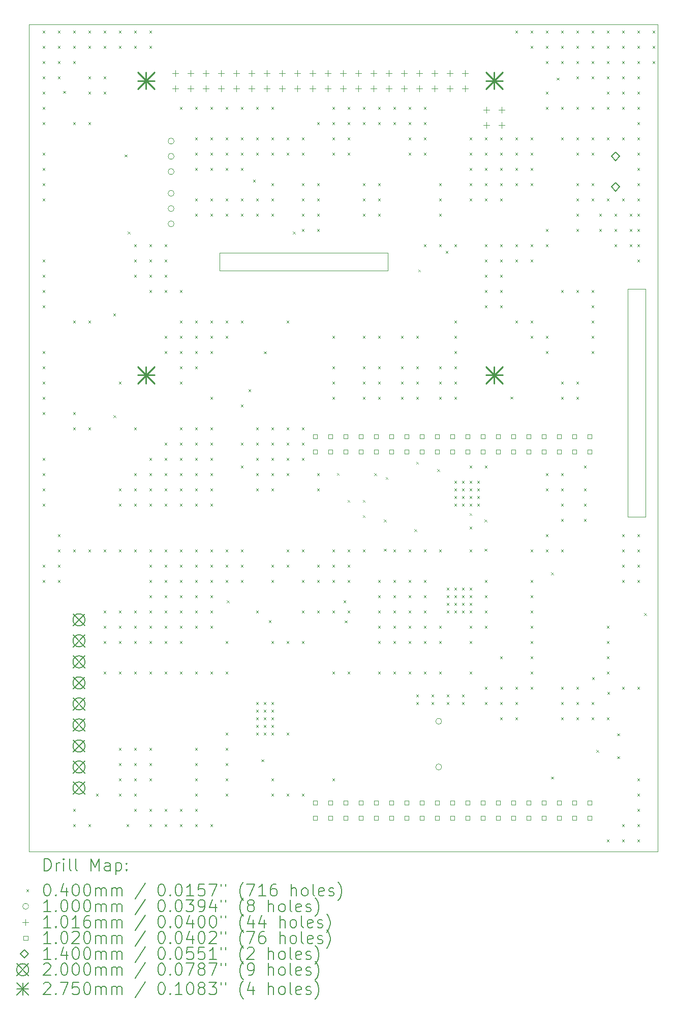
<source format=gbr>
%TF.GenerationSoftware,KiCad,Pcbnew,7.0.10-7.0.10~ubuntu22.04.1*%
%TF.CreationDate,2024-02-01T11:00:58+07:00*%
%TF.ProjectId,BFMC,42464d43-2e6b-4696-9361-645f70636258,rev?*%
%TF.SameCoordinates,Original*%
%TF.FileFunction,Drillmap*%
%TF.FilePolarity,Positive*%
%FSLAX45Y45*%
G04 Gerber Fmt 4.5, Leading zero omitted, Abs format (unit mm)*
G04 Created by KiCad (PCBNEW 7.0.10-7.0.10~ubuntu22.04.1) date 2024-02-01 11:00:58*
%MOMM*%
%LPD*%
G01*
G04 APERTURE LIST*
%ADD10C,0.100000*%
%ADD11C,0.101600*%
%ADD12C,0.200000*%
%ADD13C,0.102000*%
%ADD14C,0.140000*%
%ADD15C,0.275000*%
G04 APERTURE END LIST*
D10*
X14300000Y-5800000D02*
X14600000Y-5800000D01*
X14600000Y-9600000D01*
X14300000Y-9600000D01*
X14300000Y-5800000D01*
D11*
X4325620Y-1402820D02*
X14800000Y-1402820D01*
X14800000Y-15168880D01*
X4325620Y-15168880D01*
X4325620Y-1402820D01*
D10*
X7500000Y-5200000D02*
X10300000Y-5200000D01*
X10300000Y-5500000D01*
X7500000Y-5500000D01*
X7500000Y-5200000D01*
D12*
D10*
X4552000Y-1504000D02*
X4592000Y-1544000D01*
X4592000Y-1504000D02*
X4552000Y-1544000D01*
X4552000Y-1758000D02*
X4592000Y-1798000D01*
X4592000Y-1758000D02*
X4552000Y-1798000D01*
X4552000Y-2012000D02*
X4592000Y-2052000D01*
X4592000Y-2012000D02*
X4552000Y-2052000D01*
X4552000Y-2266000D02*
X4592000Y-2306000D01*
X4592000Y-2266000D02*
X4552000Y-2306000D01*
X4552000Y-2520000D02*
X4592000Y-2560000D01*
X4592000Y-2520000D02*
X4552000Y-2560000D01*
X4552000Y-2774000D02*
X4592000Y-2814000D01*
X4592000Y-2774000D02*
X4552000Y-2814000D01*
X4552000Y-3028000D02*
X4592000Y-3068000D01*
X4592000Y-3028000D02*
X4552000Y-3068000D01*
X4552000Y-3536000D02*
X4592000Y-3576000D01*
X4592000Y-3536000D02*
X4552000Y-3576000D01*
X4552000Y-3790000D02*
X4592000Y-3830000D01*
X4592000Y-3790000D02*
X4552000Y-3830000D01*
X4552000Y-4044000D02*
X4592000Y-4084000D01*
X4592000Y-4044000D02*
X4552000Y-4084000D01*
X4552000Y-4298000D02*
X4592000Y-4338000D01*
X4592000Y-4298000D02*
X4552000Y-4338000D01*
X4552000Y-5314000D02*
X4592000Y-5354000D01*
X4592000Y-5314000D02*
X4552000Y-5354000D01*
X4552000Y-5568000D02*
X4592000Y-5608000D01*
X4592000Y-5568000D02*
X4552000Y-5608000D01*
X4552000Y-5822000D02*
X4592000Y-5862000D01*
X4592000Y-5822000D02*
X4552000Y-5862000D01*
X4552000Y-6076000D02*
X4592000Y-6116000D01*
X4592000Y-6076000D02*
X4552000Y-6116000D01*
X4552000Y-6838000D02*
X4592000Y-6878000D01*
X4592000Y-6838000D02*
X4552000Y-6878000D01*
X4552000Y-7092000D02*
X4592000Y-7132000D01*
X4592000Y-7092000D02*
X4552000Y-7132000D01*
X4552000Y-7346000D02*
X4592000Y-7386000D01*
X4592000Y-7346000D02*
X4552000Y-7386000D01*
X4552000Y-7600000D02*
X4592000Y-7640000D01*
X4592000Y-7600000D02*
X4552000Y-7640000D01*
X4552000Y-7854000D02*
X4592000Y-7894000D01*
X4592000Y-7854000D02*
X4552000Y-7894000D01*
X4552000Y-8616000D02*
X4592000Y-8656000D01*
X4592000Y-8616000D02*
X4552000Y-8656000D01*
X4552000Y-8870000D02*
X4592000Y-8910000D01*
X4592000Y-8870000D02*
X4552000Y-8910000D01*
X4552000Y-9124000D02*
X4592000Y-9164000D01*
X4592000Y-9124000D02*
X4552000Y-9164000D01*
X4552000Y-9378000D02*
X4592000Y-9418000D01*
X4592000Y-9378000D02*
X4552000Y-9418000D01*
X4552000Y-10394000D02*
X4592000Y-10434000D01*
X4592000Y-10394000D02*
X4552000Y-10434000D01*
X4552000Y-10648000D02*
X4592000Y-10688000D01*
X4592000Y-10648000D02*
X4552000Y-10688000D01*
X4806000Y-1504000D02*
X4846000Y-1544000D01*
X4846000Y-1504000D02*
X4806000Y-1544000D01*
X4806000Y-1758000D02*
X4846000Y-1798000D01*
X4846000Y-1758000D02*
X4806000Y-1798000D01*
X4806000Y-2012000D02*
X4846000Y-2052000D01*
X4846000Y-2012000D02*
X4806000Y-2052000D01*
X4806000Y-2266000D02*
X4846000Y-2306000D01*
X4846000Y-2266000D02*
X4806000Y-2306000D01*
X4806000Y-9886000D02*
X4846000Y-9926000D01*
X4846000Y-9886000D02*
X4806000Y-9926000D01*
X4806000Y-10140000D02*
X4846000Y-10180000D01*
X4846000Y-10140000D02*
X4806000Y-10180000D01*
X4806000Y-10394000D02*
X4846000Y-10434000D01*
X4846000Y-10394000D02*
X4806000Y-10434000D01*
X4806000Y-10648000D02*
X4846000Y-10688000D01*
X4846000Y-10648000D02*
X4806000Y-10688000D01*
X4894900Y-2507300D02*
X4934900Y-2547300D01*
X4934900Y-2507300D02*
X4894900Y-2547300D01*
X5060000Y-1504000D02*
X5100000Y-1544000D01*
X5100000Y-1504000D02*
X5060000Y-1544000D01*
X5060000Y-1758000D02*
X5100000Y-1798000D01*
X5100000Y-1758000D02*
X5060000Y-1798000D01*
X5060000Y-2012000D02*
X5100000Y-2052000D01*
X5100000Y-2012000D02*
X5060000Y-2052000D01*
X5060000Y-3028000D02*
X5100000Y-3068000D01*
X5100000Y-3028000D02*
X5060000Y-3068000D01*
X5060000Y-6330000D02*
X5100000Y-6370000D01*
X5100000Y-6330000D02*
X5060000Y-6370000D01*
X5060000Y-7854000D02*
X5100000Y-7894000D01*
X5100000Y-7854000D02*
X5060000Y-7894000D01*
X5060000Y-8108000D02*
X5100000Y-8148000D01*
X5100000Y-8108000D02*
X5060000Y-8148000D01*
X5060000Y-10140000D02*
X5100000Y-10180000D01*
X5100000Y-10140000D02*
X5060000Y-10180000D01*
X5060000Y-14458000D02*
X5100000Y-14498000D01*
X5100000Y-14458000D02*
X5060000Y-14498000D01*
X5060000Y-14712000D02*
X5100000Y-14752000D01*
X5100000Y-14712000D02*
X5060000Y-14752000D01*
X5314000Y-1504000D02*
X5354000Y-1544000D01*
X5354000Y-1504000D02*
X5314000Y-1544000D01*
X5314000Y-1758000D02*
X5354000Y-1798000D01*
X5354000Y-1758000D02*
X5314000Y-1798000D01*
X5314000Y-2266000D02*
X5354000Y-2306000D01*
X5354000Y-2266000D02*
X5314000Y-2306000D01*
X5314000Y-2520000D02*
X5354000Y-2560000D01*
X5354000Y-2520000D02*
X5314000Y-2560000D01*
X5314000Y-3028000D02*
X5354000Y-3068000D01*
X5354000Y-3028000D02*
X5314000Y-3068000D01*
X5314000Y-6330000D02*
X5354000Y-6370000D01*
X5354000Y-6330000D02*
X5314000Y-6370000D01*
X5314000Y-8108000D02*
X5354000Y-8148000D01*
X5354000Y-8108000D02*
X5314000Y-8148000D01*
X5314000Y-10140000D02*
X5354000Y-10180000D01*
X5354000Y-10140000D02*
X5314000Y-10180000D01*
X5314000Y-14712000D02*
X5354000Y-14752000D01*
X5354000Y-14712000D02*
X5314000Y-14752000D01*
X5441000Y-14204000D02*
X5481000Y-14244000D01*
X5481000Y-14204000D02*
X5441000Y-14244000D01*
X5568000Y-1504000D02*
X5608000Y-1544000D01*
X5608000Y-1504000D02*
X5568000Y-1544000D01*
X5568000Y-1758000D02*
X5608000Y-1798000D01*
X5608000Y-1758000D02*
X5568000Y-1798000D01*
X5568000Y-2266000D02*
X5608000Y-2306000D01*
X5608000Y-2266000D02*
X5568000Y-2306000D01*
X5568000Y-2520000D02*
X5608000Y-2560000D01*
X5608000Y-2520000D02*
X5568000Y-2560000D01*
X5568000Y-10140000D02*
X5608000Y-10180000D01*
X5608000Y-10140000D02*
X5568000Y-10180000D01*
X5568000Y-11156000D02*
X5608000Y-11196000D01*
X5608000Y-11156000D02*
X5568000Y-11196000D01*
X5568000Y-11410000D02*
X5608000Y-11450000D01*
X5608000Y-11410000D02*
X5568000Y-11450000D01*
X5568000Y-11664000D02*
X5608000Y-11704000D01*
X5608000Y-11664000D02*
X5568000Y-11704000D01*
X5568000Y-12172000D02*
X5608000Y-12212000D01*
X5608000Y-12172000D02*
X5568000Y-12212000D01*
X5728020Y-6213160D02*
X5768020Y-6253160D01*
X5768020Y-6213160D02*
X5728020Y-6253160D01*
X5730560Y-7904800D02*
X5770560Y-7944800D01*
X5770560Y-7904800D02*
X5730560Y-7944800D01*
X5822000Y-1504000D02*
X5862000Y-1544000D01*
X5862000Y-1504000D02*
X5822000Y-1544000D01*
X5822000Y-1758000D02*
X5862000Y-1798000D01*
X5862000Y-1758000D02*
X5822000Y-1798000D01*
X5822000Y-7346000D02*
X5862000Y-7386000D01*
X5862000Y-7346000D02*
X5822000Y-7386000D01*
X5822000Y-9124000D02*
X5862000Y-9164000D01*
X5862000Y-9124000D02*
X5822000Y-9164000D01*
X5822000Y-9378000D02*
X5862000Y-9418000D01*
X5862000Y-9378000D02*
X5822000Y-9418000D01*
X5822000Y-10140000D02*
X5862000Y-10180000D01*
X5862000Y-10140000D02*
X5822000Y-10180000D01*
X5822000Y-11156000D02*
X5862000Y-11196000D01*
X5862000Y-11156000D02*
X5822000Y-11196000D01*
X5822000Y-11410000D02*
X5862000Y-11450000D01*
X5862000Y-11410000D02*
X5822000Y-11450000D01*
X5822000Y-11664000D02*
X5862000Y-11704000D01*
X5862000Y-11664000D02*
X5822000Y-11704000D01*
X5822000Y-12172000D02*
X5862000Y-12212000D01*
X5862000Y-12172000D02*
X5822000Y-12212000D01*
X5822000Y-13442000D02*
X5862000Y-13482000D01*
X5862000Y-13442000D02*
X5822000Y-13482000D01*
X5822000Y-13696000D02*
X5862000Y-13736000D01*
X5862000Y-13696000D02*
X5822000Y-13736000D01*
X5822000Y-13950000D02*
X5862000Y-13990000D01*
X5862000Y-13950000D02*
X5822000Y-13990000D01*
X5822000Y-14204000D02*
X5862000Y-14244000D01*
X5862000Y-14204000D02*
X5822000Y-14244000D01*
X5921060Y-3563940D02*
X5961060Y-3603940D01*
X5961060Y-3563940D02*
X5921060Y-3603940D01*
X5949000Y-14712000D02*
X5989000Y-14752000D01*
X5989000Y-14712000D02*
X5949000Y-14752000D01*
X5966780Y-4849180D02*
X6006780Y-4889180D01*
X6006780Y-4849180D02*
X5966780Y-4889180D01*
X6076000Y-1504000D02*
X6116000Y-1544000D01*
X6116000Y-1504000D02*
X6076000Y-1544000D01*
X6076000Y-1758000D02*
X6116000Y-1798000D01*
X6116000Y-1758000D02*
X6076000Y-1798000D01*
X6076000Y-5060000D02*
X6116000Y-5100000D01*
X6116000Y-5060000D02*
X6076000Y-5100000D01*
X6076000Y-5314000D02*
X6116000Y-5354000D01*
X6116000Y-5314000D02*
X6076000Y-5354000D01*
X6076000Y-5568000D02*
X6116000Y-5608000D01*
X6116000Y-5568000D02*
X6076000Y-5608000D01*
X6076000Y-8108000D02*
X6116000Y-8148000D01*
X6116000Y-8108000D02*
X6076000Y-8148000D01*
X6076000Y-8870000D02*
X6116000Y-8910000D01*
X6116000Y-8870000D02*
X6076000Y-8910000D01*
X6076000Y-9124000D02*
X6116000Y-9164000D01*
X6116000Y-9124000D02*
X6076000Y-9164000D01*
X6076000Y-9378000D02*
X6116000Y-9418000D01*
X6116000Y-9378000D02*
X6076000Y-9418000D01*
X6076000Y-10140000D02*
X6116000Y-10180000D01*
X6116000Y-10140000D02*
X6076000Y-10180000D01*
X6076000Y-11156000D02*
X6116000Y-11196000D01*
X6116000Y-11156000D02*
X6076000Y-11196000D01*
X6076000Y-11410000D02*
X6116000Y-11450000D01*
X6116000Y-11410000D02*
X6076000Y-11450000D01*
X6076000Y-11664000D02*
X6116000Y-11704000D01*
X6116000Y-11664000D02*
X6076000Y-11704000D01*
X6076000Y-12172000D02*
X6116000Y-12212000D01*
X6116000Y-12172000D02*
X6076000Y-12212000D01*
X6076000Y-13442000D02*
X6116000Y-13482000D01*
X6116000Y-13442000D02*
X6076000Y-13482000D01*
X6076000Y-13696000D02*
X6116000Y-13736000D01*
X6116000Y-13696000D02*
X6076000Y-13736000D01*
X6076000Y-13950000D02*
X6116000Y-13990000D01*
X6116000Y-13950000D02*
X6076000Y-13990000D01*
X6076000Y-14204000D02*
X6116000Y-14244000D01*
X6116000Y-14204000D02*
X6076000Y-14244000D01*
X6076000Y-14458000D02*
X6116000Y-14498000D01*
X6116000Y-14458000D02*
X6076000Y-14498000D01*
X6330000Y-1504000D02*
X6370000Y-1544000D01*
X6370000Y-1504000D02*
X6330000Y-1544000D01*
X6330000Y-1758000D02*
X6370000Y-1798000D01*
X6370000Y-1758000D02*
X6330000Y-1798000D01*
X6330000Y-5060000D02*
X6370000Y-5100000D01*
X6370000Y-5060000D02*
X6330000Y-5100000D01*
X6330000Y-5314000D02*
X6370000Y-5354000D01*
X6370000Y-5314000D02*
X6330000Y-5354000D01*
X6330000Y-5568000D02*
X6370000Y-5608000D01*
X6370000Y-5568000D02*
X6330000Y-5608000D01*
X6330000Y-5822000D02*
X6370000Y-5862000D01*
X6370000Y-5822000D02*
X6330000Y-5862000D01*
X6330000Y-8616000D02*
X6370000Y-8656000D01*
X6370000Y-8616000D02*
X6330000Y-8656000D01*
X6330000Y-8870000D02*
X6370000Y-8910000D01*
X6370000Y-8870000D02*
X6330000Y-8910000D01*
X6330000Y-9124000D02*
X6370000Y-9164000D01*
X6370000Y-9124000D02*
X6330000Y-9164000D01*
X6330000Y-9378000D02*
X6370000Y-9418000D01*
X6370000Y-9378000D02*
X6330000Y-9418000D01*
X6330000Y-10140000D02*
X6370000Y-10180000D01*
X6370000Y-10140000D02*
X6330000Y-10180000D01*
X6330000Y-10394000D02*
X6370000Y-10434000D01*
X6370000Y-10394000D02*
X6330000Y-10434000D01*
X6330000Y-10648000D02*
X6370000Y-10688000D01*
X6370000Y-10648000D02*
X6330000Y-10688000D01*
X6330000Y-10902000D02*
X6370000Y-10942000D01*
X6370000Y-10902000D02*
X6330000Y-10942000D01*
X6330000Y-11156000D02*
X6370000Y-11196000D01*
X6370000Y-11156000D02*
X6330000Y-11196000D01*
X6330000Y-11410000D02*
X6370000Y-11450000D01*
X6370000Y-11410000D02*
X6330000Y-11450000D01*
X6330000Y-11664000D02*
X6370000Y-11704000D01*
X6370000Y-11664000D02*
X6330000Y-11704000D01*
X6330000Y-12172000D02*
X6370000Y-12212000D01*
X6370000Y-12172000D02*
X6330000Y-12212000D01*
X6330000Y-13442000D02*
X6370000Y-13482000D01*
X6370000Y-13442000D02*
X6330000Y-13482000D01*
X6330000Y-13696000D02*
X6370000Y-13736000D01*
X6370000Y-13696000D02*
X6330000Y-13736000D01*
X6330000Y-13950000D02*
X6370000Y-13990000D01*
X6370000Y-13950000D02*
X6330000Y-13990000D01*
X6330000Y-14458000D02*
X6370000Y-14498000D01*
X6370000Y-14458000D02*
X6330000Y-14498000D01*
X6330000Y-14712000D02*
X6370000Y-14752000D01*
X6370000Y-14712000D02*
X6330000Y-14752000D01*
X6584000Y-5060000D02*
X6624000Y-5100000D01*
X6624000Y-5060000D02*
X6584000Y-5100000D01*
X6584000Y-5314000D02*
X6624000Y-5354000D01*
X6624000Y-5314000D02*
X6584000Y-5354000D01*
X6584000Y-5568000D02*
X6624000Y-5608000D01*
X6624000Y-5568000D02*
X6584000Y-5608000D01*
X6584000Y-5822000D02*
X6624000Y-5862000D01*
X6624000Y-5822000D02*
X6584000Y-5862000D01*
X6584000Y-6584000D02*
X6624000Y-6624000D01*
X6624000Y-6584000D02*
X6584000Y-6624000D01*
X6584000Y-6838000D02*
X6624000Y-6878000D01*
X6624000Y-6838000D02*
X6584000Y-6878000D01*
X6584000Y-8362000D02*
X6624000Y-8402000D01*
X6624000Y-8362000D02*
X6584000Y-8402000D01*
X6584000Y-8616000D02*
X6624000Y-8656000D01*
X6624000Y-8616000D02*
X6584000Y-8656000D01*
X6584000Y-8870000D02*
X6624000Y-8910000D01*
X6624000Y-8870000D02*
X6584000Y-8910000D01*
X6584000Y-9124000D02*
X6624000Y-9164000D01*
X6624000Y-9124000D02*
X6584000Y-9164000D01*
X6584000Y-9378000D02*
X6624000Y-9418000D01*
X6624000Y-9378000D02*
X6584000Y-9418000D01*
X6584000Y-10140000D02*
X6624000Y-10180000D01*
X6624000Y-10140000D02*
X6584000Y-10180000D01*
X6584000Y-10394000D02*
X6624000Y-10434000D01*
X6624000Y-10394000D02*
X6584000Y-10434000D01*
X6584000Y-10648000D02*
X6624000Y-10688000D01*
X6624000Y-10648000D02*
X6584000Y-10688000D01*
X6584000Y-10902000D02*
X6624000Y-10942000D01*
X6624000Y-10902000D02*
X6584000Y-10942000D01*
X6584000Y-11156000D02*
X6624000Y-11196000D01*
X6624000Y-11156000D02*
X6584000Y-11196000D01*
X6584000Y-11410000D02*
X6624000Y-11450000D01*
X6624000Y-11410000D02*
X6584000Y-11450000D01*
X6584000Y-11664000D02*
X6624000Y-11704000D01*
X6624000Y-11664000D02*
X6584000Y-11704000D01*
X6584000Y-12172000D02*
X6624000Y-12212000D01*
X6624000Y-12172000D02*
X6584000Y-12212000D01*
X6584000Y-14458000D02*
X6624000Y-14498000D01*
X6624000Y-14458000D02*
X6584000Y-14498000D01*
X6584000Y-14712000D02*
X6624000Y-14752000D01*
X6624000Y-14712000D02*
X6584000Y-14752000D01*
X6838000Y-2774000D02*
X6878000Y-2814000D01*
X6878000Y-2774000D02*
X6838000Y-2814000D01*
X6838000Y-5822000D02*
X6878000Y-5862000D01*
X6878000Y-5822000D02*
X6838000Y-5862000D01*
X6838000Y-6330000D02*
X6878000Y-6370000D01*
X6878000Y-6330000D02*
X6838000Y-6370000D01*
X6838000Y-6584000D02*
X6878000Y-6624000D01*
X6878000Y-6584000D02*
X6838000Y-6624000D01*
X6838000Y-6838000D02*
X6878000Y-6878000D01*
X6878000Y-6838000D02*
X6838000Y-6878000D01*
X6838000Y-7092000D02*
X6878000Y-7132000D01*
X6878000Y-7092000D02*
X6838000Y-7132000D01*
X6838000Y-7346000D02*
X6878000Y-7386000D01*
X6878000Y-7346000D02*
X6838000Y-7386000D01*
X6838000Y-8108000D02*
X6878000Y-8148000D01*
X6878000Y-8108000D02*
X6838000Y-8148000D01*
X6838000Y-8362000D02*
X6878000Y-8402000D01*
X6878000Y-8362000D02*
X6838000Y-8402000D01*
X6838000Y-8616000D02*
X6878000Y-8656000D01*
X6878000Y-8616000D02*
X6838000Y-8656000D01*
X6838000Y-8870000D02*
X6878000Y-8910000D01*
X6878000Y-8870000D02*
X6838000Y-8910000D01*
X6838000Y-9124000D02*
X6878000Y-9164000D01*
X6878000Y-9124000D02*
X6838000Y-9164000D01*
X6838000Y-9378000D02*
X6878000Y-9418000D01*
X6878000Y-9378000D02*
X6838000Y-9418000D01*
X6838000Y-10140000D02*
X6878000Y-10180000D01*
X6878000Y-10140000D02*
X6838000Y-10180000D01*
X6838000Y-10394000D02*
X6878000Y-10434000D01*
X6878000Y-10394000D02*
X6838000Y-10434000D01*
X6838000Y-10648000D02*
X6878000Y-10688000D01*
X6878000Y-10648000D02*
X6838000Y-10688000D01*
X6838000Y-10902000D02*
X6878000Y-10942000D01*
X6878000Y-10902000D02*
X6838000Y-10942000D01*
X6838000Y-11156000D02*
X6878000Y-11196000D01*
X6878000Y-11156000D02*
X6838000Y-11196000D01*
X6838000Y-11410000D02*
X6878000Y-11450000D01*
X6878000Y-11410000D02*
X6838000Y-11450000D01*
X6838000Y-11664000D02*
X6878000Y-11704000D01*
X6878000Y-11664000D02*
X6838000Y-11704000D01*
X6838000Y-12172000D02*
X6878000Y-12212000D01*
X6878000Y-12172000D02*
X6838000Y-12212000D01*
X6838000Y-14458000D02*
X6878000Y-14498000D01*
X6878000Y-14458000D02*
X6838000Y-14498000D01*
X6838000Y-14712000D02*
X6878000Y-14752000D01*
X6878000Y-14712000D02*
X6838000Y-14752000D01*
X7092000Y-2774000D02*
X7132000Y-2814000D01*
X7132000Y-2774000D02*
X7092000Y-2814000D01*
X7092000Y-3282000D02*
X7132000Y-3322000D01*
X7132000Y-3282000D02*
X7092000Y-3322000D01*
X7092000Y-3536000D02*
X7132000Y-3576000D01*
X7132000Y-3536000D02*
X7092000Y-3576000D01*
X7092000Y-3790000D02*
X7132000Y-3830000D01*
X7132000Y-3790000D02*
X7092000Y-3830000D01*
X7092000Y-4298000D02*
X7132000Y-4338000D01*
X7132000Y-4298000D02*
X7092000Y-4338000D01*
X7092000Y-4552000D02*
X7132000Y-4592000D01*
X7132000Y-4552000D02*
X7092000Y-4592000D01*
X7092000Y-6330000D02*
X7132000Y-6370000D01*
X7132000Y-6330000D02*
X7092000Y-6370000D01*
X7092000Y-6584000D02*
X7132000Y-6624000D01*
X7132000Y-6584000D02*
X7092000Y-6624000D01*
X7092000Y-6838000D02*
X7132000Y-6878000D01*
X7132000Y-6838000D02*
X7092000Y-6878000D01*
X7092000Y-7092000D02*
X7132000Y-7132000D01*
X7132000Y-7092000D02*
X7092000Y-7132000D01*
X7092000Y-8108000D02*
X7132000Y-8148000D01*
X7132000Y-8108000D02*
X7092000Y-8148000D01*
X7092000Y-8362000D02*
X7132000Y-8402000D01*
X7132000Y-8362000D02*
X7092000Y-8402000D01*
X7092000Y-8616000D02*
X7132000Y-8656000D01*
X7132000Y-8616000D02*
X7092000Y-8656000D01*
X7092000Y-8870000D02*
X7132000Y-8910000D01*
X7132000Y-8870000D02*
X7092000Y-8910000D01*
X7092000Y-9124000D02*
X7132000Y-9164000D01*
X7132000Y-9124000D02*
X7092000Y-9164000D01*
X7092000Y-9378000D02*
X7132000Y-9418000D01*
X7132000Y-9378000D02*
X7092000Y-9418000D01*
X7092000Y-10140000D02*
X7132000Y-10180000D01*
X7132000Y-10140000D02*
X7092000Y-10180000D01*
X7092000Y-10394000D02*
X7132000Y-10434000D01*
X7132000Y-10394000D02*
X7092000Y-10434000D01*
X7092000Y-10648000D02*
X7132000Y-10688000D01*
X7132000Y-10648000D02*
X7092000Y-10688000D01*
X7092000Y-10902000D02*
X7132000Y-10942000D01*
X7132000Y-10902000D02*
X7092000Y-10942000D01*
X7092000Y-11156000D02*
X7132000Y-11196000D01*
X7132000Y-11156000D02*
X7092000Y-11196000D01*
X7092000Y-11410000D02*
X7132000Y-11450000D01*
X7132000Y-11410000D02*
X7092000Y-11450000D01*
X7092000Y-12172000D02*
X7132000Y-12212000D01*
X7132000Y-12172000D02*
X7092000Y-12212000D01*
X7092000Y-13442000D02*
X7132000Y-13482000D01*
X7132000Y-13442000D02*
X7092000Y-13482000D01*
X7092000Y-13696000D02*
X7132000Y-13736000D01*
X7132000Y-13696000D02*
X7092000Y-13736000D01*
X7092000Y-13950000D02*
X7132000Y-13990000D01*
X7132000Y-13950000D02*
X7092000Y-13990000D01*
X7092000Y-14204000D02*
X7132000Y-14244000D01*
X7132000Y-14204000D02*
X7092000Y-14244000D01*
X7092000Y-14458000D02*
X7132000Y-14498000D01*
X7132000Y-14458000D02*
X7092000Y-14498000D01*
X7092000Y-14712000D02*
X7132000Y-14752000D01*
X7132000Y-14712000D02*
X7092000Y-14752000D01*
X7346000Y-2774000D02*
X7386000Y-2814000D01*
X7386000Y-2774000D02*
X7346000Y-2814000D01*
X7346000Y-3282000D02*
X7386000Y-3322000D01*
X7386000Y-3282000D02*
X7346000Y-3322000D01*
X7346000Y-3536000D02*
X7386000Y-3576000D01*
X7386000Y-3536000D02*
X7346000Y-3576000D01*
X7346000Y-3790000D02*
X7386000Y-3830000D01*
X7386000Y-3790000D02*
X7346000Y-3830000D01*
X7346000Y-4298000D02*
X7386000Y-4338000D01*
X7386000Y-4298000D02*
X7346000Y-4338000D01*
X7346000Y-4552000D02*
X7386000Y-4592000D01*
X7386000Y-4552000D02*
X7346000Y-4592000D01*
X7346000Y-6330000D02*
X7386000Y-6370000D01*
X7386000Y-6330000D02*
X7346000Y-6370000D01*
X7346000Y-6584000D02*
X7386000Y-6624000D01*
X7386000Y-6584000D02*
X7346000Y-6624000D01*
X7346000Y-6838000D02*
X7386000Y-6878000D01*
X7386000Y-6838000D02*
X7346000Y-6878000D01*
X7346000Y-7600000D02*
X7386000Y-7640000D01*
X7386000Y-7600000D02*
X7346000Y-7640000D01*
X7346000Y-8108000D02*
X7386000Y-8148000D01*
X7386000Y-8108000D02*
X7346000Y-8148000D01*
X7346000Y-8362000D02*
X7386000Y-8402000D01*
X7386000Y-8362000D02*
X7346000Y-8402000D01*
X7346000Y-8616000D02*
X7386000Y-8656000D01*
X7386000Y-8616000D02*
X7346000Y-8656000D01*
X7346000Y-8870000D02*
X7386000Y-8910000D01*
X7386000Y-8870000D02*
X7346000Y-8910000D01*
X7346000Y-9124000D02*
X7386000Y-9164000D01*
X7386000Y-9124000D02*
X7346000Y-9164000D01*
X7346000Y-9378000D02*
X7386000Y-9418000D01*
X7386000Y-9378000D02*
X7346000Y-9418000D01*
X7346000Y-10140000D02*
X7386000Y-10180000D01*
X7386000Y-10140000D02*
X7346000Y-10180000D01*
X7346000Y-10394000D02*
X7386000Y-10434000D01*
X7386000Y-10394000D02*
X7346000Y-10434000D01*
X7346000Y-10648000D02*
X7386000Y-10688000D01*
X7386000Y-10648000D02*
X7346000Y-10688000D01*
X7346000Y-10902000D02*
X7386000Y-10942000D01*
X7386000Y-10902000D02*
X7346000Y-10942000D01*
X7346000Y-11156000D02*
X7386000Y-11196000D01*
X7386000Y-11156000D02*
X7346000Y-11196000D01*
X7346000Y-11410000D02*
X7386000Y-11450000D01*
X7386000Y-11410000D02*
X7346000Y-11450000D01*
X7346000Y-12172000D02*
X7386000Y-12212000D01*
X7386000Y-12172000D02*
X7346000Y-12212000D01*
X7346000Y-14712000D02*
X7386000Y-14752000D01*
X7386000Y-14712000D02*
X7346000Y-14752000D01*
X7600000Y-2774000D02*
X7640000Y-2814000D01*
X7640000Y-2774000D02*
X7600000Y-2814000D01*
X7600000Y-3282000D02*
X7640000Y-3322000D01*
X7640000Y-3282000D02*
X7600000Y-3322000D01*
X7600000Y-3536000D02*
X7640000Y-3576000D01*
X7640000Y-3536000D02*
X7600000Y-3576000D01*
X7600000Y-3790000D02*
X7640000Y-3830000D01*
X7640000Y-3790000D02*
X7600000Y-3830000D01*
X7600000Y-4298000D02*
X7640000Y-4338000D01*
X7640000Y-4298000D02*
X7600000Y-4338000D01*
X7600000Y-4552000D02*
X7640000Y-4592000D01*
X7640000Y-4552000D02*
X7600000Y-4592000D01*
X7600000Y-6330000D02*
X7640000Y-6370000D01*
X7640000Y-6330000D02*
X7600000Y-6370000D01*
X7600000Y-6584000D02*
X7640000Y-6624000D01*
X7640000Y-6584000D02*
X7600000Y-6624000D01*
X7600000Y-10140000D02*
X7640000Y-10180000D01*
X7640000Y-10140000D02*
X7600000Y-10180000D01*
X7600000Y-10394000D02*
X7640000Y-10434000D01*
X7640000Y-10394000D02*
X7600000Y-10434000D01*
X7600000Y-10648000D02*
X7640000Y-10688000D01*
X7640000Y-10648000D02*
X7600000Y-10688000D01*
X7600000Y-11664000D02*
X7640000Y-11704000D01*
X7640000Y-11664000D02*
X7600000Y-11704000D01*
X7600000Y-12172000D02*
X7640000Y-12212000D01*
X7640000Y-12172000D02*
X7600000Y-12212000D01*
X7600000Y-13188000D02*
X7640000Y-13228000D01*
X7640000Y-13188000D02*
X7600000Y-13228000D01*
X7600000Y-13442000D02*
X7640000Y-13482000D01*
X7640000Y-13442000D02*
X7600000Y-13482000D01*
X7600000Y-13696000D02*
X7640000Y-13736000D01*
X7640000Y-13696000D02*
X7600000Y-13736000D01*
X7600000Y-13950000D02*
X7640000Y-13990000D01*
X7640000Y-13950000D02*
X7600000Y-13990000D01*
X7600000Y-14204000D02*
X7640000Y-14244000D01*
X7640000Y-14204000D02*
X7600000Y-14244000D01*
X7617780Y-10985820D02*
X7657780Y-11025820D01*
X7657780Y-10985820D02*
X7617780Y-11025820D01*
X7854000Y-2774000D02*
X7894000Y-2814000D01*
X7894000Y-2774000D02*
X7854000Y-2814000D01*
X7854000Y-3282000D02*
X7894000Y-3322000D01*
X7894000Y-3282000D02*
X7854000Y-3322000D01*
X7854000Y-3536000D02*
X7894000Y-3576000D01*
X7894000Y-3536000D02*
X7854000Y-3576000D01*
X7854000Y-3790000D02*
X7894000Y-3830000D01*
X7894000Y-3790000D02*
X7854000Y-3830000D01*
X7854000Y-4298000D02*
X7894000Y-4338000D01*
X7894000Y-4298000D02*
X7854000Y-4338000D01*
X7854000Y-4552000D02*
X7894000Y-4592000D01*
X7894000Y-4552000D02*
X7854000Y-4592000D01*
X7854000Y-6330000D02*
X7894000Y-6370000D01*
X7894000Y-6330000D02*
X7854000Y-6370000D01*
X7854000Y-7727000D02*
X7894000Y-7767000D01*
X7894000Y-7727000D02*
X7854000Y-7767000D01*
X7854000Y-8362000D02*
X7894000Y-8402000D01*
X7894000Y-8362000D02*
X7854000Y-8402000D01*
X7854000Y-8743000D02*
X7894000Y-8783000D01*
X7894000Y-8743000D02*
X7854000Y-8783000D01*
X7854000Y-10140000D02*
X7894000Y-10180000D01*
X7894000Y-10140000D02*
X7854000Y-10180000D01*
X7854000Y-10394000D02*
X7894000Y-10434000D01*
X7894000Y-10394000D02*
X7854000Y-10434000D01*
X7854000Y-10648000D02*
X7894000Y-10688000D01*
X7894000Y-10648000D02*
X7854000Y-10688000D01*
X7981000Y-7473000D02*
X8021000Y-7513000D01*
X8021000Y-7473000D02*
X7981000Y-7513000D01*
X8057200Y-3985580D02*
X8097200Y-4025580D01*
X8097200Y-3985580D02*
X8057200Y-4025580D01*
X8108000Y-2774000D02*
X8148000Y-2814000D01*
X8148000Y-2774000D02*
X8108000Y-2814000D01*
X8108000Y-3282000D02*
X8148000Y-3322000D01*
X8148000Y-3282000D02*
X8108000Y-3322000D01*
X8108000Y-3536000D02*
X8148000Y-3576000D01*
X8148000Y-3536000D02*
X8108000Y-3576000D01*
X8108000Y-4298000D02*
X8148000Y-4338000D01*
X8148000Y-4298000D02*
X8108000Y-4338000D01*
X8108000Y-4552000D02*
X8148000Y-4592000D01*
X8148000Y-4552000D02*
X8108000Y-4592000D01*
X8108000Y-8108000D02*
X8148000Y-8148000D01*
X8148000Y-8108000D02*
X8108000Y-8148000D01*
X8108000Y-8362000D02*
X8148000Y-8402000D01*
X8148000Y-8362000D02*
X8108000Y-8402000D01*
X8108000Y-8616000D02*
X8148000Y-8656000D01*
X8148000Y-8616000D02*
X8108000Y-8656000D01*
X8108000Y-8870000D02*
X8148000Y-8910000D01*
X8148000Y-8870000D02*
X8108000Y-8910000D01*
X8108000Y-9124000D02*
X8148000Y-9164000D01*
X8148000Y-9124000D02*
X8108000Y-9164000D01*
X8108000Y-11156000D02*
X8148000Y-11196000D01*
X8148000Y-11156000D02*
X8108000Y-11196000D01*
X8108000Y-12680000D02*
X8148000Y-12720000D01*
X8148000Y-12680000D02*
X8108000Y-12720000D01*
X8108000Y-12807000D02*
X8148000Y-12847000D01*
X8148000Y-12807000D02*
X8108000Y-12847000D01*
X8108000Y-12934000D02*
X8148000Y-12974000D01*
X8148000Y-12934000D02*
X8108000Y-12974000D01*
X8108000Y-13061000D02*
X8148000Y-13101000D01*
X8148000Y-13061000D02*
X8108000Y-13101000D01*
X8108000Y-13188000D02*
X8148000Y-13228000D01*
X8148000Y-13188000D02*
X8108000Y-13228000D01*
X8194360Y-13632500D02*
X8234360Y-13672500D01*
X8234360Y-13632500D02*
X8194360Y-13672500D01*
X8235000Y-12680000D02*
X8275000Y-12720000D01*
X8275000Y-12680000D02*
X8235000Y-12720000D01*
X8235000Y-12807000D02*
X8275000Y-12847000D01*
X8275000Y-12807000D02*
X8235000Y-12847000D01*
X8235000Y-12934000D02*
X8275000Y-12974000D01*
X8275000Y-12934000D02*
X8235000Y-12974000D01*
X8235000Y-13061000D02*
X8275000Y-13101000D01*
X8275000Y-13061000D02*
X8235000Y-13101000D01*
X8235000Y-13188000D02*
X8275000Y-13228000D01*
X8275000Y-13188000D02*
X8235000Y-13228000D01*
X8240080Y-6840540D02*
X8280080Y-6880540D01*
X8280080Y-6840540D02*
X8240080Y-6880540D01*
X8318820Y-11316020D02*
X8358820Y-11356020D01*
X8358820Y-11316020D02*
X8318820Y-11356020D01*
X8362000Y-2774000D02*
X8402000Y-2814000D01*
X8402000Y-2774000D02*
X8362000Y-2814000D01*
X8362000Y-3282000D02*
X8402000Y-3322000D01*
X8402000Y-3282000D02*
X8362000Y-3322000D01*
X8362000Y-3536000D02*
X8402000Y-3576000D01*
X8402000Y-3536000D02*
X8362000Y-3576000D01*
X8362000Y-4044000D02*
X8402000Y-4084000D01*
X8402000Y-4044000D02*
X8362000Y-4084000D01*
X8362000Y-4298000D02*
X8402000Y-4338000D01*
X8402000Y-4298000D02*
X8362000Y-4338000D01*
X8362000Y-4552000D02*
X8402000Y-4592000D01*
X8402000Y-4552000D02*
X8362000Y-4592000D01*
X8362000Y-8108000D02*
X8402000Y-8148000D01*
X8402000Y-8108000D02*
X8362000Y-8148000D01*
X8362000Y-8362000D02*
X8402000Y-8402000D01*
X8402000Y-8362000D02*
X8362000Y-8402000D01*
X8362000Y-8616000D02*
X8402000Y-8656000D01*
X8402000Y-8616000D02*
X8362000Y-8656000D01*
X8362000Y-8870000D02*
X8402000Y-8910000D01*
X8402000Y-8870000D02*
X8362000Y-8910000D01*
X8362000Y-9124000D02*
X8402000Y-9164000D01*
X8402000Y-9124000D02*
X8362000Y-9164000D01*
X8362000Y-10394000D02*
X8402000Y-10434000D01*
X8402000Y-10394000D02*
X8362000Y-10434000D01*
X8362000Y-10648000D02*
X8402000Y-10688000D01*
X8402000Y-10648000D02*
X8362000Y-10688000D01*
X8362000Y-11664000D02*
X8402000Y-11704000D01*
X8402000Y-11664000D02*
X8362000Y-11704000D01*
X8362000Y-12680000D02*
X8402000Y-12720000D01*
X8402000Y-12680000D02*
X8362000Y-12720000D01*
X8362000Y-12807000D02*
X8402000Y-12847000D01*
X8402000Y-12807000D02*
X8362000Y-12847000D01*
X8362000Y-12934000D02*
X8402000Y-12974000D01*
X8402000Y-12934000D02*
X8362000Y-12974000D01*
X8362000Y-13061000D02*
X8402000Y-13101000D01*
X8402000Y-13061000D02*
X8362000Y-13101000D01*
X8362000Y-13188000D02*
X8402000Y-13228000D01*
X8402000Y-13188000D02*
X8362000Y-13228000D01*
X8362000Y-13950000D02*
X8402000Y-13990000D01*
X8402000Y-13950000D02*
X8362000Y-13990000D01*
X8362000Y-14204000D02*
X8402000Y-14244000D01*
X8402000Y-14204000D02*
X8362000Y-14244000D01*
X8616000Y-3282000D02*
X8656000Y-3322000D01*
X8656000Y-3282000D02*
X8616000Y-3322000D01*
X8616000Y-3536000D02*
X8656000Y-3576000D01*
X8656000Y-3536000D02*
X8616000Y-3576000D01*
X8616000Y-6330000D02*
X8656000Y-6370000D01*
X8656000Y-6330000D02*
X8616000Y-6370000D01*
X8616000Y-8108000D02*
X8656000Y-8148000D01*
X8656000Y-8108000D02*
X8616000Y-8148000D01*
X8616000Y-8362000D02*
X8656000Y-8402000D01*
X8656000Y-8362000D02*
X8616000Y-8402000D01*
X8616000Y-8616000D02*
X8656000Y-8656000D01*
X8656000Y-8616000D02*
X8616000Y-8656000D01*
X8616000Y-8870000D02*
X8656000Y-8910000D01*
X8656000Y-8870000D02*
X8616000Y-8910000D01*
X8616000Y-10140000D02*
X8656000Y-10180000D01*
X8656000Y-10140000D02*
X8616000Y-10180000D01*
X8616000Y-10394000D02*
X8656000Y-10434000D01*
X8656000Y-10394000D02*
X8616000Y-10434000D01*
X8616000Y-11664000D02*
X8656000Y-11704000D01*
X8656000Y-11664000D02*
X8616000Y-11704000D01*
X8616000Y-13188000D02*
X8656000Y-13228000D01*
X8656000Y-13188000D02*
X8616000Y-13228000D01*
X8616000Y-14204000D02*
X8656000Y-14244000D01*
X8656000Y-14204000D02*
X8616000Y-14244000D01*
X8720140Y-4846640D02*
X8760140Y-4886640D01*
X8760140Y-4846640D02*
X8720140Y-4886640D01*
X8870000Y-3282000D02*
X8910000Y-3322000D01*
X8910000Y-3282000D02*
X8870000Y-3322000D01*
X8870000Y-3536000D02*
X8910000Y-3576000D01*
X8910000Y-3536000D02*
X8870000Y-3576000D01*
X8870000Y-4044000D02*
X8910000Y-4084000D01*
X8910000Y-4044000D02*
X8870000Y-4084000D01*
X8870000Y-4298000D02*
X8910000Y-4338000D01*
X8910000Y-4298000D02*
X8870000Y-4338000D01*
X8870000Y-4552000D02*
X8910000Y-4592000D01*
X8910000Y-4552000D02*
X8870000Y-4592000D01*
X8870000Y-4806000D02*
X8910000Y-4846000D01*
X8910000Y-4806000D02*
X8870000Y-4846000D01*
X8870000Y-8108000D02*
X8910000Y-8148000D01*
X8910000Y-8108000D02*
X8870000Y-8148000D01*
X8870000Y-8362000D02*
X8910000Y-8402000D01*
X8910000Y-8362000D02*
X8870000Y-8402000D01*
X8870000Y-8616000D02*
X8910000Y-8656000D01*
X8910000Y-8616000D02*
X8870000Y-8656000D01*
X8870000Y-10140000D02*
X8910000Y-10180000D01*
X8910000Y-10140000D02*
X8870000Y-10180000D01*
X8870000Y-10648000D02*
X8910000Y-10688000D01*
X8910000Y-10648000D02*
X8870000Y-10688000D01*
X8870000Y-11156000D02*
X8910000Y-11196000D01*
X8910000Y-11156000D02*
X8870000Y-11196000D01*
X8870000Y-11664000D02*
X8910000Y-11704000D01*
X8910000Y-11664000D02*
X8870000Y-11704000D01*
X8870000Y-14204000D02*
X8910000Y-14244000D01*
X8910000Y-14204000D02*
X8870000Y-14244000D01*
X9124000Y-3028000D02*
X9164000Y-3068000D01*
X9164000Y-3028000D02*
X9124000Y-3068000D01*
X9124000Y-4044000D02*
X9164000Y-4084000D01*
X9164000Y-4044000D02*
X9124000Y-4084000D01*
X9124000Y-4298000D02*
X9164000Y-4338000D01*
X9164000Y-4298000D02*
X9124000Y-4338000D01*
X9124000Y-4552000D02*
X9164000Y-4592000D01*
X9164000Y-4552000D02*
X9124000Y-4592000D01*
X9124000Y-4806000D02*
X9164000Y-4846000D01*
X9164000Y-4806000D02*
X9124000Y-4846000D01*
X9124000Y-8870000D02*
X9164000Y-8910000D01*
X9164000Y-8870000D02*
X9124000Y-8910000D01*
X9124000Y-9124000D02*
X9164000Y-9164000D01*
X9164000Y-9124000D02*
X9124000Y-9164000D01*
X9124000Y-10394000D02*
X9164000Y-10434000D01*
X9164000Y-10394000D02*
X9124000Y-10434000D01*
X9124000Y-10648000D02*
X9164000Y-10688000D01*
X9164000Y-10648000D02*
X9124000Y-10688000D01*
X9124000Y-11156000D02*
X9164000Y-11196000D01*
X9164000Y-11156000D02*
X9124000Y-11196000D01*
X9378000Y-2774000D02*
X9418000Y-2814000D01*
X9418000Y-2774000D02*
X9378000Y-2814000D01*
X9378000Y-3028000D02*
X9418000Y-3068000D01*
X9418000Y-3028000D02*
X9378000Y-3068000D01*
X9378000Y-3282000D02*
X9418000Y-3322000D01*
X9418000Y-3282000D02*
X9378000Y-3322000D01*
X9378000Y-3536000D02*
X9418000Y-3576000D01*
X9418000Y-3536000D02*
X9378000Y-3576000D01*
X9378000Y-6584000D02*
X9418000Y-6624000D01*
X9418000Y-6584000D02*
X9378000Y-6624000D01*
X9378000Y-7092000D02*
X9418000Y-7132000D01*
X9418000Y-7092000D02*
X9378000Y-7132000D01*
X9378000Y-7346000D02*
X9418000Y-7386000D01*
X9418000Y-7346000D02*
X9378000Y-7386000D01*
X9378000Y-7600000D02*
X9418000Y-7640000D01*
X9418000Y-7600000D02*
X9378000Y-7640000D01*
X9378000Y-10140000D02*
X9418000Y-10180000D01*
X9418000Y-10140000D02*
X9378000Y-10180000D01*
X9378000Y-10394000D02*
X9418000Y-10434000D01*
X9418000Y-10394000D02*
X9378000Y-10434000D01*
X9378000Y-10648000D02*
X9418000Y-10688000D01*
X9418000Y-10648000D02*
X9378000Y-10688000D01*
X9378000Y-11156000D02*
X9418000Y-11196000D01*
X9418000Y-11156000D02*
X9378000Y-11196000D01*
X9378000Y-12172000D02*
X9418000Y-12212000D01*
X9418000Y-12172000D02*
X9378000Y-12212000D01*
X9378000Y-13950000D02*
X9418000Y-13990000D01*
X9418000Y-13950000D02*
X9378000Y-13990000D01*
X9454200Y-8864920D02*
X9494200Y-8904920D01*
X9494200Y-8864920D02*
X9454200Y-8904920D01*
X9563420Y-10985820D02*
X9603420Y-11025820D01*
X9603420Y-10985820D02*
X9563420Y-11025820D01*
X9583740Y-11321100D02*
X9623740Y-11361100D01*
X9623740Y-11321100D02*
X9583740Y-11361100D01*
X9632000Y-2774000D02*
X9672000Y-2814000D01*
X9672000Y-2774000D02*
X9632000Y-2814000D01*
X9632000Y-3028000D02*
X9672000Y-3068000D01*
X9672000Y-3028000D02*
X9632000Y-3068000D01*
X9632000Y-3282000D02*
X9672000Y-3322000D01*
X9672000Y-3282000D02*
X9632000Y-3322000D01*
X9632000Y-3536000D02*
X9672000Y-3576000D01*
X9672000Y-3536000D02*
X9632000Y-3576000D01*
X9632000Y-9314500D02*
X9672000Y-9354500D01*
X9672000Y-9314500D02*
X9632000Y-9354500D01*
X9632000Y-10140000D02*
X9672000Y-10180000D01*
X9672000Y-10140000D02*
X9632000Y-10180000D01*
X9632000Y-10394000D02*
X9672000Y-10434000D01*
X9672000Y-10394000D02*
X9632000Y-10434000D01*
X9632000Y-10648000D02*
X9672000Y-10688000D01*
X9672000Y-10648000D02*
X9632000Y-10688000D01*
X9632000Y-11156000D02*
X9672000Y-11196000D01*
X9672000Y-11156000D02*
X9632000Y-11196000D01*
X9632000Y-12172000D02*
X9672000Y-12212000D01*
X9672000Y-12172000D02*
X9632000Y-12212000D01*
X9886000Y-2774000D02*
X9926000Y-2814000D01*
X9926000Y-2774000D02*
X9886000Y-2814000D01*
X9886000Y-3028000D02*
X9926000Y-3068000D01*
X9926000Y-3028000D02*
X9886000Y-3068000D01*
X9886000Y-4044000D02*
X9926000Y-4084000D01*
X9926000Y-4044000D02*
X9886000Y-4084000D01*
X9886000Y-4298000D02*
X9926000Y-4338000D01*
X9926000Y-4298000D02*
X9886000Y-4338000D01*
X9886000Y-4552000D02*
X9926000Y-4592000D01*
X9926000Y-4552000D02*
X9886000Y-4592000D01*
X9886000Y-6584000D02*
X9926000Y-6624000D01*
X9926000Y-6584000D02*
X9886000Y-6624000D01*
X9886000Y-7092000D02*
X9926000Y-7132000D01*
X9926000Y-7092000D02*
X9886000Y-7132000D01*
X9886000Y-7346000D02*
X9926000Y-7386000D01*
X9926000Y-7346000D02*
X9886000Y-7386000D01*
X9886000Y-7600000D02*
X9926000Y-7640000D01*
X9926000Y-7600000D02*
X9886000Y-7640000D01*
X9886000Y-9314500D02*
X9926000Y-9354500D01*
X9926000Y-9314500D02*
X9886000Y-9354500D01*
X9886000Y-9568500D02*
X9926000Y-9608500D01*
X9926000Y-9568500D02*
X9886000Y-9608500D01*
X9886000Y-10140000D02*
X9926000Y-10180000D01*
X9926000Y-10140000D02*
X9886000Y-10180000D01*
X10076500Y-8870000D02*
X10116500Y-8910000D01*
X10116500Y-8870000D02*
X10076500Y-8910000D01*
X10140000Y-2774000D02*
X10180000Y-2814000D01*
X10180000Y-2774000D02*
X10140000Y-2814000D01*
X10140000Y-3028000D02*
X10180000Y-3068000D01*
X10180000Y-3028000D02*
X10140000Y-3068000D01*
X10140000Y-4044000D02*
X10180000Y-4084000D01*
X10180000Y-4044000D02*
X10140000Y-4084000D01*
X10140000Y-4298000D02*
X10180000Y-4338000D01*
X10180000Y-4298000D02*
X10140000Y-4338000D01*
X10140000Y-4552000D02*
X10180000Y-4592000D01*
X10180000Y-4552000D02*
X10140000Y-4592000D01*
X10140000Y-6584000D02*
X10180000Y-6624000D01*
X10180000Y-6584000D02*
X10140000Y-6624000D01*
X10140000Y-7092000D02*
X10180000Y-7132000D01*
X10180000Y-7092000D02*
X10140000Y-7132000D01*
X10140000Y-7346000D02*
X10180000Y-7386000D01*
X10180000Y-7346000D02*
X10140000Y-7386000D01*
X10140000Y-7600000D02*
X10180000Y-7640000D01*
X10180000Y-7600000D02*
X10140000Y-7640000D01*
X10140000Y-10648000D02*
X10180000Y-10688000D01*
X10180000Y-10648000D02*
X10140000Y-10688000D01*
X10140000Y-10902000D02*
X10180000Y-10942000D01*
X10180000Y-10902000D02*
X10140000Y-10942000D01*
X10140000Y-11156000D02*
X10180000Y-11196000D01*
X10180000Y-11156000D02*
X10140000Y-11196000D01*
X10140000Y-11410000D02*
X10180000Y-11450000D01*
X10180000Y-11410000D02*
X10140000Y-11450000D01*
X10140000Y-11664000D02*
X10180000Y-11704000D01*
X10180000Y-11664000D02*
X10140000Y-11704000D01*
X10140000Y-12172000D02*
X10180000Y-12212000D01*
X10180000Y-12172000D02*
X10140000Y-12212000D01*
X10236520Y-10127300D02*
X10276520Y-10167300D01*
X10276520Y-10127300D02*
X10236520Y-10167300D01*
X10239060Y-9639620D02*
X10279060Y-9679620D01*
X10279060Y-9639620D02*
X10239060Y-9679620D01*
X10267000Y-8933500D02*
X10307000Y-8973500D01*
X10307000Y-8933500D02*
X10267000Y-8973500D01*
X10394000Y-2774000D02*
X10434000Y-2814000D01*
X10434000Y-2774000D02*
X10394000Y-2814000D01*
X10394000Y-3028000D02*
X10434000Y-3068000D01*
X10434000Y-3028000D02*
X10394000Y-3068000D01*
X10394000Y-10140000D02*
X10434000Y-10180000D01*
X10434000Y-10140000D02*
X10394000Y-10180000D01*
X10394000Y-10648000D02*
X10434000Y-10688000D01*
X10434000Y-10648000D02*
X10394000Y-10688000D01*
X10394000Y-10902000D02*
X10434000Y-10942000D01*
X10434000Y-10902000D02*
X10394000Y-10942000D01*
X10394000Y-11156000D02*
X10434000Y-11196000D01*
X10434000Y-11156000D02*
X10394000Y-11196000D01*
X10394000Y-11410000D02*
X10434000Y-11450000D01*
X10434000Y-11410000D02*
X10394000Y-11450000D01*
X10394000Y-11664000D02*
X10434000Y-11704000D01*
X10434000Y-11664000D02*
X10394000Y-11704000D01*
X10394000Y-12172000D02*
X10434000Y-12212000D01*
X10434000Y-12172000D02*
X10394000Y-12212000D01*
X10521000Y-6584000D02*
X10561000Y-6624000D01*
X10561000Y-6584000D02*
X10521000Y-6624000D01*
X10521000Y-7092000D02*
X10561000Y-7132000D01*
X10561000Y-7092000D02*
X10521000Y-7132000D01*
X10521000Y-7346000D02*
X10561000Y-7386000D01*
X10561000Y-7346000D02*
X10521000Y-7386000D01*
X10521000Y-7600000D02*
X10561000Y-7640000D01*
X10561000Y-7600000D02*
X10521000Y-7640000D01*
X10648000Y-2774000D02*
X10688000Y-2814000D01*
X10688000Y-2774000D02*
X10648000Y-2814000D01*
X10648000Y-3028000D02*
X10688000Y-3068000D01*
X10688000Y-3028000D02*
X10648000Y-3068000D01*
X10648000Y-3282000D02*
X10688000Y-3322000D01*
X10688000Y-3282000D02*
X10648000Y-3322000D01*
X10648000Y-3536000D02*
X10688000Y-3576000D01*
X10688000Y-3536000D02*
X10648000Y-3576000D01*
X10648000Y-10140000D02*
X10688000Y-10180000D01*
X10688000Y-10140000D02*
X10648000Y-10180000D01*
X10648000Y-10648000D02*
X10688000Y-10688000D01*
X10688000Y-10648000D02*
X10648000Y-10688000D01*
X10648000Y-10902000D02*
X10688000Y-10942000D01*
X10688000Y-10902000D02*
X10648000Y-10942000D01*
X10648000Y-11156000D02*
X10688000Y-11196000D01*
X10688000Y-11156000D02*
X10648000Y-11196000D01*
X10648000Y-11410000D02*
X10688000Y-11450000D01*
X10688000Y-11410000D02*
X10648000Y-11450000D01*
X10648000Y-11664000D02*
X10688000Y-11704000D01*
X10688000Y-11664000D02*
X10648000Y-11704000D01*
X10648000Y-12172000D02*
X10688000Y-12212000D01*
X10688000Y-12172000D02*
X10648000Y-12212000D01*
X10747060Y-9800330D02*
X10787060Y-9840330D01*
X10787060Y-9800330D02*
X10747060Y-9840330D01*
X10775000Y-6584000D02*
X10815000Y-6624000D01*
X10815000Y-6584000D02*
X10775000Y-6624000D01*
X10775000Y-7092000D02*
X10815000Y-7132000D01*
X10815000Y-7092000D02*
X10775000Y-7132000D01*
X10775000Y-7346000D02*
X10815000Y-7386000D01*
X10815000Y-7346000D02*
X10775000Y-7386000D01*
X10775000Y-7600000D02*
X10815000Y-7640000D01*
X10815000Y-7600000D02*
X10775000Y-7640000D01*
X10775000Y-8679500D02*
X10815000Y-8719500D01*
X10815000Y-8679500D02*
X10775000Y-8719500D01*
X10775000Y-12553000D02*
X10815000Y-12593000D01*
X10815000Y-12553000D02*
X10775000Y-12593000D01*
X10775000Y-12680000D02*
X10815000Y-12720000D01*
X10815000Y-12680000D02*
X10775000Y-12720000D01*
X10808020Y-5479100D02*
X10848020Y-5519100D01*
X10848020Y-5479100D02*
X10808020Y-5519100D01*
X10902000Y-2774000D02*
X10942000Y-2814000D01*
X10942000Y-2774000D02*
X10902000Y-2814000D01*
X10902000Y-3028000D02*
X10942000Y-3068000D01*
X10942000Y-3028000D02*
X10902000Y-3068000D01*
X10902000Y-3282000D02*
X10942000Y-3322000D01*
X10942000Y-3282000D02*
X10902000Y-3322000D01*
X10902000Y-3536000D02*
X10942000Y-3576000D01*
X10942000Y-3536000D02*
X10902000Y-3576000D01*
X10902000Y-5060000D02*
X10942000Y-5100000D01*
X10942000Y-5060000D02*
X10902000Y-5100000D01*
X10902000Y-10140000D02*
X10942000Y-10180000D01*
X10942000Y-10140000D02*
X10902000Y-10180000D01*
X10902000Y-10648000D02*
X10942000Y-10688000D01*
X10942000Y-10648000D02*
X10902000Y-10688000D01*
X10902000Y-10902000D02*
X10942000Y-10942000D01*
X10942000Y-10902000D02*
X10902000Y-10942000D01*
X10902000Y-11156000D02*
X10942000Y-11196000D01*
X10942000Y-11156000D02*
X10902000Y-11196000D01*
X10902000Y-11410000D02*
X10942000Y-11450000D01*
X10942000Y-11410000D02*
X10902000Y-11450000D01*
X10902000Y-11664000D02*
X10942000Y-11704000D01*
X10942000Y-11664000D02*
X10902000Y-11704000D01*
X10902000Y-12172000D02*
X10942000Y-12212000D01*
X10942000Y-12172000D02*
X10902000Y-12212000D01*
X11029000Y-12553000D02*
X11069000Y-12593000D01*
X11069000Y-12553000D02*
X11029000Y-12593000D01*
X11029000Y-12680000D02*
X11069000Y-12720000D01*
X11069000Y-12680000D02*
X11029000Y-12720000D01*
X11122980Y-8801420D02*
X11162980Y-8841420D01*
X11162980Y-8801420D02*
X11122980Y-8841420D01*
X11156000Y-4044000D02*
X11196000Y-4084000D01*
X11196000Y-4044000D02*
X11156000Y-4084000D01*
X11156000Y-4298000D02*
X11196000Y-4338000D01*
X11196000Y-4298000D02*
X11156000Y-4338000D01*
X11156000Y-4552000D02*
X11196000Y-4592000D01*
X11196000Y-4552000D02*
X11156000Y-4592000D01*
X11156000Y-5060000D02*
X11196000Y-5100000D01*
X11196000Y-5060000D02*
X11156000Y-5100000D01*
X11156000Y-7092000D02*
X11196000Y-7132000D01*
X11196000Y-7092000D02*
X11156000Y-7132000D01*
X11156000Y-7346000D02*
X11196000Y-7386000D01*
X11196000Y-7346000D02*
X11156000Y-7386000D01*
X11156000Y-7600000D02*
X11196000Y-7640000D01*
X11196000Y-7600000D02*
X11156000Y-7640000D01*
X11156000Y-10140000D02*
X11196000Y-10180000D01*
X11196000Y-10140000D02*
X11156000Y-10180000D01*
X11156000Y-11410000D02*
X11196000Y-11450000D01*
X11196000Y-11410000D02*
X11156000Y-11450000D01*
X11156000Y-11664000D02*
X11196000Y-11704000D01*
X11196000Y-11664000D02*
X11156000Y-11704000D01*
X11156000Y-12172000D02*
X11196000Y-12212000D01*
X11196000Y-12172000D02*
X11156000Y-12212000D01*
X11265220Y-5166680D02*
X11305220Y-5206680D01*
X11305220Y-5166680D02*
X11265220Y-5206680D01*
X11283000Y-10775000D02*
X11323000Y-10815000D01*
X11323000Y-10775000D02*
X11283000Y-10815000D01*
X11283000Y-10902000D02*
X11323000Y-10942000D01*
X11323000Y-10902000D02*
X11283000Y-10942000D01*
X11283000Y-11029000D02*
X11323000Y-11069000D01*
X11323000Y-11029000D02*
X11283000Y-11069000D01*
X11283000Y-11156000D02*
X11323000Y-11196000D01*
X11323000Y-11156000D02*
X11283000Y-11196000D01*
X11283000Y-12553000D02*
X11323000Y-12593000D01*
X11323000Y-12553000D02*
X11283000Y-12593000D01*
X11283000Y-12680000D02*
X11323000Y-12720000D01*
X11323000Y-12680000D02*
X11283000Y-12720000D01*
X11410000Y-5060000D02*
X11450000Y-5100000D01*
X11450000Y-5060000D02*
X11410000Y-5100000D01*
X11410000Y-6330000D02*
X11450000Y-6370000D01*
X11450000Y-6330000D02*
X11410000Y-6370000D01*
X11410000Y-6584000D02*
X11450000Y-6624000D01*
X11450000Y-6584000D02*
X11410000Y-6624000D01*
X11410000Y-6838000D02*
X11450000Y-6878000D01*
X11450000Y-6838000D02*
X11410000Y-6878000D01*
X11410000Y-7092000D02*
X11450000Y-7132000D01*
X11450000Y-7092000D02*
X11410000Y-7132000D01*
X11410000Y-7346000D02*
X11450000Y-7386000D01*
X11450000Y-7346000D02*
X11410000Y-7386000D01*
X11410000Y-7600000D02*
X11450000Y-7640000D01*
X11450000Y-7600000D02*
X11410000Y-7640000D01*
X11410000Y-8997000D02*
X11450000Y-9037000D01*
X11450000Y-8997000D02*
X11410000Y-9037000D01*
X11410000Y-9124000D02*
X11450000Y-9164000D01*
X11450000Y-9124000D02*
X11410000Y-9164000D01*
X11410000Y-9251000D02*
X11450000Y-9291000D01*
X11450000Y-9251000D02*
X11410000Y-9291000D01*
X11410000Y-9378000D02*
X11450000Y-9418000D01*
X11450000Y-9378000D02*
X11410000Y-9418000D01*
X11410000Y-10775000D02*
X11450000Y-10815000D01*
X11450000Y-10775000D02*
X11410000Y-10815000D01*
X11410000Y-10902000D02*
X11450000Y-10942000D01*
X11450000Y-10902000D02*
X11410000Y-10942000D01*
X11410000Y-11029000D02*
X11450000Y-11069000D01*
X11450000Y-11029000D02*
X11410000Y-11069000D01*
X11410000Y-11156000D02*
X11450000Y-11196000D01*
X11450000Y-11156000D02*
X11410000Y-11196000D01*
X11537000Y-8997000D02*
X11577000Y-9037000D01*
X11577000Y-8997000D02*
X11537000Y-9037000D01*
X11537000Y-9124000D02*
X11577000Y-9164000D01*
X11577000Y-9124000D02*
X11537000Y-9164000D01*
X11537000Y-9251000D02*
X11577000Y-9291000D01*
X11577000Y-9251000D02*
X11537000Y-9291000D01*
X11537000Y-9378000D02*
X11577000Y-9418000D01*
X11577000Y-9378000D02*
X11537000Y-9418000D01*
X11537000Y-10775000D02*
X11577000Y-10815000D01*
X11577000Y-10775000D02*
X11537000Y-10815000D01*
X11537000Y-10902000D02*
X11577000Y-10942000D01*
X11577000Y-10902000D02*
X11537000Y-10942000D01*
X11537000Y-11029000D02*
X11577000Y-11069000D01*
X11577000Y-11029000D02*
X11537000Y-11069000D01*
X11537000Y-11156000D02*
X11577000Y-11196000D01*
X11577000Y-11156000D02*
X11537000Y-11196000D01*
X11537000Y-12553000D02*
X11577000Y-12593000D01*
X11577000Y-12553000D02*
X11537000Y-12593000D01*
X11537000Y-12680000D02*
X11577000Y-12720000D01*
X11577000Y-12680000D02*
X11537000Y-12720000D01*
X11664000Y-3282000D02*
X11704000Y-3322000D01*
X11704000Y-3282000D02*
X11664000Y-3322000D01*
X11664000Y-3536000D02*
X11704000Y-3576000D01*
X11704000Y-3536000D02*
X11664000Y-3576000D01*
X11664000Y-3790000D02*
X11704000Y-3830000D01*
X11704000Y-3790000D02*
X11664000Y-3830000D01*
X11664000Y-4044000D02*
X11704000Y-4084000D01*
X11704000Y-4044000D02*
X11664000Y-4084000D01*
X11664000Y-4298000D02*
X11704000Y-4338000D01*
X11704000Y-4298000D02*
X11664000Y-4338000D01*
X11664000Y-8743000D02*
X11704000Y-8783000D01*
X11704000Y-8743000D02*
X11664000Y-8783000D01*
X11664000Y-8997000D02*
X11704000Y-9037000D01*
X11704000Y-8997000D02*
X11664000Y-9037000D01*
X11664000Y-9124000D02*
X11704000Y-9164000D01*
X11704000Y-9124000D02*
X11664000Y-9164000D01*
X11664000Y-9251000D02*
X11704000Y-9291000D01*
X11704000Y-9251000D02*
X11664000Y-9291000D01*
X11664000Y-9378000D02*
X11704000Y-9418000D01*
X11704000Y-9378000D02*
X11664000Y-9418000D01*
X11664000Y-9532940D02*
X11704000Y-9572940D01*
X11704000Y-9532940D02*
X11664000Y-9572940D01*
X11664000Y-9759000D02*
X11704000Y-9799000D01*
X11704000Y-9759000D02*
X11664000Y-9799000D01*
X11664000Y-10140000D02*
X11704000Y-10180000D01*
X11704000Y-10140000D02*
X11664000Y-10180000D01*
X11664000Y-10775000D02*
X11704000Y-10815000D01*
X11704000Y-10775000D02*
X11664000Y-10815000D01*
X11664000Y-10902000D02*
X11704000Y-10942000D01*
X11704000Y-10902000D02*
X11664000Y-10942000D01*
X11664000Y-11029000D02*
X11704000Y-11069000D01*
X11704000Y-11029000D02*
X11664000Y-11069000D01*
X11664000Y-11156000D02*
X11704000Y-11196000D01*
X11704000Y-11156000D02*
X11664000Y-11196000D01*
X11664000Y-11410000D02*
X11704000Y-11450000D01*
X11704000Y-11410000D02*
X11664000Y-11450000D01*
X11664000Y-11664000D02*
X11704000Y-11704000D01*
X11704000Y-11664000D02*
X11664000Y-11704000D01*
X11664000Y-12172000D02*
X11704000Y-12212000D01*
X11704000Y-12172000D02*
X11664000Y-12212000D01*
X11791000Y-8997000D02*
X11831000Y-9037000D01*
X11831000Y-8997000D02*
X11791000Y-9037000D01*
X11791000Y-9124000D02*
X11831000Y-9164000D01*
X11831000Y-9124000D02*
X11791000Y-9164000D01*
X11791000Y-9251000D02*
X11831000Y-9291000D01*
X11831000Y-9251000D02*
X11791000Y-9291000D01*
X11791000Y-9378000D02*
X11831000Y-9418000D01*
X11831000Y-9378000D02*
X11791000Y-9418000D01*
X11910380Y-9639620D02*
X11950380Y-9679620D01*
X11950380Y-9639620D02*
X11910380Y-9679620D01*
X11910380Y-10127300D02*
X11950380Y-10167300D01*
X11950380Y-10127300D02*
X11910380Y-10167300D01*
X11918000Y-3282000D02*
X11958000Y-3322000D01*
X11958000Y-3282000D02*
X11918000Y-3322000D01*
X11918000Y-3536000D02*
X11958000Y-3576000D01*
X11958000Y-3536000D02*
X11918000Y-3576000D01*
X11918000Y-3790000D02*
X11958000Y-3830000D01*
X11958000Y-3790000D02*
X11918000Y-3830000D01*
X11918000Y-4044000D02*
X11958000Y-4084000D01*
X11958000Y-4044000D02*
X11918000Y-4084000D01*
X11918000Y-4298000D02*
X11958000Y-4338000D01*
X11958000Y-4298000D02*
X11918000Y-4338000D01*
X11918000Y-5060000D02*
X11958000Y-5100000D01*
X11958000Y-5060000D02*
X11918000Y-5100000D01*
X11918000Y-5314000D02*
X11958000Y-5354000D01*
X11958000Y-5314000D02*
X11918000Y-5354000D01*
X11918000Y-5568000D02*
X11958000Y-5608000D01*
X11958000Y-5568000D02*
X11918000Y-5608000D01*
X11918000Y-5822000D02*
X11958000Y-5862000D01*
X11958000Y-5822000D02*
X11918000Y-5862000D01*
X11918000Y-6076000D02*
X11958000Y-6116000D01*
X11958000Y-6076000D02*
X11918000Y-6116000D01*
X11918000Y-8743000D02*
X11958000Y-8783000D01*
X11958000Y-8743000D02*
X11918000Y-8783000D01*
X11918000Y-10648000D02*
X11958000Y-10688000D01*
X11958000Y-10648000D02*
X11918000Y-10688000D01*
X11918000Y-10902000D02*
X11958000Y-10942000D01*
X11958000Y-10902000D02*
X11918000Y-10942000D01*
X11918000Y-11156000D02*
X11958000Y-11196000D01*
X11958000Y-11156000D02*
X11918000Y-11196000D01*
X11918000Y-11410000D02*
X11958000Y-11450000D01*
X11958000Y-11410000D02*
X11918000Y-11450000D01*
X11918000Y-12426000D02*
X11958000Y-12466000D01*
X11958000Y-12426000D02*
X11918000Y-12466000D01*
X11918000Y-12680000D02*
X11958000Y-12720000D01*
X11958000Y-12680000D02*
X11918000Y-12720000D01*
X12172000Y-3282000D02*
X12212000Y-3322000D01*
X12212000Y-3282000D02*
X12172000Y-3322000D01*
X12172000Y-3536000D02*
X12212000Y-3576000D01*
X12212000Y-3536000D02*
X12172000Y-3576000D01*
X12172000Y-3790000D02*
X12212000Y-3830000D01*
X12212000Y-3790000D02*
X12172000Y-3830000D01*
X12172000Y-4044000D02*
X12212000Y-4084000D01*
X12212000Y-4044000D02*
X12172000Y-4084000D01*
X12172000Y-4298000D02*
X12212000Y-4338000D01*
X12212000Y-4298000D02*
X12172000Y-4338000D01*
X12172000Y-5060000D02*
X12212000Y-5100000D01*
X12212000Y-5060000D02*
X12172000Y-5100000D01*
X12172000Y-5314000D02*
X12212000Y-5354000D01*
X12212000Y-5314000D02*
X12172000Y-5354000D01*
X12172000Y-5568000D02*
X12212000Y-5608000D01*
X12212000Y-5568000D02*
X12172000Y-5608000D01*
X12172000Y-5822000D02*
X12212000Y-5862000D01*
X12212000Y-5822000D02*
X12172000Y-5862000D01*
X12172000Y-6076000D02*
X12212000Y-6116000D01*
X12212000Y-6076000D02*
X12172000Y-6116000D01*
X12172000Y-11918000D02*
X12212000Y-11958000D01*
X12212000Y-11918000D02*
X12172000Y-11958000D01*
X12172000Y-12426000D02*
X12212000Y-12466000D01*
X12212000Y-12426000D02*
X12172000Y-12466000D01*
X12172000Y-12680000D02*
X12212000Y-12720000D01*
X12212000Y-12680000D02*
X12172000Y-12720000D01*
X12172000Y-12934000D02*
X12212000Y-12974000D01*
X12212000Y-12934000D02*
X12172000Y-12974000D01*
X12347260Y-7594920D02*
X12387260Y-7634920D01*
X12387260Y-7594920D02*
X12347260Y-7634920D01*
X12426000Y-1504000D02*
X12466000Y-1544000D01*
X12466000Y-1504000D02*
X12426000Y-1544000D01*
X12426000Y-3282000D02*
X12466000Y-3322000D01*
X12466000Y-3282000D02*
X12426000Y-3322000D01*
X12426000Y-3536000D02*
X12466000Y-3576000D01*
X12466000Y-3536000D02*
X12426000Y-3576000D01*
X12426000Y-3790000D02*
X12466000Y-3830000D01*
X12466000Y-3790000D02*
X12426000Y-3830000D01*
X12426000Y-4044000D02*
X12466000Y-4084000D01*
X12466000Y-4044000D02*
X12426000Y-4084000D01*
X12426000Y-5060000D02*
X12466000Y-5100000D01*
X12466000Y-5060000D02*
X12426000Y-5100000D01*
X12426000Y-5314000D02*
X12466000Y-5354000D01*
X12466000Y-5314000D02*
X12426000Y-5354000D01*
X12426000Y-6330000D02*
X12466000Y-6370000D01*
X12466000Y-6330000D02*
X12426000Y-6370000D01*
X12426000Y-12426000D02*
X12466000Y-12466000D01*
X12466000Y-12426000D02*
X12426000Y-12466000D01*
X12426000Y-12680000D02*
X12466000Y-12720000D01*
X12466000Y-12680000D02*
X12426000Y-12720000D01*
X12426000Y-12934000D02*
X12466000Y-12974000D01*
X12466000Y-12934000D02*
X12426000Y-12974000D01*
X12680000Y-1504000D02*
X12720000Y-1544000D01*
X12720000Y-1504000D02*
X12680000Y-1544000D01*
X12680000Y-1758000D02*
X12720000Y-1798000D01*
X12720000Y-1758000D02*
X12680000Y-1798000D01*
X12680000Y-3282000D02*
X12720000Y-3322000D01*
X12720000Y-3282000D02*
X12680000Y-3322000D01*
X12680000Y-3536000D02*
X12720000Y-3576000D01*
X12720000Y-3536000D02*
X12680000Y-3576000D01*
X12680000Y-3790000D02*
X12720000Y-3830000D01*
X12720000Y-3790000D02*
X12680000Y-3830000D01*
X12680000Y-4044000D02*
X12720000Y-4084000D01*
X12720000Y-4044000D02*
X12680000Y-4084000D01*
X12680000Y-5060000D02*
X12720000Y-5100000D01*
X12720000Y-5060000D02*
X12680000Y-5100000D01*
X12680000Y-5314000D02*
X12720000Y-5354000D01*
X12720000Y-5314000D02*
X12680000Y-5354000D01*
X12680000Y-6330000D02*
X12720000Y-6370000D01*
X12720000Y-6330000D02*
X12680000Y-6370000D01*
X12680000Y-6584000D02*
X12720000Y-6624000D01*
X12720000Y-6584000D02*
X12680000Y-6624000D01*
X12680000Y-10140000D02*
X12720000Y-10180000D01*
X12720000Y-10140000D02*
X12680000Y-10180000D01*
X12680000Y-10648000D02*
X12720000Y-10688000D01*
X12720000Y-10648000D02*
X12680000Y-10688000D01*
X12680000Y-10902000D02*
X12720000Y-10942000D01*
X12720000Y-10902000D02*
X12680000Y-10942000D01*
X12680000Y-11156000D02*
X12720000Y-11196000D01*
X12720000Y-11156000D02*
X12680000Y-11196000D01*
X12680000Y-11410000D02*
X12720000Y-11450000D01*
X12720000Y-11410000D02*
X12680000Y-11450000D01*
X12680000Y-11664000D02*
X12720000Y-11704000D01*
X12720000Y-11664000D02*
X12680000Y-11704000D01*
X12680000Y-11918000D02*
X12720000Y-11958000D01*
X12720000Y-11918000D02*
X12680000Y-11958000D01*
X12680000Y-12172000D02*
X12720000Y-12212000D01*
X12720000Y-12172000D02*
X12680000Y-12212000D01*
X12680000Y-12426000D02*
X12720000Y-12466000D01*
X12720000Y-12426000D02*
X12680000Y-12466000D01*
X12934000Y-1504000D02*
X12974000Y-1544000D01*
X12974000Y-1504000D02*
X12934000Y-1544000D01*
X12934000Y-1758000D02*
X12974000Y-1798000D01*
X12974000Y-1758000D02*
X12934000Y-1798000D01*
X12934000Y-2012000D02*
X12974000Y-2052000D01*
X12974000Y-2012000D02*
X12934000Y-2052000D01*
X12934000Y-2520000D02*
X12974000Y-2560000D01*
X12974000Y-2520000D02*
X12934000Y-2560000D01*
X12934000Y-2774000D02*
X12974000Y-2814000D01*
X12974000Y-2774000D02*
X12934000Y-2814000D01*
X12934000Y-4806000D02*
X12974000Y-4846000D01*
X12974000Y-4806000D02*
X12934000Y-4846000D01*
X12934000Y-5060000D02*
X12974000Y-5100000D01*
X12974000Y-5060000D02*
X12934000Y-5100000D01*
X12934000Y-6584000D02*
X12974000Y-6624000D01*
X12974000Y-6584000D02*
X12934000Y-6624000D01*
X12934000Y-6838000D02*
X12974000Y-6878000D01*
X12974000Y-6838000D02*
X12934000Y-6878000D01*
X12934000Y-8870000D02*
X12974000Y-8910000D01*
X12974000Y-8870000D02*
X12934000Y-8910000D01*
X12934000Y-9124000D02*
X12974000Y-9164000D01*
X12974000Y-9124000D02*
X12934000Y-9164000D01*
X12934000Y-9886000D02*
X12974000Y-9926000D01*
X12974000Y-9886000D02*
X12934000Y-9926000D01*
X12934000Y-10140000D02*
X12974000Y-10180000D01*
X12974000Y-10140000D02*
X12934000Y-10180000D01*
X13020360Y-10521000D02*
X13060360Y-10561000D01*
X13060360Y-10521000D02*
X13020360Y-10561000D01*
X13020360Y-13919520D02*
X13060360Y-13959520D01*
X13060360Y-13919520D02*
X13020360Y-13959520D01*
X13116880Y-2286320D02*
X13156880Y-2326320D01*
X13156880Y-2286320D02*
X13116880Y-2326320D01*
X13188000Y-1504000D02*
X13228000Y-1544000D01*
X13228000Y-1504000D02*
X13188000Y-1544000D01*
X13188000Y-1758000D02*
X13228000Y-1798000D01*
X13228000Y-1758000D02*
X13188000Y-1798000D01*
X13188000Y-2012000D02*
X13228000Y-2052000D01*
X13228000Y-2012000D02*
X13188000Y-2052000D01*
X13188000Y-2774000D02*
X13228000Y-2814000D01*
X13228000Y-2774000D02*
X13188000Y-2814000D01*
X13188000Y-3282000D02*
X13228000Y-3322000D01*
X13228000Y-3282000D02*
X13188000Y-3322000D01*
X13188000Y-5822000D02*
X13228000Y-5862000D01*
X13228000Y-5822000D02*
X13188000Y-5862000D01*
X13188000Y-7346000D02*
X13228000Y-7386000D01*
X13228000Y-7346000D02*
X13188000Y-7386000D01*
X13188000Y-7600000D02*
X13228000Y-7640000D01*
X13228000Y-7600000D02*
X13188000Y-7640000D01*
X13188000Y-8870000D02*
X13228000Y-8910000D01*
X13228000Y-8870000D02*
X13188000Y-8910000D01*
X13188000Y-9124000D02*
X13228000Y-9164000D01*
X13228000Y-9124000D02*
X13188000Y-9164000D01*
X13188000Y-9378000D02*
X13228000Y-9418000D01*
X13228000Y-9378000D02*
X13188000Y-9418000D01*
X13188000Y-9632000D02*
X13228000Y-9672000D01*
X13228000Y-9632000D02*
X13188000Y-9672000D01*
X13188000Y-10140000D02*
X13228000Y-10180000D01*
X13228000Y-10140000D02*
X13188000Y-10180000D01*
X13188000Y-12426000D02*
X13228000Y-12466000D01*
X13228000Y-12426000D02*
X13188000Y-12466000D01*
X13188000Y-12680000D02*
X13228000Y-12720000D01*
X13228000Y-12680000D02*
X13188000Y-12720000D01*
X13188000Y-12934000D02*
X13228000Y-12974000D01*
X13228000Y-12934000D02*
X13188000Y-12974000D01*
X13442000Y-1504000D02*
X13482000Y-1544000D01*
X13482000Y-1504000D02*
X13442000Y-1544000D01*
X13442000Y-1758000D02*
X13482000Y-1798000D01*
X13482000Y-1758000D02*
X13442000Y-1798000D01*
X13442000Y-2012000D02*
X13482000Y-2052000D01*
X13482000Y-2012000D02*
X13442000Y-2052000D01*
X13442000Y-2266000D02*
X13482000Y-2306000D01*
X13482000Y-2266000D02*
X13442000Y-2306000D01*
X13442000Y-2774000D02*
X13482000Y-2814000D01*
X13482000Y-2774000D02*
X13442000Y-2814000D01*
X13442000Y-3282000D02*
X13482000Y-3322000D01*
X13482000Y-3282000D02*
X13442000Y-3322000D01*
X13442000Y-3536000D02*
X13482000Y-3576000D01*
X13482000Y-3536000D02*
X13442000Y-3576000D01*
X13442000Y-4044000D02*
X13482000Y-4084000D01*
X13482000Y-4044000D02*
X13442000Y-4084000D01*
X13442000Y-4298000D02*
X13482000Y-4338000D01*
X13482000Y-4298000D02*
X13442000Y-4338000D01*
X13442000Y-4552000D02*
X13482000Y-4592000D01*
X13482000Y-4552000D02*
X13442000Y-4592000D01*
X13442000Y-4806000D02*
X13482000Y-4846000D01*
X13482000Y-4806000D02*
X13442000Y-4846000D01*
X13442000Y-5822000D02*
X13482000Y-5862000D01*
X13482000Y-5822000D02*
X13442000Y-5862000D01*
X13442000Y-7346000D02*
X13482000Y-7386000D01*
X13482000Y-7346000D02*
X13442000Y-7386000D01*
X13442000Y-7600000D02*
X13482000Y-7640000D01*
X13482000Y-7600000D02*
X13442000Y-7640000D01*
X13442000Y-12426000D02*
X13482000Y-12466000D01*
X13482000Y-12426000D02*
X13442000Y-12466000D01*
X13442000Y-12680000D02*
X13482000Y-12720000D01*
X13482000Y-12680000D02*
X13442000Y-12720000D01*
X13442000Y-12934000D02*
X13482000Y-12974000D01*
X13482000Y-12934000D02*
X13442000Y-12974000D01*
X13569000Y-8743000D02*
X13609000Y-8783000D01*
X13609000Y-8743000D02*
X13569000Y-8783000D01*
X13569000Y-9124000D02*
X13609000Y-9164000D01*
X13609000Y-9124000D02*
X13569000Y-9164000D01*
X13569000Y-9378000D02*
X13609000Y-9418000D01*
X13609000Y-9378000D02*
X13569000Y-9418000D01*
X13569000Y-9632000D02*
X13609000Y-9672000D01*
X13609000Y-9632000D02*
X13569000Y-9672000D01*
X13696000Y-1504000D02*
X13736000Y-1544000D01*
X13736000Y-1504000D02*
X13696000Y-1544000D01*
X13696000Y-1758000D02*
X13736000Y-1798000D01*
X13736000Y-1758000D02*
X13696000Y-1798000D01*
X13696000Y-2012000D02*
X13736000Y-2052000D01*
X13736000Y-2012000D02*
X13696000Y-2052000D01*
X13696000Y-2266000D02*
X13736000Y-2306000D01*
X13736000Y-2266000D02*
X13696000Y-2306000D01*
X13696000Y-2774000D02*
X13736000Y-2814000D01*
X13736000Y-2774000D02*
X13696000Y-2814000D01*
X13696000Y-3282000D02*
X13736000Y-3322000D01*
X13736000Y-3282000D02*
X13696000Y-3322000D01*
X13696000Y-3536000D02*
X13736000Y-3576000D01*
X13736000Y-3536000D02*
X13696000Y-3576000D01*
X13696000Y-4044000D02*
X13736000Y-4084000D01*
X13736000Y-4044000D02*
X13696000Y-4084000D01*
X13696000Y-4298000D02*
X13736000Y-4338000D01*
X13736000Y-4298000D02*
X13696000Y-4338000D01*
X13696000Y-5822000D02*
X13736000Y-5862000D01*
X13736000Y-5822000D02*
X13696000Y-5862000D01*
X13696000Y-6076000D02*
X13736000Y-6116000D01*
X13736000Y-6076000D02*
X13696000Y-6116000D01*
X13696000Y-6330000D02*
X13736000Y-6370000D01*
X13736000Y-6330000D02*
X13696000Y-6370000D01*
X13696000Y-6584000D02*
X13736000Y-6624000D01*
X13736000Y-6584000D02*
X13696000Y-6624000D01*
X13696000Y-6838000D02*
X13736000Y-6878000D01*
X13736000Y-6838000D02*
X13696000Y-6878000D01*
X13696000Y-12680000D02*
X13736000Y-12720000D01*
X13736000Y-12680000D02*
X13696000Y-12720000D01*
X13696000Y-12934000D02*
X13736000Y-12974000D01*
X13736000Y-12934000D02*
X13696000Y-12974000D01*
X13703620Y-12263440D02*
X13743620Y-12303440D01*
X13743620Y-12263440D02*
X13703620Y-12303440D01*
X13777280Y-13472480D02*
X13817280Y-13512480D01*
X13817280Y-13472480D02*
X13777280Y-13512480D01*
X13823000Y-4552000D02*
X13863000Y-4592000D01*
X13863000Y-4552000D02*
X13823000Y-4592000D01*
X13823000Y-4806000D02*
X13863000Y-4846000D01*
X13863000Y-4806000D02*
X13823000Y-4846000D01*
X13950000Y-1504000D02*
X13990000Y-1544000D01*
X13990000Y-1504000D02*
X13950000Y-1544000D01*
X13950000Y-1758000D02*
X13990000Y-1798000D01*
X13990000Y-1758000D02*
X13950000Y-1798000D01*
X13950000Y-2012000D02*
X13990000Y-2052000D01*
X13990000Y-2012000D02*
X13950000Y-2052000D01*
X13950000Y-2266000D02*
X13990000Y-2306000D01*
X13990000Y-2266000D02*
X13950000Y-2306000D01*
X13950000Y-2520000D02*
X13990000Y-2560000D01*
X13990000Y-2520000D02*
X13950000Y-2560000D01*
X13950000Y-2774000D02*
X13990000Y-2814000D01*
X13990000Y-2774000D02*
X13950000Y-2814000D01*
X13950000Y-3282000D02*
X13990000Y-3322000D01*
X13990000Y-3282000D02*
X13950000Y-3322000D01*
X13950000Y-4298000D02*
X13990000Y-4338000D01*
X13990000Y-4298000D02*
X13950000Y-4338000D01*
X13950000Y-11410000D02*
X13990000Y-11450000D01*
X13990000Y-11410000D02*
X13950000Y-11450000D01*
X13950000Y-11664000D02*
X13990000Y-11704000D01*
X13990000Y-11664000D02*
X13950000Y-11704000D01*
X13950000Y-11918000D02*
X13990000Y-11958000D01*
X13990000Y-11918000D02*
X13950000Y-11958000D01*
X13950000Y-12172000D02*
X13990000Y-12212000D01*
X13990000Y-12172000D02*
X13950000Y-12212000D01*
X13950000Y-12934000D02*
X13990000Y-12974000D01*
X13990000Y-12934000D02*
X13950000Y-12974000D01*
X13950000Y-14966000D02*
X13990000Y-15006000D01*
X13990000Y-14966000D02*
X13950000Y-15006000D01*
X13957620Y-12512360D02*
X13997620Y-12552360D01*
X13997620Y-12512360D02*
X13957620Y-12552360D01*
X14077000Y-4552000D02*
X14117000Y-4592000D01*
X14117000Y-4552000D02*
X14077000Y-4592000D01*
X14077000Y-4806000D02*
X14117000Y-4846000D01*
X14117000Y-4806000D02*
X14077000Y-4846000D01*
X14077000Y-5060000D02*
X14117000Y-5100000D01*
X14117000Y-5060000D02*
X14077000Y-5100000D01*
X14120180Y-13581700D02*
X14160180Y-13621700D01*
X14160180Y-13581700D02*
X14120180Y-13621700D01*
X14122720Y-13200700D02*
X14162720Y-13240700D01*
X14162720Y-13200700D02*
X14122720Y-13240700D01*
X14204000Y-1504000D02*
X14244000Y-1544000D01*
X14244000Y-1504000D02*
X14204000Y-1544000D01*
X14204000Y-1758000D02*
X14244000Y-1798000D01*
X14244000Y-1758000D02*
X14204000Y-1798000D01*
X14204000Y-2012000D02*
X14244000Y-2052000D01*
X14244000Y-2012000D02*
X14204000Y-2052000D01*
X14204000Y-2266000D02*
X14244000Y-2306000D01*
X14244000Y-2266000D02*
X14204000Y-2306000D01*
X14204000Y-2520000D02*
X14244000Y-2560000D01*
X14244000Y-2520000D02*
X14204000Y-2560000D01*
X14204000Y-2774000D02*
X14244000Y-2814000D01*
X14244000Y-2774000D02*
X14204000Y-2814000D01*
X14204000Y-3282000D02*
X14244000Y-3322000D01*
X14244000Y-3282000D02*
X14204000Y-3322000D01*
X14204000Y-4298000D02*
X14244000Y-4338000D01*
X14244000Y-4298000D02*
X14204000Y-4338000D01*
X14204000Y-9886000D02*
X14244000Y-9926000D01*
X14244000Y-9886000D02*
X14204000Y-9926000D01*
X14204000Y-10140000D02*
X14244000Y-10180000D01*
X14244000Y-10140000D02*
X14204000Y-10180000D01*
X14204000Y-10394000D02*
X14244000Y-10434000D01*
X14244000Y-10394000D02*
X14204000Y-10434000D01*
X14204000Y-10648000D02*
X14244000Y-10688000D01*
X14244000Y-10648000D02*
X14204000Y-10688000D01*
X14204000Y-12426000D02*
X14244000Y-12466000D01*
X14244000Y-12426000D02*
X14204000Y-12466000D01*
X14204000Y-14712000D02*
X14244000Y-14752000D01*
X14244000Y-14712000D02*
X14204000Y-14752000D01*
X14204000Y-14966000D02*
X14244000Y-15006000D01*
X14244000Y-14966000D02*
X14204000Y-15006000D01*
X14331000Y-4552000D02*
X14371000Y-4592000D01*
X14371000Y-4552000D02*
X14331000Y-4592000D01*
X14331000Y-4806000D02*
X14371000Y-4846000D01*
X14371000Y-4806000D02*
X14331000Y-4846000D01*
X14331000Y-5060000D02*
X14371000Y-5100000D01*
X14371000Y-5060000D02*
X14331000Y-5100000D01*
X14458000Y-1504000D02*
X14498000Y-1544000D01*
X14498000Y-1504000D02*
X14458000Y-1544000D01*
X14458000Y-1758000D02*
X14498000Y-1798000D01*
X14498000Y-1758000D02*
X14458000Y-1798000D01*
X14458000Y-2012000D02*
X14498000Y-2052000D01*
X14498000Y-2012000D02*
X14458000Y-2052000D01*
X14458000Y-2266000D02*
X14498000Y-2306000D01*
X14498000Y-2266000D02*
X14458000Y-2306000D01*
X14458000Y-2520000D02*
X14498000Y-2560000D01*
X14498000Y-2520000D02*
X14458000Y-2560000D01*
X14458000Y-2774000D02*
X14498000Y-2814000D01*
X14498000Y-2774000D02*
X14458000Y-2814000D01*
X14458000Y-3028000D02*
X14498000Y-3068000D01*
X14498000Y-3028000D02*
X14458000Y-3068000D01*
X14458000Y-3282000D02*
X14498000Y-3322000D01*
X14498000Y-3282000D02*
X14458000Y-3322000D01*
X14458000Y-3536000D02*
X14498000Y-3576000D01*
X14498000Y-3536000D02*
X14458000Y-3576000D01*
X14458000Y-3790000D02*
X14498000Y-3830000D01*
X14498000Y-3790000D02*
X14458000Y-3830000D01*
X14458000Y-4044000D02*
X14498000Y-4084000D01*
X14498000Y-4044000D02*
X14458000Y-4084000D01*
X14458000Y-4298000D02*
X14498000Y-4338000D01*
X14498000Y-4298000D02*
X14458000Y-4338000D01*
X14458000Y-4552000D02*
X14498000Y-4592000D01*
X14498000Y-4552000D02*
X14458000Y-4592000D01*
X14458000Y-4806000D02*
X14498000Y-4846000D01*
X14498000Y-4806000D02*
X14458000Y-4846000D01*
X14458000Y-5060000D02*
X14498000Y-5100000D01*
X14498000Y-5060000D02*
X14458000Y-5100000D01*
X14458000Y-5314000D02*
X14498000Y-5354000D01*
X14498000Y-5314000D02*
X14458000Y-5354000D01*
X14458000Y-9886000D02*
X14498000Y-9926000D01*
X14498000Y-9886000D02*
X14458000Y-9926000D01*
X14458000Y-10140000D02*
X14498000Y-10180000D01*
X14498000Y-10140000D02*
X14458000Y-10180000D01*
X14458000Y-10394000D02*
X14498000Y-10434000D01*
X14498000Y-10394000D02*
X14458000Y-10434000D01*
X14458000Y-10648000D02*
X14498000Y-10688000D01*
X14498000Y-10648000D02*
X14458000Y-10688000D01*
X14458000Y-12426000D02*
X14498000Y-12466000D01*
X14498000Y-12426000D02*
X14458000Y-12466000D01*
X14458000Y-13950000D02*
X14498000Y-13990000D01*
X14498000Y-13950000D02*
X14458000Y-13990000D01*
X14458000Y-14204000D02*
X14498000Y-14244000D01*
X14498000Y-14204000D02*
X14458000Y-14244000D01*
X14458000Y-14458000D02*
X14498000Y-14498000D01*
X14498000Y-14458000D02*
X14458000Y-14498000D01*
X14458000Y-14712000D02*
X14498000Y-14752000D01*
X14498000Y-14712000D02*
X14458000Y-14752000D01*
X14458000Y-14966000D02*
X14498000Y-15006000D01*
X14498000Y-14966000D02*
X14458000Y-15006000D01*
X14572300Y-11199180D02*
X14612300Y-11239180D01*
X14612300Y-11199180D02*
X14572300Y-11239180D01*
X14712000Y-1504000D02*
X14752000Y-1544000D01*
X14752000Y-1504000D02*
X14712000Y-1544000D01*
X14712000Y-1758000D02*
X14752000Y-1798000D01*
X14752000Y-1758000D02*
X14712000Y-1798000D01*
X14712000Y-2012000D02*
X14752000Y-2052000D01*
X14752000Y-2012000D02*
X14712000Y-2052000D01*
X6742900Y-3342640D02*
G75*
G03*
X6642900Y-3342640I-50000J0D01*
G01*
X6642900Y-3342640D02*
G75*
G03*
X6742900Y-3342640I50000J0D01*
G01*
X6742900Y-3596640D02*
G75*
G03*
X6642900Y-3596640I-50000J0D01*
G01*
X6642900Y-3596640D02*
G75*
G03*
X6742900Y-3596640I50000J0D01*
G01*
X6742900Y-3850640D02*
G75*
G03*
X6642900Y-3850640I-50000J0D01*
G01*
X6642900Y-3850640D02*
G75*
G03*
X6742900Y-3850640I50000J0D01*
G01*
X6742900Y-4211320D02*
G75*
G03*
X6642900Y-4211320I-50000J0D01*
G01*
X6642900Y-4211320D02*
G75*
G03*
X6742900Y-4211320I50000J0D01*
G01*
X6742900Y-4465320D02*
G75*
G03*
X6642900Y-4465320I-50000J0D01*
G01*
X6642900Y-4465320D02*
G75*
G03*
X6742900Y-4465320I50000J0D01*
G01*
X6742900Y-4719320D02*
G75*
G03*
X6642900Y-4719320I-50000J0D01*
G01*
X6642900Y-4719320D02*
G75*
G03*
X6742900Y-4719320I50000J0D01*
G01*
X11200600Y-12999180D02*
G75*
G03*
X11100600Y-12999180I-50000J0D01*
G01*
X11100600Y-12999180D02*
G75*
G03*
X11200600Y-12999180I50000J0D01*
G01*
X11200600Y-13759180D02*
G75*
G03*
X11100600Y-13759180I-50000J0D01*
G01*
X11100600Y-13759180D02*
G75*
G03*
X11200600Y-13759180I50000J0D01*
G01*
D11*
X6763340Y-2158660D02*
X6763340Y-2260260D01*
X6712540Y-2209460D02*
X6814140Y-2209460D01*
X6763340Y-2412660D02*
X6763340Y-2514260D01*
X6712540Y-2463460D02*
X6814140Y-2463460D01*
X7017340Y-2158660D02*
X7017340Y-2260260D01*
X6966540Y-2209460D02*
X7068140Y-2209460D01*
X7017340Y-2412660D02*
X7017340Y-2514260D01*
X6966540Y-2463460D02*
X7068140Y-2463460D01*
X7271340Y-2158660D02*
X7271340Y-2260260D01*
X7220540Y-2209460D02*
X7322140Y-2209460D01*
X7271340Y-2412660D02*
X7271340Y-2514260D01*
X7220540Y-2463460D02*
X7322140Y-2463460D01*
X7525340Y-2158660D02*
X7525340Y-2260260D01*
X7474540Y-2209460D02*
X7576140Y-2209460D01*
X7525340Y-2412660D02*
X7525340Y-2514260D01*
X7474540Y-2463460D02*
X7576140Y-2463460D01*
X7779340Y-2158660D02*
X7779340Y-2260260D01*
X7728540Y-2209460D02*
X7830140Y-2209460D01*
X7779340Y-2412660D02*
X7779340Y-2514260D01*
X7728540Y-2463460D02*
X7830140Y-2463460D01*
X8033340Y-2158660D02*
X8033340Y-2260260D01*
X7982540Y-2209460D02*
X8084140Y-2209460D01*
X8033340Y-2412660D02*
X8033340Y-2514260D01*
X7982540Y-2463460D02*
X8084140Y-2463460D01*
X8287340Y-2158660D02*
X8287340Y-2260260D01*
X8236540Y-2209460D02*
X8338140Y-2209460D01*
X8287340Y-2412660D02*
X8287340Y-2514260D01*
X8236540Y-2463460D02*
X8338140Y-2463460D01*
X8541340Y-2158660D02*
X8541340Y-2260260D01*
X8490540Y-2209460D02*
X8592140Y-2209460D01*
X8541340Y-2412660D02*
X8541340Y-2514260D01*
X8490540Y-2463460D02*
X8592140Y-2463460D01*
X8795340Y-2158660D02*
X8795340Y-2260260D01*
X8744540Y-2209460D02*
X8846140Y-2209460D01*
X8795340Y-2412660D02*
X8795340Y-2514260D01*
X8744540Y-2463460D02*
X8846140Y-2463460D01*
X9049340Y-2158660D02*
X9049340Y-2260260D01*
X8998540Y-2209460D02*
X9100140Y-2209460D01*
X9049340Y-2412660D02*
X9049340Y-2514260D01*
X8998540Y-2463460D02*
X9100140Y-2463460D01*
X9303340Y-2158660D02*
X9303340Y-2260260D01*
X9252540Y-2209460D02*
X9354140Y-2209460D01*
X9303340Y-2412660D02*
X9303340Y-2514260D01*
X9252540Y-2463460D02*
X9354140Y-2463460D01*
X9557340Y-2158660D02*
X9557340Y-2260260D01*
X9506540Y-2209460D02*
X9608140Y-2209460D01*
X9557340Y-2412660D02*
X9557340Y-2514260D01*
X9506540Y-2463460D02*
X9608140Y-2463460D01*
X9811340Y-2158660D02*
X9811340Y-2260260D01*
X9760540Y-2209460D02*
X9862140Y-2209460D01*
X9811340Y-2412660D02*
X9811340Y-2514260D01*
X9760540Y-2463460D02*
X9862140Y-2463460D01*
X10065340Y-2158660D02*
X10065340Y-2260260D01*
X10014540Y-2209460D02*
X10116140Y-2209460D01*
X10065340Y-2412660D02*
X10065340Y-2514260D01*
X10014540Y-2463460D02*
X10116140Y-2463460D01*
X10319340Y-2158660D02*
X10319340Y-2260260D01*
X10268540Y-2209460D02*
X10370140Y-2209460D01*
X10319340Y-2412660D02*
X10319340Y-2514260D01*
X10268540Y-2463460D02*
X10370140Y-2463460D01*
X10573340Y-2158660D02*
X10573340Y-2260260D01*
X10522540Y-2209460D02*
X10624140Y-2209460D01*
X10573340Y-2412660D02*
X10573340Y-2514260D01*
X10522540Y-2463460D02*
X10624140Y-2463460D01*
X10827340Y-2158660D02*
X10827340Y-2260260D01*
X10776540Y-2209460D02*
X10878140Y-2209460D01*
X10827340Y-2412660D02*
X10827340Y-2514260D01*
X10776540Y-2463460D02*
X10878140Y-2463460D01*
X11081340Y-2158660D02*
X11081340Y-2260260D01*
X11030540Y-2209460D02*
X11132140Y-2209460D01*
X11081340Y-2412660D02*
X11081340Y-2514260D01*
X11030540Y-2463460D02*
X11132140Y-2463460D01*
X11335340Y-2158660D02*
X11335340Y-2260260D01*
X11284540Y-2209460D02*
X11386140Y-2209460D01*
X11335340Y-2412660D02*
X11335340Y-2514260D01*
X11284540Y-2463460D02*
X11386140Y-2463460D01*
X11589340Y-2158660D02*
X11589340Y-2260260D01*
X11538540Y-2209460D02*
X11640140Y-2209460D01*
X11589340Y-2412660D02*
X11589340Y-2514260D01*
X11538540Y-2463460D02*
X11640140Y-2463460D01*
X11945340Y-2770960D02*
X11945340Y-2872560D01*
X11894540Y-2821760D02*
X11996140Y-2821760D01*
X11945340Y-3024960D02*
X11945340Y-3126560D01*
X11894540Y-3075760D02*
X11996140Y-3075760D01*
X12199340Y-2770960D02*
X12199340Y-2872560D01*
X12148540Y-2821760D02*
X12250140Y-2821760D01*
X12199340Y-3024960D02*
X12199340Y-3126560D01*
X12148540Y-3075760D02*
X12250140Y-3075760D01*
D13*
X9128223Y-8293603D02*
X9128223Y-8221477D01*
X9056097Y-8221477D01*
X9056097Y-8293603D01*
X9128223Y-8293603D01*
X9128223Y-8547603D02*
X9128223Y-8475477D01*
X9056097Y-8475477D01*
X9056097Y-8547603D01*
X9128223Y-8547603D01*
X9128223Y-14389603D02*
X9128223Y-14317477D01*
X9056097Y-14317477D01*
X9056097Y-14389603D01*
X9128223Y-14389603D01*
X9128223Y-14643603D02*
X9128223Y-14571477D01*
X9056097Y-14571477D01*
X9056097Y-14643603D01*
X9128223Y-14643603D01*
X9382223Y-8293603D02*
X9382223Y-8221477D01*
X9310097Y-8221477D01*
X9310097Y-8293603D01*
X9382223Y-8293603D01*
X9382223Y-8547603D02*
X9382223Y-8475477D01*
X9310097Y-8475477D01*
X9310097Y-8547603D01*
X9382223Y-8547603D01*
X9382223Y-14389603D02*
X9382223Y-14317477D01*
X9310097Y-14317477D01*
X9310097Y-14389603D01*
X9382223Y-14389603D01*
X9382223Y-14643603D02*
X9382223Y-14571477D01*
X9310097Y-14571477D01*
X9310097Y-14643603D01*
X9382223Y-14643603D01*
X9636223Y-8293603D02*
X9636223Y-8221477D01*
X9564097Y-8221477D01*
X9564097Y-8293603D01*
X9636223Y-8293603D01*
X9636223Y-8547603D02*
X9636223Y-8475477D01*
X9564097Y-8475477D01*
X9564097Y-8547603D01*
X9636223Y-8547603D01*
X9636223Y-14389603D02*
X9636223Y-14317477D01*
X9564097Y-14317477D01*
X9564097Y-14389603D01*
X9636223Y-14389603D01*
X9636223Y-14643603D02*
X9636223Y-14571477D01*
X9564097Y-14571477D01*
X9564097Y-14643603D01*
X9636223Y-14643603D01*
X9890223Y-8293603D02*
X9890223Y-8221477D01*
X9818097Y-8221477D01*
X9818097Y-8293603D01*
X9890223Y-8293603D01*
X9890223Y-8547603D02*
X9890223Y-8475477D01*
X9818097Y-8475477D01*
X9818097Y-8547603D01*
X9890223Y-8547603D01*
X9890223Y-14389603D02*
X9890223Y-14317477D01*
X9818097Y-14317477D01*
X9818097Y-14389603D01*
X9890223Y-14389603D01*
X9890223Y-14643603D02*
X9890223Y-14571477D01*
X9818097Y-14571477D01*
X9818097Y-14643603D01*
X9890223Y-14643603D01*
X10144223Y-8293603D02*
X10144223Y-8221477D01*
X10072097Y-8221477D01*
X10072097Y-8293603D01*
X10144223Y-8293603D01*
X10144223Y-8547603D02*
X10144223Y-8475477D01*
X10072097Y-8475477D01*
X10072097Y-8547603D01*
X10144223Y-8547603D01*
X10144223Y-14389603D02*
X10144223Y-14317477D01*
X10072097Y-14317477D01*
X10072097Y-14389603D01*
X10144223Y-14389603D01*
X10144223Y-14643603D02*
X10144223Y-14571477D01*
X10072097Y-14571477D01*
X10072097Y-14643603D01*
X10144223Y-14643603D01*
X10398223Y-8293603D02*
X10398223Y-8221477D01*
X10326097Y-8221477D01*
X10326097Y-8293603D01*
X10398223Y-8293603D01*
X10398223Y-8547603D02*
X10398223Y-8475477D01*
X10326097Y-8475477D01*
X10326097Y-8547603D01*
X10398223Y-8547603D01*
X10398223Y-14389603D02*
X10398223Y-14317477D01*
X10326097Y-14317477D01*
X10326097Y-14389603D01*
X10398223Y-14389603D01*
X10398223Y-14643603D02*
X10398223Y-14571477D01*
X10326097Y-14571477D01*
X10326097Y-14643603D01*
X10398223Y-14643603D01*
X10652223Y-8293603D02*
X10652223Y-8221477D01*
X10580097Y-8221477D01*
X10580097Y-8293603D01*
X10652223Y-8293603D01*
X10652223Y-8547603D02*
X10652223Y-8475477D01*
X10580097Y-8475477D01*
X10580097Y-8547603D01*
X10652223Y-8547603D01*
X10652223Y-14389603D02*
X10652223Y-14317477D01*
X10580097Y-14317477D01*
X10580097Y-14389603D01*
X10652223Y-14389603D01*
X10652223Y-14643603D02*
X10652223Y-14571477D01*
X10580097Y-14571477D01*
X10580097Y-14643603D01*
X10652223Y-14643603D01*
X10906223Y-8293603D02*
X10906223Y-8221477D01*
X10834097Y-8221477D01*
X10834097Y-8293603D01*
X10906223Y-8293603D01*
X10906223Y-8547603D02*
X10906223Y-8475477D01*
X10834097Y-8475477D01*
X10834097Y-8547603D01*
X10906223Y-8547603D01*
X10906223Y-14389603D02*
X10906223Y-14317477D01*
X10834097Y-14317477D01*
X10834097Y-14389603D01*
X10906223Y-14389603D01*
X10906223Y-14643603D02*
X10906223Y-14571477D01*
X10834097Y-14571477D01*
X10834097Y-14643603D01*
X10906223Y-14643603D01*
X11160223Y-8293603D02*
X11160223Y-8221477D01*
X11088097Y-8221477D01*
X11088097Y-8293603D01*
X11160223Y-8293603D01*
X11160223Y-8547603D02*
X11160223Y-8475477D01*
X11088097Y-8475477D01*
X11088097Y-8547603D01*
X11160223Y-8547603D01*
X11160223Y-14389603D02*
X11160223Y-14317477D01*
X11088097Y-14317477D01*
X11088097Y-14389603D01*
X11160223Y-14389603D01*
X11160223Y-14643603D02*
X11160223Y-14571477D01*
X11088097Y-14571477D01*
X11088097Y-14643603D01*
X11160223Y-14643603D01*
X11414223Y-8293603D02*
X11414223Y-8221477D01*
X11342097Y-8221477D01*
X11342097Y-8293603D01*
X11414223Y-8293603D01*
X11414223Y-8547603D02*
X11414223Y-8475477D01*
X11342097Y-8475477D01*
X11342097Y-8547603D01*
X11414223Y-8547603D01*
X11414223Y-14389603D02*
X11414223Y-14317477D01*
X11342097Y-14317477D01*
X11342097Y-14389603D01*
X11414223Y-14389603D01*
X11414223Y-14643603D02*
X11414223Y-14571477D01*
X11342097Y-14571477D01*
X11342097Y-14643603D01*
X11414223Y-14643603D01*
X11668223Y-8293603D02*
X11668223Y-8221477D01*
X11596097Y-8221477D01*
X11596097Y-8293603D01*
X11668223Y-8293603D01*
X11668223Y-8547603D02*
X11668223Y-8475477D01*
X11596097Y-8475477D01*
X11596097Y-8547603D01*
X11668223Y-8547603D01*
X11668223Y-14389603D02*
X11668223Y-14317477D01*
X11596097Y-14317477D01*
X11596097Y-14389603D01*
X11668223Y-14389603D01*
X11668223Y-14643603D02*
X11668223Y-14571477D01*
X11596097Y-14571477D01*
X11596097Y-14643603D01*
X11668223Y-14643603D01*
X11922223Y-8293603D02*
X11922223Y-8221477D01*
X11850097Y-8221477D01*
X11850097Y-8293603D01*
X11922223Y-8293603D01*
X11922223Y-8547603D02*
X11922223Y-8475477D01*
X11850097Y-8475477D01*
X11850097Y-8547603D01*
X11922223Y-8547603D01*
X11922223Y-14389603D02*
X11922223Y-14317477D01*
X11850097Y-14317477D01*
X11850097Y-14389603D01*
X11922223Y-14389603D01*
X11922223Y-14643603D02*
X11922223Y-14571477D01*
X11850097Y-14571477D01*
X11850097Y-14643603D01*
X11922223Y-14643603D01*
X12176223Y-8293603D02*
X12176223Y-8221477D01*
X12104097Y-8221477D01*
X12104097Y-8293603D01*
X12176223Y-8293603D01*
X12176223Y-8547603D02*
X12176223Y-8475477D01*
X12104097Y-8475477D01*
X12104097Y-8547603D01*
X12176223Y-8547603D01*
X12176223Y-14389603D02*
X12176223Y-14317477D01*
X12104097Y-14317477D01*
X12104097Y-14389603D01*
X12176223Y-14389603D01*
X12176223Y-14643603D02*
X12176223Y-14571477D01*
X12104097Y-14571477D01*
X12104097Y-14643603D01*
X12176223Y-14643603D01*
X12430223Y-8293603D02*
X12430223Y-8221477D01*
X12358097Y-8221477D01*
X12358097Y-8293603D01*
X12430223Y-8293603D01*
X12430223Y-8547603D02*
X12430223Y-8475477D01*
X12358097Y-8475477D01*
X12358097Y-8547603D01*
X12430223Y-8547603D01*
X12430223Y-14389603D02*
X12430223Y-14317477D01*
X12358097Y-14317477D01*
X12358097Y-14389603D01*
X12430223Y-14389603D01*
X12430223Y-14643603D02*
X12430223Y-14571477D01*
X12358097Y-14571477D01*
X12358097Y-14643603D01*
X12430223Y-14643603D01*
X12684223Y-8293603D02*
X12684223Y-8221477D01*
X12612097Y-8221477D01*
X12612097Y-8293603D01*
X12684223Y-8293603D01*
X12684223Y-8547603D02*
X12684223Y-8475477D01*
X12612097Y-8475477D01*
X12612097Y-8547603D01*
X12684223Y-8547603D01*
X12684223Y-14389603D02*
X12684223Y-14317477D01*
X12612097Y-14317477D01*
X12612097Y-14389603D01*
X12684223Y-14389603D01*
X12684223Y-14643603D02*
X12684223Y-14571477D01*
X12612097Y-14571477D01*
X12612097Y-14643603D01*
X12684223Y-14643603D01*
X12938223Y-8293603D02*
X12938223Y-8221477D01*
X12866097Y-8221477D01*
X12866097Y-8293603D01*
X12938223Y-8293603D01*
X12938223Y-8547603D02*
X12938223Y-8475477D01*
X12866097Y-8475477D01*
X12866097Y-8547603D01*
X12938223Y-8547603D01*
X12938223Y-14389603D02*
X12938223Y-14317477D01*
X12866097Y-14317477D01*
X12866097Y-14389603D01*
X12938223Y-14389603D01*
X12938223Y-14643603D02*
X12938223Y-14571477D01*
X12866097Y-14571477D01*
X12866097Y-14643603D01*
X12938223Y-14643603D01*
X13192223Y-8293603D02*
X13192223Y-8221477D01*
X13120097Y-8221477D01*
X13120097Y-8293603D01*
X13192223Y-8293603D01*
X13192223Y-8547603D02*
X13192223Y-8475477D01*
X13120097Y-8475477D01*
X13120097Y-8547603D01*
X13192223Y-8547603D01*
X13192223Y-14389603D02*
X13192223Y-14317477D01*
X13120097Y-14317477D01*
X13120097Y-14389603D01*
X13192223Y-14389603D01*
X13192223Y-14643603D02*
X13192223Y-14571477D01*
X13120097Y-14571477D01*
X13120097Y-14643603D01*
X13192223Y-14643603D01*
X13446223Y-8293603D02*
X13446223Y-8221477D01*
X13374097Y-8221477D01*
X13374097Y-8293603D01*
X13446223Y-8293603D01*
X13446223Y-8547603D02*
X13446223Y-8475477D01*
X13374097Y-8475477D01*
X13374097Y-8547603D01*
X13446223Y-8547603D01*
X13446223Y-14389603D02*
X13446223Y-14317477D01*
X13374097Y-14317477D01*
X13374097Y-14389603D01*
X13446223Y-14389603D01*
X13446223Y-14643603D02*
X13446223Y-14571477D01*
X13374097Y-14571477D01*
X13374097Y-14643603D01*
X13446223Y-14643603D01*
X13700223Y-8293603D02*
X13700223Y-8221477D01*
X13628097Y-8221477D01*
X13628097Y-8293603D01*
X13700223Y-8293603D01*
X13700223Y-8547603D02*
X13700223Y-8475477D01*
X13628097Y-8475477D01*
X13628097Y-8547603D01*
X13700223Y-8547603D01*
X13700223Y-14389603D02*
X13700223Y-14317477D01*
X13628097Y-14317477D01*
X13628097Y-14389603D01*
X13700223Y-14389603D01*
X13700223Y-14643603D02*
X13700223Y-14571477D01*
X13628097Y-14571477D01*
X13628097Y-14643603D01*
X13700223Y-14643603D01*
D14*
X14098020Y-3666640D02*
X14168020Y-3596640D01*
X14098020Y-3526640D01*
X14028020Y-3596640D01*
X14098020Y-3666640D01*
X14098020Y-4174640D02*
X14168020Y-4104640D01*
X14098020Y-4034640D01*
X14028020Y-4104640D01*
X14098020Y-4174640D01*
D12*
X5058740Y-11209700D02*
X5258740Y-11409700D01*
X5258740Y-11209700D02*
X5058740Y-11409700D01*
X5258740Y-11309700D02*
G75*
G03*
X5058740Y-11309700I-100000J0D01*
G01*
X5058740Y-11309700D02*
G75*
G03*
X5258740Y-11309700I100000J0D01*
G01*
X5058740Y-11559700D02*
X5258740Y-11759700D01*
X5258740Y-11559700D02*
X5058740Y-11759700D01*
X5258740Y-11659700D02*
G75*
G03*
X5058740Y-11659700I-100000J0D01*
G01*
X5058740Y-11659700D02*
G75*
G03*
X5258740Y-11659700I100000J0D01*
G01*
X5058740Y-11909700D02*
X5258740Y-12109700D01*
X5258740Y-11909700D02*
X5058740Y-12109700D01*
X5258740Y-12009700D02*
G75*
G03*
X5058740Y-12009700I-100000J0D01*
G01*
X5058740Y-12009700D02*
G75*
G03*
X5258740Y-12009700I100000J0D01*
G01*
X5058740Y-12259700D02*
X5258740Y-12459700D01*
X5258740Y-12259700D02*
X5058740Y-12459700D01*
X5258740Y-12359700D02*
G75*
G03*
X5058740Y-12359700I-100000J0D01*
G01*
X5058740Y-12359700D02*
G75*
G03*
X5258740Y-12359700I100000J0D01*
G01*
X5058740Y-12609700D02*
X5258740Y-12809700D01*
X5258740Y-12609700D02*
X5058740Y-12809700D01*
X5258740Y-12709700D02*
G75*
G03*
X5058740Y-12709700I-100000J0D01*
G01*
X5058740Y-12709700D02*
G75*
G03*
X5258740Y-12709700I100000J0D01*
G01*
X5058740Y-12959700D02*
X5258740Y-13159700D01*
X5258740Y-12959700D02*
X5058740Y-13159700D01*
X5258740Y-13059700D02*
G75*
G03*
X5058740Y-13059700I-100000J0D01*
G01*
X5058740Y-13059700D02*
G75*
G03*
X5258740Y-13059700I100000J0D01*
G01*
X5058740Y-13309700D02*
X5258740Y-13509700D01*
X5258740Y-13309700D02*
X5058740Y-13509700D01*
X5258740Y-13409700D02*
G75*
G03*
X5058740Y-13409700I-100000J0D01*
G01*
X5058740Y-13409700D02*
G75*
G03*
X5258740Y-13409700I100000J0D01*
G01*
X5058740Y-13659700D02*
X5258740Y-13859700D01*
X5258740Y-13659700D02*
X5058740Y-13859700D01*
X5258740Y-13759700D02*
G75*
G03*
X5058740Y-13759700I-100000J0D01*
G01*
X5058740Y-13759700D02*
G75*
G03*
X5258740Y-13759700I100000J0D01*
G01*
X5058740Y-14009700D02*
X5258740Y-14209700D01*
X5258740Y-14009700D02*
X5058740Y-14209700D01*
X5258740Y-14109700D02*
G75*
G03*
X5058740Y-14109700I-100000J0D01*
G01*
X5058740Y-14109700D02*
G75*
G03*
X5258740Y-14109700I100000J0D01*
G01*
D15*
X6138840Y-2198960D02*
X6413840Y-2473960D01*
X6413840Y-2198960D02*
X6138840Y-2473960D01*
X6276340Y-2198960D02*
X6276340Y-2473960D01*
X6138840Y-2336460D02*
X6413840Y-2336460D01*
X6138840Y-7098960D02*
X6413840Y-7373960D01*
X6413840Y-7098960D02*
X6138840Y-7373960D01*
X6276340Y-7098960D02*
X6276340Y-7373960D01*
X6138840Y-7236460D02*
X6413840Y-7236460D01*
X11938840Y-2198960D02*
X12213840Y-2473960D01*
X12213840Y-2198960D02*
X11938840Y-2473960D01*
X12076340Y-2198960D02*
X12076340Y-2473960D01*
X11938840Y-2336460D02*
X12213840Y-2336460D01*
X11938840Y-7098960D02*
X12213840Y-7373960D01*
X12213840Y-7098960D02*
X11938840Y-7373960D01*
X12076340Y-7098960D02*
X12076340Y-7373960D01*
X11938840Y-7236460D02*
X12213840Y-7236460D01*
D12*
X4581317Y-15485444D02*
X4581317Y-15285444D01*
X4581317Y-15285444D02*
X4628936Y-15285444D01*
X4628936Y-15285444D02*
X4657507Y-15294968D01*
X4657507Y-15294968D02*
X4676555Y-15314015D01*
X4676555Y-15314015D02*
X4686079Y-15333063D01*
X4686079Y-15333063D02*
X4695603Y-15371158D01*
X4695603Y-15371158D02*
X4695603Y-15399729D01*
X4695603Y-15399729D02*
X4686079Y-15437825D01*
X4686079Y-15437825D02*
X4676555Y-15456872D01*
X4676555Y-15456872D02*
X4657507Y-15475920D01*
X4657507Y-15475920D02*
X4628936Y-15485444D01*
X4628936Y-15485444D02*
X4581317Y-15485444D01*
X4781317Y-15485444D02*
X4781317Y-15352110D01*
X4781317Y-15390206D02*
X4790841Y-15371158D01*
X4790841Y-15371158D02*
X4800364Y-15361634D01*
X4800364Y-15361634D02*
X4819412Y-15352110D01*
X4819412Y-15352110D02*
X4838460Y-15352110D01*
X4905126Y-15485444D02*
X4905126Y-15352110D01*
X4905126Y-15285444D02*
X4895603Y-15294968D01*
X4895603Y-15294968D02*
X4905126Y-15304491D01*
X4905126Y-15304491D02*
X4914650Y-15294968D01*
X4914650Y-15294968D02*
X4905126Y-15285444D01*
X4905126Y-15285444D02*
X4905126Y-15304491D01*
X5028936Y-15485444D02*
X5009888Y-15475920D01*
X5009888Y-15475920D02*
X5000364Y-15456872D01*
X5000364Y-15456872D02*
X5000364Y-15285444D01*
X5133698Y-15485444D02*
X5114650Y-15475920D01*
X5114650Y-15475920D02*
X5105126Y-15456872D01*
X5105126Y-15456872D02*
X5105126Y-15285444D01*
X5362269Y-15485444D02*
X5362269Y-15285444D01*
X5362269Y-15285444D02*
X5428936Y-15428301D01*
X5428936Y-15428301D02*
X5495603Y-15285444D01*
X5495603Y-15285444D02*
X5495603Y-15485444D01*
X5676555Y-15485444D02*
X5676555Y-15380682D01*
X5676555Y-15380682D02*
X5667031Y-15361634D01*
X5667031Y-15361634D02*
X5647983Y-15352110D01*
X5647983Y-15352110D02*
X5609888Y-15352110D01*
X5609888Y-15352110D02*
X5590841Y-15361634D01*
X5676555Y-15475920D02*
X5657507Y-15485444D01*
X5657507Y-15485444D02*
X5609888Y-15485444D01*
X5609888Y-15485444D02*
X5590841Y-15475920D01*
X5590841Y-15475920D02*
X5581317Y-15456872D01*
X5581317Y-15456872D02*
X5581317Y-15437825D01*
X5581317Y-15437825D02*
X5590841Y-15418777D01*
X5590841Y-15418777D02*
X5609888Y-15409253D01*
X5609888Y-15409253D02*
X5657507Y-15409253D01*
X5657507Y-15409253D02*
X5676555Y-15399729D01*
X5771793Y-15352110D02*
X5771793Y-15552110D01*
X5771793Y-15361634D02*
X5790841Y-15352110D01*
X5790841Y-15352110D02*
X5828936Y-15352110D01*
X5828936Y-15352110D02*
X5847983Y-15361634D01*
X5847983Y-15361634D02*
X5857507Y-15371158D01*
X5857507Y-15371158D02*
X5867031Y-15390206D01*
X5867031Y-15390206D02*
X5867031Y-15447348D01*
X5867031Y-15447348D02*
X5857507Y-15466396D01*
X5857507Y-15466396D02*
X5847983Y-15475920D01*
X5847983Y-15475920D02*
X5828936Y-15485444D01*
X5828936Y-15485444D02*
X5790841Y-15485444D01*
X5790841Y-15485444D02*
X5771793Y-15475920D01*
X5952745Y-15466396D02*
X5962269Y-15475920D01*
X5962269Y-15475920D02*
X5952745Y-15485444D01*
X5952745Y-15485444D02*
X5943222Y-15475920D01*
X5943222Y-15475920D02*
X5952745Y-15466396D01*
X5952745Y-15466396D02*
X5952745Y-15485444D01*
X5952745Y-15361634D02*
X5962269Y-15371158D01*
X5962269Y-15371158D02*
X5952745Y-15380682D01*
X5952745Y-15380682D02*
X5943222Y-15371158D01*
X5943222Y-15371158D02*
X5952745Y-15361634D01*
X5952745Y-15361634D02*
X5952745Y-15380682D01*
D10*
X4280540Y-15793960D02*
X4320540Y-15833960D01*
X4320540Y-15793960D02*
X4280540Y-15833960D01*
D12*
X4619412Y-15705444D02*
X4638460Y-15705444D01*
X4638460Y-15705444D02*
X4657507Y-15714968D01*
X4657507Y-15714968D02*
X4667031Y-15724491D01*
X4667031Y-15724491D02*
X4676555Y-15743539D01*
X4676555Y-15743539D02*
X4686079Y-15781634D01*
X4686079Y-15781634D02*
X4686079Y-15829253D01*
X4686079Y-15829253D02*
X4676555Y-15867348D01*
X4676555Y-15867348D02*
X4667031Y-15886396D01*
X4667031Y-15886396D02*
X4657507Y-15895920D01*
X4657507Y-15895920D02*
X4638460Y-15905444D01*
X4638460Y-15905444D02*
X4619412Y-15905444D01*
X4619412Y-15905444D02*
X4600364Y-15895920D01*
X4600364Y-15895920D02*
X4590841Y-15886396D01*
X4590841Y-15886396D02*
X4581317Y-15867348D01*
X4581317Y-15867348D02*
X4571793Y-15829253D01*
X4571793Y-15829253D02*
X4571793Y-15781634D01*
X4571793Y-15781634D02*
X4581317Y-15743539D01*
X4581317Y-15743539D02*
X4590841Y-15724491D01*
X4590841Y-15724491D02*
X4600364Y-15714968D01*
X4600364Y-15714968D02*
X4619412Y-15705444D01*
X4771793Y-15886396D02*
X4781317Y-15895920D01*
X4781317Y-15895920D02*
X4771793Y-15905444D01*
X4771793Y-15905444D02*
X4762269Y-15895920D01*
X4762269Y-15895920D02*
X4771793Y-15886396D01*
X4771793Y-15886396D02*
X4771793Y-15905444D01*
X4952745Y-15772110D02*
X4952745Y-15905444D01*
X4905126Y-15695920D02*
X4857507Y-15838777D01*
X4857507Y-15838777D02*
X4981317Y-15838777D01*
X5095603Y-15705444D02*
X5114650Y-15705444D01*
X5114650Y-15705444D02*
X5133698Y-15714968D01*
X5133698Y-15714968D02*
X5143222Y-15724491D01*
X5143222Y-15724491D02*
X5152745Y-15743539D01*
X5152745Y-15743539D02*
X5162269Y-15781634D01*
X5162269Y-15781634D02*
X5162269Y-15829253D01*
X5162269Y-15829253D02*
X5152745Y-15867348D01*
X5152745Y-15867348D02*
X5143222Y-15886396D01*
X5143222Y-15886396D02*
X5133698Y-15895920D01*
X5133698Y-15895920D02*
X5114650Y-15905444D01*
X5114650Y-15905444D02*
X5095603Y-15905444D01*
X5095603Y-15905444D02*
X5076555Y-15895920D01*
X5076555Y-15895920D02*
X5067031Y-15886396D01*
X5067031Y-15886396D02*
X5057507Y-15867348D01*
X5057507Y-15867348D02*
X5047984Y-15829253D01*
X5047984Y-15829253D02*
X5047984Y-15781634D01*
X5047984Y-15781634D02*
X5057507Y-15743539D01*
X5057507Y-15743539D02*
X5067031Y-15724491D01*
X5067031Y-15724491D02*
X5076555Y-15714968D01*
X5076555Y-15714968D02*
X5095603Y-15705444D01*
X5286079Y-15705444D02*
X5305126Y-15705444D01*
X5305126Y-15705444D02*
X5324174Y-15714968D01*
X5324174Y-15714968D02*
X5333698Y-15724491D01*
X5333698Y-15724491D02*
X5343222Y-15743539D01*
X5343222Y-15743539D02*
X5352745Y-15781634D01*
X5352745Y-15781634D02*
X5352745Y-15829253D01*
X5352745Y-15829253D02*
X5343222Y-15867348D01*
X5343222Y-15867348D02*
X5333698Y-15886396D01*
X5333698Y-15886396D02*
X5324174Y-15895920D01*
X5324174Y-15895920D02*
X5305126Y-15905444D01*
X5305126Y-15905444D02*
X5286079Y-15905444D01*
X5286079Y-15905444D02*
X5267031Y-15895920D01*
X5267031Y-15895920D02*
X5257507Y-15886396D01*
X5257507Y-15886396D02*
X5247984Y-15867348D01*
X5247984Y-15867348D02*
X5238460Y-15829253D01*
X5238460Y-15829253D02*
X5238460Y-15781634D01*
X5238460Y-15781634D02*
X5247984Y-15743539D01*
X5247984Y-15743539D02*
X5257507Y-15724491D01*
X5257507Y-15724491D02*
X5267031Y-15714968D01*
X5267031Y-15714968D02*
X5286079Y-15705444D01*
X5438460Y-15905444D02*
X5438460Y-15772110D01*
X5438460Y-15791158D02*
X5447984Y-15781634D01*
X5447984Y-15781634D02*
X5467031Y-15772110D01*
X5467031Y-15772110D02*
X5495603Y-15772110D01*
X5495603Y-15772110D02*
X5514650Y-15781634D01*
X5514650Y-15781634D02*
X5524174Y-15800682D01*
X5524174Y-15800682D02*
X5524174Y-15905444D01*
X5524174Y-15800682D02*
X5533698Y-15781634D01*
X5533698Y-15781634D02*
X5552745Y-15772110D01*
X5552745Y-15772110D02*
X5581317Y-15772110D01*
X5581317Y-15772110D02*
X5600364Y-15781634D01*
X5600364Y-15781634D02*
X5609888Y-15800682D01*
X5609888Y-15800682D02*
X5609888Y-15905444D01*
X5705126Y-15905444D02*
X5705126Y-15772110D01*
X5705126Y-15791158D02*
X5714650Y-15781634D01*
X5714650Y-15781634D02*
X5733698Y-15772110D01*
X5733698Y-15772110D02*
X5762269Y-15772110D01*
X5762269Y-15772110D02*
X5781317Y-15781634D01*
X5781317Y-15781634D02*
X5790841Y-15800682D01*
X5790841Y-15800682D02*
X5790841Y-15905444D01*
X5790841Y-15800682D02*
X5800364Y-15781634D01*
X5800364Y-15781634D02*
X5819412Y-15772110D01*
X5819412Y-15772110D02*
X5847983Y-15772110D01*
X5847983Y-15772110D02*
X5867031Y-15781634D01*
X5867031Y-15781634D02*
X5876555Y-15800682D01*
X5876555Y-15800682D02*
X5876555Y-15905444D01*
X6267031Y-15695920D02*
X6095603Y-15953063D01*
X6524174Y-15705444D02*
X6543222Y-15705444D01*
X6543222Y-15705444D02*
X6562269Y-15714968D01*
X6562269Y-15714968D02*
X6571793Y-15724491D01*
X6571793Y-15724491D02*
X6581317Y-15743539D01*
X6581317Y-15743539D02*
X6590841Y-15781634D01*
X6590841Y-15781634D02*
X6590841Y-15829253D01*
X6590841Y-15829253D02*
X6581317Y-15867348D01*
X6581317Y-15867348D02*
X6571793Y-15886396D01*
X6571793Y-15886396D02*
X6562269Y-15895920D01*
X6562269Y-15895920D02*
X6543222Y-15905444D01*
X6543222Y-15905444D02*
X6524174Y-15905444D01*
X6524174Y-15905444D02*
X6505126Y-15895920D01*
X6505126Y-15895920D02*
X6495603Y-15886396D01*
X6495603Y-15886396D02*
X6486079Y-15867348D01*
X6486079Y-15867348D02*
X6476555Y-15829253D01*
X6476555Y-15829253D02*
X6476555Y-15781634D01*
X6476555Y-15781634D02*
X6486079Y-15743539D01*
X6486079Y-15743539D02*
X6495603Y-15724491D01*
X6495603Y-15724491D02*
X6505126Y-15714968D01*
X6505126Y-15714968D02*
X6524174Y-15705444D01*
X6676555Y-15886396D02*
X6686079Y-15895920D01*
X6686079Y-15895920D02*
X6676555Y-15905444D01*
X6676555Y-15905444D02*
X6667031Y-15895920D01*
X6667031Y-15895920D02*
X6676555Y-15886396D01*
X6676555Y-15886396D02*
X6676555Y-15905444D01*
X6809888Y-15705444D02*
X6828936Y-15705444D01*
X6828936Y-15705444D02*
X6847984Y-15714968D01*
X6847984Y-15714968D02*
X6857507Y-15724491D01*
X6857507Y-15724491D02*
X6867031Y-15743539D01*
X6867031Y-15743539D02*
X6876555Y-15781634D01*
X6876555Y-15781634D02*
X6876555Y-15829253D01*
X6876555Y-15829253D02*
X6867031Y-15867348D01*
X6867031Y-15867348D02*
X6857507Y-15886396D01*
X6857507Y-15886396D02*
X6847984Y-15895920D01*
X6847984Y-15895920D02*
X6828936Y-15905444D01*
X6828936Y-15905444D02*
X6809888Y-15905444D01*
X6809888Y-15905444D02*
X6790841Y-15895920D01*
X6790841Y-15895920D02*
X6781317Y-15886396D01*
X6781317Y-15886396D02*
X6771793Y-15867348D01*
X6771793Y-15867348D02*
X6762269Y-15829253D01*
X6762269Y-15829253D02*
X6762269Y-15781634D01*
X6762269Y-15781634D02*
X6771793Y-15743539D01*
X6771793Y-15743539D02*
X6781317Y-15724491D01*
X6781317Y-15724491D02*
X6790841Y-15714968D01*
X6790841Y-15714968D02*
X6809888Y-15705444D01*
X7067031Y-15905444D02*
X6952746Y-15905444D01*
X7009888Y-15905444D02*
X7009888Y-15705444D01*
X7009888Y-15705444D02*
X6990841Y-15734015D01*
X6990841Y-15734015D02*
X6971793Y-15753063D01*
X6971793Y-15753063D02*
X6952746Y-15762587D01*
X7247984Y-15705444D02*
X7152746Y-15705444D01*
X7152746Y-15705444D02*
X7143222Y-15800682D01*
X7143222Y-15800682D02*
X7152746Y-15791158D01*
X7152746Y-15791158D02*
X7171793Y-15781634D01*
X7171793Y-15781634D02*
X7219412Y-15781634D01*
X7219412Y-15781634D02*
X7238460Y-15791158D01*
X7238460Y-15791158D02*
X7247984Y-15800682D01*
X7247984Y-15800682D02*
X7257507Y-15819729D01*
X7257507Y-15819729D02*
X7257507Y-15867348D01*
X7257507Y-15867348D02*
X7247984Y-15886396D01*
X7247984Y-15886396D02*
X7238460Y-15895920D01*
X7238460Y-15895920D02*
X7219412Y-15905444D01*
X7219412Y-15905444D02*
X7171793Y-15905444D01*
X7171793Y-15905444D02*
X7152746Y-15895920D01*
X7152746Y-15895920D02*
X7143222Y-15886396D01*
X7324174Y-15705444D02*
X7457507Y-15705444D01*
X7457507Y-15705444D02*
X7371793Y-15905444D01*
X7524174Y-15705444D02*
X7524174Y-15743539D01*
X7600365Y-15705444D02*
X7600365Y-15743539D01*
X7895603Y-15981634D02*
X7886079Y-15972110D01*
X7886079Y-15972110D02*
X7867031Y-15943539D01*
X7867031Y-15943539D02*
X7857508Y-15924491D01*
X7857508Y-15924491D02*
X7847984Y-15895920D01*
X7847984Y-15895920D02*
X7838460Y-15848301D01*
X7838460Y-15848301D02*
X7838460Y-15810206D01*
X7838460Y-15810206D02*
X7847984Y-15762587D01*
X7847984Y-15762587D02*
X7857508Y-15734015D01*
X7857508Y-15734015D02*
X7867031Y-15714968D01*
X7867031Y-15714968D02*
X7886079Y-15686396D01*
X7886079Y-15686396D02*
X7895603Y-15676872D01*
X7952746Y-15705444D02*
X8086079Y-15705444D01*
X8086079Y-15705444D02*
X8000365Y-15905444D01*
X8267031Y-15905444D02*
X8152746Y-15905444D01*
X8209888Y-15905444D02*
X8209888Y-15705444D01*
X8209888Y-15705444D02*
X8190841Y-15734015D01*
X8190841Y-15734015D02*
X8171793Y-15753063D01*
X8171793Y-15753063D02*
X8152746Y-15762587D01*
X8438460Y-15705444D02*
X8400365Y-15705444D01*
X8400365Y-15705444D02*
X8381317Y-15714968D01*
X8381317Y-15714968D02*
X8371793Y-15724491D01*
X8371793Y-15724491D02*
X8352746Y-15753063D01*
X8352746Y-15753063D02*
X8343222Y-15791158D01*
X8343222Y-15791158D02*
X8343222Y-15867348D01*
X8343222Y-15867348D02*
X8352746Y-15886396D01*
X8352746Y-15886396D02*
X8362269Y-15895920D01*
X8362269Y-15895920D02*
X8381317Y-15905444D01*
X8381317Y-15905444D02*
X8419412Y-15905444D01*
X8419412Y-15905444D02*
X8438460Y-15895920D01*
X8438460Y-15895920D02*
X8447984Y-15886396D01*
X8447984Y-15886396D02*
X8457508Y-15867348D01*
X8457508Y-15867348D02*
X8457508Y-15819729D01*
X8457508Y-15819729D02*
X8447984Y-15800682D01*
X8447984Y-15800682D02*
X8438460Y-15791158D01*
X8438460Y-15791158D02*
X8419412Y-15781634D01*
X8419412Y-15781634D02*
X8381317Y-15781634D01*
X8381317Y-15781634D02*
X8362269Y-15791158D01*
X8362269Y-15791158D02*
X8352746Y-15800682D01*
X8352746Y-15800682D02*
X8343222Y-15819729D01*
X8695603Y-15905444D02*
X8695603Y-15705444D01*
X8781317Y-15905444D02*
X8781317Y-15800682D01*
X8781317Y-15800682D02*
X8771793Y-15781634D01*
X8771793Y-15781634D02*
X8752746Y-15772110D01*
X8752746Y-15772110D02*
X8724174Y-15772110D01*
X8724174Y-15772110D02*
X8705127Y-15781634D01*
X8705127Y-15781634D02*
X8695603Y-15791158D01*
X8905127Y-15905444D02*
X8886079Y-15895920D01*
X8886079Y-15895920D02*
X8876555Y-15886396D01*
X8876555Y-15886396D02*
X8867032Y-15867348D01*
X8867032Y-15867348D02*
X8867032Y-15810206D01*
X8867032Y-15810206D02*
X8876555Y-15791158D01*
X8876555Y-15791158D02*
X8886079Y-15781634D01*
X8886079Y-15781634D02*
X8905127Y-15772110D01*
X8905127Y-15772110D02*
X8933698Y-15772110D01*
X8933698Y-15772110D02*
X8952746Y-15781634D01*
X8952746Y-15781634D02*
X8962270Y-15791158D01*
X8962270Y-15791158D02*
X8971793Y-15810206D01*
X8971793Y-15810206D02*
X8971793Y-15867348D01*
X8971793Y-15867348D02*
X8962270Y-15886396D01*
X8962270Y-15886396D02*
X8952746Y-15895920D01*
X8952746Y-15895920D02*
X8933698Y-15905444D01*
X8933698Y-15905444D02*
X8905127Y-15905444D01*
X9086079Y-15905444D02*
X9067032Y-15895920D01*
X9067032Y-15895920D02*
X9057508Y-15876872D01*
X9057508Y-15876872D02*
X9057508Y-15705444D01*
X9238460Y-15895920D02*
X9219413Y-15905444D01*
X9219413Y-15905444D02*
X9181317Y-15905444D01*
X9181317Y-15905444D02*
X9162270Y-15895920D01*
X9162270Y-15895920D02*
X9152746Y-15876872D01*
X9152746Y-15876872D02*
X9152746Y-15800682D01*
X9152746Y-15800682D02*
X9162270Y-15781634D01*
X9162270Y-15781634D02*
X9181317Y-15772110D01*
X9181317Y-15772110D02*
X9219413Y-15772110D01*
X9219413Y-15772110D02*
X9238460Y-15781634D01*
X9238460Y-15781634D02*
X9247984Y-15800682D01*
X9247984Y-15800682D02*
X9247984Y-15819729D01*
X9247984Y-15819729D02*
X9152746Y-15838777D01*
X9324174Y-15895920D02*
X9343222Y-15905444D01*
X9343222Y-15905444D02*
X9381317Y-15905444D01*
X9381317Y-15905444D02*
X9400365Y-15895920D01*
X9400365Y-15895920D02*
X9409889Y-15876872D01*
X9409889Y-15876872D02*
X9409889Y-15867348D01*
X9409889Y-15867348D02*
X9400365Y-15848301D01*
X9400365Y-15848301D02*
X9381317Y-15838777D01*
X9381317Y-15838777D02*
X9352746Y-15838777D01*
X9352746Y-15838777D02*
X9333698Y-15829253D01*
X9333698Y-15829253D02*
X9324174Y-15810206D01*
X9324174Y-15810206D02*
X9324174Y-15800682D01*
X9324174Y-15800682D02*
X9333698Y-15781634D01*
X9333698Y-15781634D02*
X9352746Y-15772110D01*
X9352746Y-15772110D02*
X9381317Y-15772110D01*
X9381317Y-15772110D02*
X9400365Y-15781634D01*
X9476555Y-15981634D02*
X9486079Y-15972110D01*
X9486079Y-15972110D02*
X9505127Y-15943539D01*
X9505127Y-15943539D02*
X9514651Y-15924491D01*
X9514651Y-15924491D02*
X9524174Y-15895920D01*
X9524174Y-15895920D02*
X9533698Y-15848301D01*
X9533698Y-15848301D02*
X9533698Y-15810206D01*
X9533698Y-15810206D02*
X9524174Y-15762587D01*
X9524174Y-15762587D02*
X9514651Y-15734015D01*
X9514651Y-15734015D02*
X9505127Y-15714968D01*
X9505127Y-15714968D02*
X9486079Y-15686396D01*
X9486079Y-15686396D02*
X9476555Y-15676872D01*
D10*
X4320540Y-16077960D02*
G75*
G03*
X4220540Y-16077960I-50000J0D01*
G01*
X4220540Y-16077960D02*
G75*
G03*
X4320540Y-16077960I50000J0D01*
G01*
D12*
X4686079Y-16169444D02*
X4571793Y-16169444D01*
X4628936Y-16169444D02*
X4628936Y-15969444D01*
X4628936Y-15969444D02*
X4609888Y-15998015D01*
X4609888Y-15998015D02*
X4590841Y-16017063D01*
X4590841Y-16017063D02*
X4571793Y-16026587D01*
X4771793Y-16150396D02*
X4781317Y-16159920D01*
X4781317Y-16159920D02*
X4771793Y-16169444D01*
X4771793Y-16169444D02*
X4762269Y-16159920D01*
X4762269Y-16159920D02*
X4771793Y-16150396D01*
X4771793Y-16150396D02*
X4771793Y-16169444D01*
X4905126Y-15969444D02*
X4924174Y-15969444D01*
X4924174Y-15969444D02*
X4943222Y-15978968D01*
X4943222Y-15978968D02*
X4952745Y-15988491D01*
X4952745Y-15988491D02*
X4962269Y-16007539D01*
X4962269Y-16007539D02*
X4971793Y-16045634D01*
X4971793Y-16045634D02*
X4971793Y-16093253D01*
X4971793Y-16093253D02*
X4962269Y-16131348D01*
X4962269Y-16131348D02*
X4952745Y-16150396D01*
X4952745Y-16150396D02*
X4943222Y-16159920D01*
X4943222Y-16159920D02*
X4924174Y-16169444D01*
X4924174Y-16169444D02*
X4905126Y-16169444D01*
X4905126Y-16169444D02*
X4886079Y-16159920D01*
X4886079Y-16159920D02*
X4876555Y-16150396D01*
X4876555Y-16150396D02*
X4867031Y-16131348D01*
X4867031Y-16131348D02*
X4857507Y-16093253D01*
X4857507Y-16093253D02*
X4857507Y-16045634D01*
X4857507Y-16045634D02*
X4867031Y-16007539D01*
X4867031Y-16007539D02*
X4876555Y-15988491D01*
X4876555Y-15988491D02*
X4886079Y-15978968D01*
X4886079Y-15978968D02*
X4905126Y-15969444D01*
X5095603Y-15969444D02*
X5114650Y-15969444D01*
X5114650Y-15969444D02*
X5133698Y-15978968D01*
X5133698Y-15978968D02*
X5143222Y-15988491D01*
X5143222Y-15988491D02*
X5152745Y-16007539D01*
X5152745Y-16007539D02*
X5162269Y-16045634D01*
X5162269Y-16045634D02*
X5162269Y-16093253D01*
X5162269Y-16093253D02*
X5152745Y-16131348D01*
X5152745Y-16131348D02*
X5143222Y-16150396D01*
X5143222Y-16150396D02*
X5133698Y-16159920D01*
X5133698Y-16159920D02*
X5114650Y-16169444D01*
X5114650Y-16169444D02*
X5095603Y-16169444D01*
X5095603Y-16169444D02*
X5076555Y-16159920D01*
X5076555Y-16159920D02*
X5067031Y-16150396D01*
X5067031Y-16150396D02*
X5057507Y-16131348D01*
X5057507Y-16131348D02*
X5047984Y-16093253D01*
X5047984Y-16093253D02*
X5047984Y-16045634D01*
X5047984Y-16045634D02*
X5057507Y-16007539D01*
X5057507Y-16007539D02*
X5067031Y-15988491D01*
X5067031Y-15988491D02*
X5076555Y-15978968D01*
X5076555Y-15978968D02*
X5095603Y-15969444D01*
X5286079Y-15969444D02*
X5305126Y-15969444D01*
X5305126Y-15969444D02*
X5324174Y-15978968D01*
X5324174Y-15978968D02*
X5333698Y-15988491D01*
X5333698Y-15988491D02*
X5343222Y-16007539D01*
X5343222Y-16007539D02*
X5352745Y-16045634D01*
X5352745Y-16045634D02*
X5352745Y-16093253D01*
X5352745Y-16093253D02*
X5343222Y-16131348D01*
X5343222Y-16131348D02*
X5333698Y-16150396D01*
X5333698Y-16150396D02*
X5324174Y-16159920D01*
X5324174Y-16159920D02*
X5305126Y-16169444D01*
X5305126Y-16169444D02*
X5286079Y-16169444D01*
X5286079Y-16169444D02*
X5267031Y-16159920D01*
X5267031Y-16159920D02*
X5257507Y-16150396D01*
X5257507Y-16150396D02*
X5247984Y-16131348D01*
X5247984Y-16131348D02*
X5238460Y-16093253D01*
X5238460Y-16093253D02*
X5238460Y-16045634D01*
X5238460Y-16045634D02*
X5247984Y-16007539D01*
X5247984Y-16007539D02*
X5257507Y-15988491D01*
X5257507Y-15988491D02*
X5267031Y-15978968D01*
X5267031Y-15978968D02*
X5286079Y-15969444D01*
X5438460Y-16169444D02*
X5438460Y-16036110D01*
X5438460Y-16055158D02*
X5447984Y-16045634D01*
X5447984Y-16045634D02*
X5467031Y-16036110D01*
X5467031Y-16036110D02*
X5495603Y-16036110D01*
X5495603Y-16036110D02*
X5514650Y-16045634D01*
X5514650Y-16045634D02*
X5524174Y-16064682D01*
X5524174Y-16064682D02*
X5524174Y-16169444D01*
X5524174Y-16064682D02*
X5533698Y-16045634D01*
X5533698Y-16045634D02*
X5552745Y-16036110D01*
X5552745Y-16036110D02*
X5581317Y-16036110D01*
X5581317Y-16036110D02*
X5600364Y-16045634D01*
X5600364Y-16045634D02*
X5609888Y-16064682D01*
X5609888Y-16064682D02*
X5609888Y-16169444D01*
X5705126Y-16169444D02*
X5705126Y-16036110D01*
X5705126Y-16055158D02*
X5714650Y-16045634D01*
X5714650Y-16045634D02*
X5733698Y-16036110D01*
X5733698Y-16036110D02*
X5762269Y-16036110D01*
X5762269Y-16036110D02*
X5781317Y-16045634D01*
X5781317Y-16045634D02*
X5790841Y-16064682D01*
X5790841Y-16064682D02*
X5790841Y-16169444D01*
X5790841Y-16064682D02*
X5800364Y-16045634D01*
X5800364Y-16045634D02*
X5819412Y-16036110D01*
X5819412Y-16036110D02*
X5847983Y-16036110D01*
X5847983Y-16036110D02*
X5867031Y-16045634D01*
X5867031Y-16045634D02*
X5876555Y-16064682D01*
X5876555Y-16064682D02*
X5876555Y-16169444D01*
X6267031Y-15959920D02*
X6095603Y-16217063D01*
X6524174Y-15969444D02*
X6543222Y-15969444D01*
X6543222Y-15969444D02*
X6562269Y-15978968D01*
X6562269Y-15978968D02*
X6571793Y-15988491D01*
X6571793Y-15988491D02*
X6581317Y-16007539D01*
X6581317Y-16007539D02*
X6590841Y-16045634D01*
X6590841Y-16045634D02*
X6590841Y-16093253D01*
X6590841Y-16093253D02*
X6581317Y-16131348D01*
X6581317Y-16131348D02*
X6571793Y-16150396D01*
X6571793Y-16150396D02*
X6562269Y-16159920D01*
X6562269Y-16159920D02*
X6543222Y-16169444D01*
X6543222Y-16169444D02*
X6524174Y-16169444D01*
X6524174Y-16169444D02*
X6505126Y-16159920D01*
X6505126Y-16159920D02*
X6495603Y-16150396D01*
X6495603Y-16150396D02*
X6486079Y-16131348D01*
X6486079Y-16131348D02*
X6476555Y-16093253D01*
X6476555Y-16093253D02*
X6476555Y-16045634D01*
X6476555Y-16045634D02*
X6486079Y-16007539D01*
X6486079Y-16007539D02*
X6495603Y-15988491D01*
X6495603Y-15988491D02*
X6505126Y-15978968D01*
X6505126Y-15978968D02*
X6524174Y-15969444D01*
X6676555Y-16150396D02*
X6686079Y-16159920D01*
X6686079Y-16159920D02*
X6676555Y-16169444D01*
X6676555Y-16169444D02*
X6667031Y-16159920D01*
X6667031Y-16159920D02*
X6676555Y-16150396D01*
X6676555Y-16150396D02*
X6676555Y-16169444D01*
X6809888Y-15969444D02*
X6828936Y-15969444D01*
X6828936Y-15969444D02*
X6847984Y-15978968D01*
X6847984Y-15978968D02*
X6857507Y-15988491D01*
X6857507Y-15988491D02*
X6867031Y-16007539D01*
X6867031Y-16007539D02*
X6876555Y-16045634D01*
X6876555Y-16045634D02*
X6876555Y-16093253D01*
X6876555Y-16093253D02*
X6867031Y-16131348D01*
X6867031Y-16131348D02*
X6857507Y-16150396D01*
X6857507Y-16150396D02*
X6847984Y-16159920D01*
X6847984Y-16159920D02*
X6828936Y-16169444D01*
X6828936Y-16169444D02*
X6809888Y-16169444D01*
X6809888Y-16169444D02*
X6790841Y-16159920D01*
X6790841Y-16159920D02*
X6781317Y-16150396D01*
X6781317Y-16150396D02*
X6771793Y-16131348D01*
X6771793Y-16131348D02*
X6762269Y-16093253D01*
X6762269Y-16093253D02*
X6762269Y-16045634D01*
X6762269Y-16045634D02*
X6771793Y-16007539D01*
X6771793Y-16007539D02*
X6781317Y-15988491D01*
X6781317Y-15988491D02*
X6790841Y-15978968D01*
X6790841Y-15978968D02*
X6809888Y-15969444D01*
X6943222Y-15969444D02*
X7067031Y-15969444D01*
X7067031Y-15969444D02*
X7000365Y-16045634D01*
X7000365Y-16045634D02*
X7028936Y-16045634D01*
X7028936Y-16045634D02*
X7047984Y-16055158D01*
X7047984Y-16055158D02*
X7057507Y-16064682D01*
X7057507Y-16064682D02*
X7067031Y-16083729D01*
X7067031Y-16083729D02*
X7067031Y-16131348D01*
X7067031Y-16131348D02*
X7057507Y-16150396D01*
X7057507Y-16150396D02*
X7047984Y-16159920D01*
X7047984Y-16159920D02*
X7028936Y-16169444D01*
X7028936Y-16169444D02*
X6971793Y-16169444D01*
X6971793Y-16169444D02*
X6952746Y-16159920D01*
X6952746Y-16159920D02*
X6943222Y-16150396D01*
X7162269Y-16169444D02*
X7200365Y-16169444D01*
X7200365Y-16169444D02*
X7219412Y-16159920D01*
X7219412Y-16159920D02*
X7228936Y-16150396D01*
X7228936Y-16150396D02*
X7247984Y-16121825D01*
X7247984Y-16121825D02*
X7257507Y-16083729D01*
X7257507Y-16083729D02*
X7257507Y-16007539D01*
X7257507Y-16007539D02*
X7247984Y-15988491D01*
X7247984Y-15988491D02*
X7238460Y-15978968D01*
X7238460Y-15978968D02*
X7219412Y-15969444D01*
X7219412Y-15969444D02*
X7181317Y-15969444D01*
X7181317Y-15969444D02*
X7162269Y-15978968D01*
X7162269Y-15978968D02*
X7152746Y-15988491D01*
X7152746Y-15988491D02*
X7143222Y-16007539D01*
X7143222Y-16007539D02*
X7143222Y-16055158D01*
X7143222Y-16055158D02*
X7152746Y-16074206D01*
X7152746Y-16074206D02*
X7162269Y-16083729D01*
X7162269Y-16083729D02*
X7181317Y-16093253D01*
X7181317Y-16093253D02*
X7219412Y-16093253D01*
X7219412Y-16093253D02*
X7238460Y-16083729D01*
X7238460Y-16083729D02*
X7247984Y-16074206D01*
X7247984Y-16074206D02*
X7257507Y-16055158D01*
X7428936Y-16036110D02*
X7428936Y-16169444D01*
X7381317Y-15959920D02*
X7333698Y-16102777D01*
X7333698Y-16102777D02*
X7457507Y-16102777D01*
X7524174Y-15969444D02*
X7524174Y-16007539D01*
X7600365Y-15969444D02*
X7600365Y-16007539D01*
X7895603Y-16245634D02*
X7886079Y-16236110D01*
X7886079Y-16236110D02*
X7867031Y-16207539D01*
X7867031Y-16207539D02*
X7857508Y-16188491D01*
X7857508Y-16188491D02*
X7847984Y-16159920D01*
X7847984Y-16159920D02*
X7838460Y-16112301D01*
X7838460Y-16112301D02*
X7838460Y-16074206D01*
X7838460Y-16074206D02*
X7847984Y-16026587D01*
X7847984Y-16026587D02*
X7857508Y-15998015D01*
X7857508Y-15998015D02*
X7867031Y-15978968D01*
X7867031Y-15978968D02*
X7886079Y-15950396D01*
X7886079Y-15950396D02*
X7895603Y-15940872D01*
X8000365Y-16055158D02*
X7981317Y-16045634D01*
X7981317Y-16045634D02*
X7971793Y-16036110D01*
X7971793Y-16036110D02*
X7962269Y-16017063D01*
X7962269Y-16017063D02*
X7962269Y-16007539D01*
X7962269Y-16007539D02*
X7971793Y-15988491D01*
X7971793Y-15988491D02*
X7981317Y-15978968D01*
X7981317Y-15978968D02*
X8000365Y-15969444D01*
X8000365Y-15969444D02*
X8038460Y-15969444D01*
X8038460Y-15969444D02*
X8057508Y-15978968D01*
X8057508Y-15978968D02*
X8067031Y-15988491D01*
X8067031Y-15988491D02*
X8076555Y-16007539D01*
X8076555Y-16007539D02*
X8076555Y-16017063D01*
X8076555Y-16017063D02*
X8067031Y-16036110D01*
X8067031Y-16036110D02*
X8057508Y-16045634D01*
X8057508Y-16045634D02*
X8038460Y-16055158D01*
X8038460Y-16055158D02*
X8000365Y-16055158D01*
X8000365Y-16055158D02*
X7981317Y-16064682D01*
X7981317Y-16064682D02*
X7971793Y-16074206D01*
X7971793Y-16074206D02*
X7962269Y-16093253D01*
X7962269Y-16093253D02*
X7962269Y-16131348D01*
X7962269Y-16131348D02*
X7971793Y-16150396D01*
X7971793Y-16150396D02*
X7981317Y-16159920D01*
X7981317Y-16159920D02*
X8000365Y-16169444D01*
X8000365Y-16169444D02*
X8038460Y-16169444D01*
X8038460Y-16169444D02*
X8057508Y-16159920D01*
X8057508Y-16159920D02*
X8067031Y-16150396D01*
X8067031Y-16150396D02*
X8076555Y-16131348D01*
X8076555Y-16131348D02*
X8076555Y-16093253D01*
X8076555Y-16093253D02*
X8067031Y-16074206D01*
X8067031Y-16074206D02*
X8057508Y-16064682D01*
X8057508Y-16064682D02*
X8038460Y-16055158D01*
X8314650Y-16169444D02*
X8314650Y-15969444D01*
X8400365Y-16169444D02*
X8400365Y-16064682D01*
X8400365Y-16064682D02*
X8390841Y-16045634D01*
X8390841Y-16045634D02*
X8371793Y-16036110D01*
X8371793Y-16036110D02*
X8343222Y-16036110D01*
X8343222Y-16036110D02*
X8324174Y-16045634D01*
X8324174Y-16045634D02*
X8314650Y-16055158D01*
X8524174Y-16169444D02*
X8505127Y-16159920D01*
X8505127Y-16159920D02*
X8495603Y-16150396D01*
X8495603Y-16150396D02*
X8486079Y-16131348D01*
X8486079Y-16131348D02*
X8486079Y-16074206D01*
X8486079Y-16074206D02*
X8495603Y-16055158D01*
X8495603Y-16055158D02*
X8505127Y-16045634D01*
X8505127Y-16045634D02*
X8524174Y-16036110D01*
X8524174Y-16036110D02*
X8552746Y-16036110D01*
X8552746Y-16036110D02*
X8571793Y-16045634D01*
X8571793Y-16045634D02*
X8581317Y-16055158D01*
X8581317Y-16055158D02*
X8590841Y-16074206D01*
X8590841Y-16074206D02*
X8590841Y-16131348D01*
X8590841Y-16131348D02*
X8581317Y-16150396D01*
X8581317Y-16150396D02*
X8571793Y-16159920D01*
X8571793Y-16159920D02*
X8552746Y-16169444D01*
X8552746Y-16169444D02*
X8524174Y-16169444D01*
X8705127Y-16169444D02*
X8686079Y-16159920D01*
X8686079Y-16159920D02*
X8676555Y-16140872D01*
X8676555Y-16140872D02*
X8676555Y-15969444D01*
X8857508Y-16159920D02*
X8838460Y-16169444D01*
X8838460Y-16169444D02*
X8800365Y-16169444D01*
X8800365Y-16169444D02*
X8781317Y-16159920D01*
X8781317Y-16159920D02*
X8771793Y-16140872D01*
X8771793Y-16140872D02*
X8771793Y-16064682D01*
X8771793Y-16064682D02*
X8781317Y-16045634D01*
X8781317Y-16045634D02*
X8800365Y-16036110D01*
X8800365Y-16036110D02*
X8838460Y-16036110D01*
X8838460Y-16036110D02*
X8857508Y-16045634D01*
X8857508Y-16045634D02*
X8867032Y-16064682D01*
X8867032Y-16064682D02*
X8867032Y-16083729D01*
X8867032Y-16083729D02*
X8771793Y-16102777D01*
X8943222Y-16159920D02*
X8962270Y-16169444D01*
X8962270Y-16169444D02*
X9000365Y-16169444D01*
X9000365Y-16169444D02*
X9019413Y-16159920D01*
X9019413Y-16159920D02*
X9028936Y-16140872D01*
X9028936Y-16140872D02*
X9028936Y-16131348D01*
X9028936Y-16131348D02*
X9019413Y-16112301D01*
X9019413Y-16112301D02*
X9000365Y-16102777D01*
X9000365Y-16102777D02*
X8971793Y-16102777D01*
X8971793Y-16102777D02*
X8952746Y-16093253D01*
X8952746Y-16093253D02*
X8943222Y-16074206D01*
X8943222Y-16074206D02*
X8943222Y-16064682D01*
X8943222Y-16064682D02*
X8952746Y-16045634D01*
X8952746Y-16045634D02*
X8971793Y-16036110D01*
X8971793Y-16036110D02*
X9000365Y-16036110D01*
X9000365Y-16036110D02*
X9019413Y-16045634D01*
X9095603Y-16245634D02*
X9105127Y-16236110D01*
X9105127Y-16236110D02*
X9124174Y-16207539D01*
X9124174Y-16207539D02*
X9133698Y-16188491D01*
X9133698Y-16188491D02*
X9143222Y-16159920D01*
X9143222Y-16159920D02*
X9152746Y-16112301D01*
X9152746Y-16112301D02*
X9152746Y-16074206D01*
X9152746Y-16074206D02*
X9143222Y-16026587D01*
X9143222Y-16026587D02*
X9133698Y-15998015D01*
X9133698Y-15998015D02*
X9124174Y-15978968D01*
X9124174Y-15978968D02*
X9105127Y-15950396D01*
X9105127Y-15950396D02*
X9095603Y-15940872D01*
D11*
X4269740Y-16291160D02*
X4269740Y-16392760D01*
X4218940Y-16341960D02*
X4320540Y-16341960D01*
D12*
X4686079Y-16433444D02*
X4571793Y-16433444D01*
X4628936Y-16433444D02*
X4628936Y-16233444D01*
X4628936Y-16233444D02*
X4609888Y-16262015D01*
X4609888Y-16262015D02*
X4590841Y-16281063D01*
X4590841Y-16281063D02*
X4571793Y-16290587D01*
X4771793Y-16414396D02*
X4781317Y-16423920D01*
X4781317Y-16423920D02*
X4771793Y-16433444D01*
X4771793Y-16433444D02*
X4762269Y-16423920D01*
X4762269Y-16423920D02*
X4771793Y-16414396D01*
X4771793Y-16414396D02*
X4771793Y-16433444D01*
X4905126Y-16233444D02*
X4924174Y-16233444D01*
X4924174Y-16233444D02*
X4943222Y-16242968D01*
X4943222Y-16242968D02*
X4952745Y-16252491D01*
X4952745Y-16252491D02*
X4962269Y-16271539D01*
X4962269Y-16271539D02*
X4971793Y-16309634D01*
X4971793Y-16309634D02*
X4971793Y-16357253D01*
X4971793Y-16357253D02*
X4962269Y-16395348D01*
X4962269Y-16395348D02*
X4952745Y-16414396D01*
X4952745Y-16414396D02*
X4943222Y-16423920D01*
X4943222Y-16423920D02*
X4924174Y-16433444D01*
X4924174Y-16433444D02*
X4905126Y-16433444D01*
X4905126Y-16433444D02*
X4886079Y-16423920D01*
X4886079Y-16423920D02*
X4876555Y-16414396D01*
X4876555Y-16414396D02*
X4867031Y-16395348D01*
X4867031Y-16395348D02*
X4857507Y-16357253D01*
X4857507Y-16357253D02*
X4857507Y-16309634D01*
X4857507Y-16309634D02*
X4867031Y-16271539D01*
X4867031Y-16271539D02*
X4876555Y-16252491D01*
X4876555Y-16252491D02*
X4886079Y-16242968D01*
X4886079Y-16242968D02*
X4905126Y-16233444D01*
X5162269Y-16433444D02*
X5047984Y-16433444D01*
X5105126Y-16433444D02*
X5105126Y-16233444D01*
X5105126Y-16233444D02*
X5086079Y-16262015D01*
X5086079Y-16262015D02*
X5067031Y-16281063D01*
X5067031Y-16281063D02*
X5047984Y-16290587D01*
X5333698Y-16233444D02*
X5295603Y-16233444D01*
X5295603Y-16233444D02*
X5276555Y-16242968D01*
X5276555Y-16242968D02*
X5267031Y-16252491D01*
X5267031Y-16252491D02*
X5247984Y-16281063D01*
X5247984Y-16281063D02*
X5238460Y-16319158D01*
X5238460Y-16319158D02*
X5238460Y-16395348D01*
X5238460Y-16395348D02*
X5247984Y-16414396D01*
X5247984Y-16414396D02*
X5257507Y-16423920D01*
X5257507Y-16423920D02*
X5276555Y-16433444D01*
X5276555Y-16433444D02*
X5314650Y-16433444D01*
X5314650Y-16433444D02*
X5333698Y-16423920D01*
X5333698Y-16423920D02*
X5343222Y-16414396D01*
X5343222Y-16414396D02*
X5352745Y-16395348D01*
X5352745Y-16395348D02*
X5352745Y-16347729D01*
X5352745Y-16347729D02*
X5343222Y-16328682D01*
X5343222Y-16328682D02*
X5333698Y-16319158D01*
X5333698Y-16319158D02*
X5314650Y-16309634D01*
X5314650Y-16309634D02*
X5276555Y-16309634D01*
X5276555Y-16309634D02*
X5257507Y-16319158D01*
X5257507Y-16319158D02*
X5247984Y-16328682D01*
X5247984Y-16328682D02*
X5238460Y-16347729D01*
X5438460Y-16433444D02*
X5438460Y-16300110D01*
X5438460Y-16319158D02*
X5447984Y-16309634D01*
X5447984Y-16309634D02*
X5467031Y-16300110D01*
X5467031Y-16300110D02*
X5495603Y-16300110D01*
X5495603Y-16300110D02*
X5514650Y-16309634D01*
X5514650Y-16309634D02*
X5524174Y-16328682D01*
X5524174Y-16328682D02*
X5524174Y-16433444D01*
X5524174Y-16328682D02*
X5533698Y-16309634D01*
X5533698Y-16309634D02*
X5552745Y-16300110D01*
X5552745Y-16300110D02*
X5581317Y-16300110D01*
X5581317Y-16300110D02*
X5600364Y-16309634D01*
X5600364Y-16309634D02*
X5609888Y-16328682D01*
X5609888Y-16328682D02*
X5609888Y-16433444D01*
X5705126Y-16433444D02*
X5705126Y-16300110D01*
X5705126Y-16319158D02*
X5714650Y-16309634D01*
X5714650Y-16309634D02*
X5733698Y-16300110D01*
X5733698Y-16300110D02*
X5762269Y-16300110D01*
X5762269Y-16300110D02*
X5781317Y-16309634D01*
X5781317Y-16309634D02*
X5790841Y-16328682D01*
X5790841Y-16328682D02*
X5790841Y-16433444D01*
X5790841Y-16328682D02*
X5800364Y-16309634D01*
X5800364Y-16309634D02*
X5819412Y-16300110D01*
X5819412Y-16300110D02*
X5847983Y-16300110D01*
X5847983Y-16300110D02*
X5867031Y-16309634D01*
X5867031Y-16309634D02*
X5876555Y-16328682D01*
X5876555Y-16328682D02*
X5876555Y-16433444D01*
X6267031Y-16223920D02*
X6095603Y-16481063D01*
X6524174Y-16233444D02*
X6543222Y-16233444D01*
X6543222Y-16233444D02*
X6562269Y-16242968D01*
X6562269Y-16242968D02*
X6571793Y-16252491D01*
X6571793Y-16252491D02*
X6581317Y-16271539D01*
X6581317Y-16271539D02*
X6590841Y-16309634D01*
X6590841Y-16309634D02*
X6590841Y-16357253D01*
X6590841Y-16357253D02*
X6581317Y-16395348D01*
X6581317Y-16395348D02*
X6571793Y-16414396D01*
X6571793Y-16414396D02*
X6562269Y-16423920D01*
X6562269Y-16423920D02*
X6543222Y-16433444D01*
X6543222Y-16433444D02*
X6524174Y-16433444D01*
X6524174Y-16433444D02*
X6505126Y-16423920D01*
X6505126Y-16423920D02*
X6495603Y-16414396D01*
X6495603Y-16414396D02*
X6486079Y-16395348D01*
X6486079Y-16395348D02*
X6476555Y-16357253D01*
X6476555Y-16357253D02*
X6476555Y-16309634D01*
X6476555Y-16309634D02*
X6486079Y-16271539D01*
X6486079Y-16271539D02*
X6495603Y-16252491D01*
X6495603Y-16252491D02*
X6505126Y-16242968D01*
X6505126Y-16242968D02*
X6524174Y-16233444D01*
X6676555Y-16414396D02*
X6686079Y-16423920D01*
X6686079Y-16423920D02*
X6676555Y-16433444D01*
X6676555Y-16433444D02*
X6667031Y-16423920D01*
X6667031Y-16423920D02*
X6676555Y-16414396D01*
X6676555Y-16414396D02*
X6676555Y-16433444D01*
X6809888Y-16233444D02*
X6828936Y-16233444D01*
X6828936Y-16233444D02*
X6847984Y-16242968D01*
X6847984Y-16242968D02*
X6857507Y-16252491D01*
X6857507Y-16252491D02*
X6867031Y-16271539D01*
X6867031Y-16271539D02*
X6876555Y-16309634D01*
X6876555Y-16309634D02*
X6876555Y-16357253D01*
X6876555Y-16357253D02*
X6867031Y-16395348D01*
X6867031Y-16395348D02*
X6857507Y-16414396D01*
X6857507Y-16414396D02*
X6847984Y-16423920D01*
X6847984Y-16423920D02*
X6828936Y-16433444D01*
X6828936Y-16433444D02*
X6809888Y-16433444D01*
X6809888Y-16433444D02*
X6790841Y-16423920D01*
X6790841Y-16423920D02*
X6781317Y-16414396D01*
X6781317Y-16414396D02*
X6771793Y-16395348D01*
X6771793Y-16395348D02*
X6762269Y-16357253D01*
X6762269Y-16357253D02*
X6762269Y-16309634D01*
X6762269Y-16309634D02*
X6771793Y-16271539D01*
X6771793Y-16271539D02*
X6781317Y-16252491D01*
X6781317Y-16252491D02*
X6790841Y-16242968D01*
X6790841Y-16242968D02*
X6809888Y-16233444D01*
X7047984Y-16300110D02*
X7047984Y-16433444D01*
X7000365Y-16223920D02*
X6952746Y-16366777D01*
X6952746Y-16366777D02*
X7076555Y-16366777D01*
X7190841Y-16233444D02*
X7209888Y-16233444D01*
X7209888Y-16233444D02*
X7228936Y-16242968D01*
X7228936Y-16242968D02*
X7238460Y-16252491D01*
X7238460Y-16252491D02*
X7247984Y-16271539D01*
X7247984Y-16271539D02*
X7257507Y-16309634D01*
X7257507Y-16309634D02*
X7257507Y-16357253D01*
X7257507Y-16357253D02*
X7247984Y-16395348D01*
X7247984Y-16395348D02*
X7238460Y-16414396D01*
X7238460Y-16414396D02*
X7228936Y-16423920D01*
X7228936Y-16423920D02*
X7209888Y-16433444D01*
X7209888Y-16433444D02*
X7190841Y-16433444D01*
X7190841Y-16433444D02*
X7171793Y-16423920D01*
X7171793Y-16423920D02*
X7162269Y-16414396D01*
X7162269Y-16414396D02*
X7152746Y-16395348D01*
X7152746Y-16395348D02*
X7143222Y-16357253D01*
X7143222Y-16357253D02*
X7143222Y-16309634D01*
X7143222Y-16309634D02*
X7152746Y-16271539D01*
X7152746Y-16271539D02*
X7162269Y-16252491D01*
X7162269Y-16252491D02*
X7171793Y-16242968D01*
X7171793Y-16242968D02*
X7190841Y-16233444D01*
X7381317Y-16233444D02*
X7400365Y-16233444D01*
X7400365Y-16233444D02*
X7419412Y-16242968D01*
X7419412Y-16242968D02*
X7428936Y-16252491D01*
X7428936Y-16252491D02*
X7438460Y-16271539D01*
X7438460Y-16271539D02*
X7447984Y-16309634D01*
X7447984Y-16309634D02*
X7447984Y-16357253D01*
X7447984Y-16357253D02*
X7438460Y-16395348D01*
X7438460Y-16395348D02*
X7428936Y-16414396D01*
X7428936Y-16414396D02*
X7419412Y-16423920D01*
X7419412Y-16423920D02*
X7400365Y-16433444D01*
X7400365Y-16433444D02*
X7381317Y-16433444D01*
X7381317Y-16433444D02*
X7362269Y-16423920D01*
X7362269Y-16423920D02*
X7352746Y-16414396D01*
X7352746Y-16414396D02*
X7343222Y-16395348D01*
X7343222Y-16395348D02*
X7333698Y-16357253D01*
X7333698Y-16357253D02*
X7333698Y-16309634D01*
X7333698Y-16309634D02*
X7343222Y-16271539D01*
X7343222Y-16271539D02*
X7352746Y-16252491D01*
X7352746Y-16252491D02*
X7362269Y-16242968D01*
X7362269Y-16242968D02*
X7381317Y-16233444D01*
X7524174Y-16233444D02*
X7524174Y-16271539D01*
X7600365Y-16233444D02*
X7600365Y-16271539D01*
X7895603Y-16509634D02*
X7886079Y-16500110D01*
X7886079Y-16500110D02*
X7867031Y-16471539D01*
X7867031Y-16471539D02*
X7857508Y-16452491D01*
X7857508Y-16452491D02*
X7847984Y-16423920D01*
X7847984Y-16423920D02*
X7838460Y-16376301D01*
X7838460Y-16376301D02*
X7838460Y-16338206D01*
X7838460Y-16338206D02*
X7847984Y-16290587D01*
X7847984Y-16290587D02*
X7857508Y-16262015D01*
X7857508Y-16262015D02*
X7867031Y-16242968D01*
X7867031Y-16242968D02*
X7886079Y-16214396D01*
X7886079Y-16214396D02*
X7895603Y-16204872D01*
X8057508Y-16300110D02*
X8057508Y-16433444D01*
X8009888Y-16223920D02*
X7962269Y-16366777D01*
X7962269Y-16366777D02*
X8086079Y-16366777D01*
X8247984Y-16300110D02*
X8247984Y-16433444D01*
X8200365Y-16223920D02*
X8152746Y-16366777D01*
X8152746Y-16366777D02*
X8276555Y-16366777D01*
X8505127Y-16433444D02*
X8505127Y-16233444D01*
X8590841Y-16433444D02*
X8590841Y-16328682D01*
X8590841Y-16328682D02*
X8581317Y-16309634D01*
X8581317Y-16309634D02*
X8562270Y-16300110D01*
X8562270Y-16300110D02*
X8533698Y-16300110D01*
X8533698Y-16300110D02*
X8514651Y-16309634D01*
X8514651Y-16309634D02*
X8505127Y-16319158D01*
X8714651Y-16433444D02*
X8695603Y-16423920D01*
X8695603Y-16423920D02*
X8686079Y-16414396D01*
X8686079Y-16414396D02*
X8676555Y-16395348D01*
X8676555Y-16395348D02*
X8676555Y-16338206D01*
X8676555Y-16338206D02*
X8686079Y-16319158D01*
X8686079Y-16319158D02*
X8695603Y-16309634D01*
X8695603Y-16309634D02*
X8714651Y-16300110D01*
X8714651Y-16300110D02*
X8743222Y-16300110D01*
X8743222Y-16300110D02*
X8762270Y-16309634D01*
X8762270Y-16309634D02*
X8771793Y-16319158D01*
X8771793Y-16319158D02*
X8781317Y-16338206D01*
X8781317Y-16338206D02*
X8781317Y-16395348D01*
X8781317Y-16395348D02*
X8771793Y-16414396D01*
X8771793Y-16414396D02*
X8762270Y-16423920D01*
X8762270Y-16423920D02*
X8743222Y-16433444D01*
X8743222Y-16433444D02*
X8714651Y-16433444D01*
X8895603Y-16433444D02*
X8876555Y-16423920D01*
X8876555Y-16423920D02*
X8867032Y-16404872D01*
X8867032Y-16404872D02*
X8867032Y-16233444D01*
X9047984Y-16423920D02*
X9028936Y-16433444D01*
X9028936Y-16433444D02*
X8990841Y-16433444D01*
X8990841Y-16433444D02*
X8971793Y-16423920D01*
X8971793Y-16423920D02*
X8962270Y-16404872D01*
X8962270Y-16404872D02*
X8962270Y-16328682D01*
X8962270Y-16328682D02*
X8971793Y-16309634D01*
X8971793Y-16309634D02*
X8990841Y-16300110D01*
X8990841Y-16300110D02*
X9028936Y-16300110D01*
X9028936Y-16300110D02*
X9047984Y-16309634D01*
X9047984Y-16309634D02*
X9057508Y-16328682D01*
X9057508Y-16328682D02*
X9057508Y-16347729D01*
X9057508Y-16347729D02*
X8962270Y-16366777D01*
X9133698Y-16423920D02*
X9152746Y-16433444D01*
X9152746Y-16433444D02*
X9190841Y-16433444D01*
X9190841Y-16433444D02*
X9209889Y-16423920D01*
X9209889Y-16423920D02*
X9219413Y-16404872D01*
X9219413Y-16404872D02*
X9219413Y-16395348D01*
X9219413Y-16395348D02*
X9209889Y-16376301D01*
X9209889Y-16376301D02*
X9190841Y-16366777D01*
X9190841Y-16366777D02*
X9162270Y-16366777D01*
X9162270Y-16366777D02*
X9143222Y-16357253D01*
X9143222Y-16357253D02*
X9133698Y-16338206D01*
X9133698Y-16338206D02*
X9133698Y-16328682D01*
X9133698Y-16328682D02*
X9143222Y-16309634D01*
X9143222Y-16309634D02*
X9162270Y-16300110D01*
X9162270Y-16300110D02*
X9190841Y-16300110D01*
X9190841Y-16300110D02*
X9209889Y-16309634D01*
X9286079Y-16509634D02*
X9295603Y-16500110D01*
X9295603Y-16500110D02*
X9314651Y-16471539D01*
X9314651Y-16471539D02*
X9324174Y-16452491D01*
X9324174Y-16452491D02*
X9333698Y-16423920D01*
X9333698Y-16423920D02*
X9343222Y-16376301D01*
X9343222Y-16376301D02*
X9343222Y-16338206D01*
X9343222Y-16338206D02*
X9333698Y-16290587D01*
X9333698Y-16290587D02*
X9324174Y-16262015D01*
X9324174Y-16262015D02*
X9314651Y-16242968D01*
X9314651Y-16242968D02*
X9295603Y-16214396D01*
X9295603Y-16214396D02*
X9286079Y-16204872D01*
D13*
X4305603Y-16642023D02*
X4305603Y-16569897D01*
X4233477Y-16569897D01*
X4233477Y-16642023D01*
X4305603Y-16642023D01*
D12*
X4686079Y-16697444D02*
X4571793Y-16697444D01*
X4628936Y-16697444D02*
X4628936Y-16497444D01*
X4628936Y-16497444D02*
X4609888Y-16526015D01*
X4609888Y-16526015D02*
X4590841Y-16545063D01*
X4590841Y-16545063D02*
X4571793Y-16554587D01*
X4771793Y-16678396D02*
X4781317Y-16687920D01*
X4781317Y-16687920D02*
X4771793Y-16697444D01*
X4771793Y-16697444D02*
X4762269Y-16687920D01*
X4762269Y-16687920D02*
X4771793Y-16678396D01*
X4771793Y-16678396D02*
X4771793Y-16697444D01*
X4905126Y-16497444D02*
X4924174Y-16497444D01*
X4924174Y-16497444D02*
X4943222Y-16506968D01*
X4943222Y-16506968D02*
X4952745Y-16516491D01*
X4952745Y-16516491D02*
X4962269Y-16535539D01*
X4962269Y-16535539D02*
X4971793Y-16573634D01*
X4971793Y-16573634D02*
X4971793Y-16621253D01*
X4971793Y-16621253D02*
X4962269Y-16659348D01*
X4962269Y-16659348D02*
X4952745Y-16678396D01*
X4952745Y-16678396D02*
X4943222Y-16687920D01*
X4943222Y-16687920D02*
X4924174Y-16697444D01*
X4924174Y-16697444D02*
X4905126Y-16697444D01*
X4905126Y-16697444D02*
X4886079Y-16687920D01*
X4886079Y-16687920D02*
X4876555Y-16678396D01*
X4876555Y-16678396D02*
X4867031Y-16659348D01*
X4867031Y-16659348D02*
X4857507Y-16621253D01*
X4857507Y-16621253D02*
X4857507Y-16573634D01*
X4857507Y-16573634D02*
X4867031Y-16535539D01*
X4867031Y-16535539D02*
X4876555Y-16516491D01*
X4876555Y-16516491D02*
X4886079Y-16506968D01*
X4886079Y-16506968D02*
X4905126Y-16497444D01*
X5047984Y-16516491D02*
X5057507Y-16506968D01*
X5057507Y-16506968D02*
X5076555Y-16497444D01*
X5076555Y-16497444D02*
X5124174Y-16497444D01*
X5124174Y-16497444D02*
X5143222Y-16506968D01*
X5143222Y-16506968D02*
X5152745Y-16516491D01*
X5152745Y-16516491D02*
X5162269Y-16535539D01*
X5162269Y-16535539D02*
X5162269Y-16554587D01*
X5162269Y-16554587D02*
X5152745Y-16583158D01*
X5152745Y-16583158D02*
X5038460Y-16697444D01*
X5038460Y-16697444D02*
X5162269Y-16697444D01*
X5286079Y-16497444D02*
X5305126Y-16497444D01*
X5305126Y-16497444D02*
X5324174Y-16506968D01*
X5324174Y-16506968D02*
X5333698Y-16516491D01*
X5333698Y-16516491D02*
X5343222Y-16535539D01*
X5343222Y-16535539D02*
X5352745Y-16573634D01*
X5352745Y-16573634D02*
X5352745Y-16621253D01*
X5352745Y-16621253D02*
X5343222Y-16659348D01*
X5343222Y-16659348D02*
X5333698Y-16678396D01*
X5333698Y-16678396D02*
X5324174Y-16687920D01*
X5324174Y-16687920D02*
X5305126Y-16697444D01*
X5305126Y-16697444D02*
X5286079Y-16697444D01*
X5286079Y-16697444D02*
X5267031Y-16687920D01*
X5267031Y-16687920D02*
X5257507Y-16678396D01*
X5257507Y-16678396D02*
X5247984Y-16659348D01*
X5247984Y-16659348D02*
X5238460Y-16621253D01*
X5238460Y-16621253D02*
X5238460Y-16573634D01*
X5238460Y-16573634D02*
X5247984Y-16535539D01*
X5247984Y-16535539D02*
X5257507Y-16516491D01*
X5257507Y-16516491D02*
X5267031Y-16506968D01*
X5267031Y-16506968D02*
X5286079Y-16497444D01*
X5438460Y-16697444D02*
X5438460Y-16564110D01*
X5438460Y-16583158D02*
X5447984Y-16573634D01*
X5447984Y-16573634D02*
X5467031Y-16564110D01*
X5467031Y-16564110D02*
X5495603Y-16564110D01*
X5495603Y-16564110D02*
X5514650Y-16573634D01*
X5514650Y-16573634D02*
X5524174Y-16592682D01*
X5524174Y-16592682D02*
X5524174Y-16697444D01*
X5524174Y-16592682D02*
X5533698Y-16573634D01*
X5533698Y-16573634D02*
X5552745Y-16564110D01*
X5552745Y-16564110D02*
X5581317Y-16564110D01*
X5581317Y-16564110D02*
X5600364Y-16573634D01*
X5600364Y-16573634D02*
X5609888Y-16592682D01*
X5609888Y-16592682D02*
X5609888Y-16697444D01*
X5705126Y-16697444D02*
X5705126Y-16564110D01*
X5705126Y-16583158D02*
X5714650Y-16573634D01*
X5714650Y-16573634D02*
X5733698Y-16564110D01*
X5733698Y-16564110D02*
X5762269Y-16564110D01*
X5762269Y-16564110D02*
X5781317Y-16573634D01*
X5781317Y-16573634D02*
X5790841Y-16592682D01*
X5790841Y-16592682D02*
X5790841Y-16697444D01*
X5790841Y-16592682D02*
X5800364Y-16573634D01*
X5800364Y-16573634D02*
X5819412Y-16564110D01*
X5819412Y-16564110D02*
X5847983Y-16564110D01*
X5847983Y-16564110D02*
X5867031Y-16573634D01*
X5867031Y-16573634D02*
X5876555Y-16592682D01*
X5876555Y-16592682D02*
X5876555Y-16697444D01*
X6267031Y-16487920D02*
X6095603Y-16745063D01*
X6524174Y-16497444D02*
X6543222Y-16497444D01*
X6543222Y-16497444D02*
X6562269Y-16506968D01*
X6562269Y-16506968D02*
X6571793Y-16516491D01*
X6571793Y-16516491D02*
X6581317Y-16535539D01*
X6581317Y-16535539D02*
X6590841Y-16573634D01*
X6590841Y-16573634D02*
X6590841Y-16621253D01*
X6590841Y-16621253D02*
X6581317Y-16659348D01*
X6581317Y-16659348D02*
X6571793Y-16678396D01*
X6571793Y-16678396D02*
X6562269Y-16687920D01*
X6562269Y-16687920D02*
X6543222Y-16697444D01*
X6543222Y-16697444D02*
X6524174Y-16697444D01*
X6524174Y-16697444D02*
X6505126Y-16687920D01*
X6505126Y-16687920D02*
X6495603Y-16678396D01*
X6495603Y-16678396D02*
X6486079Y-16659348D01*
X6486079Y-16659348D02*
X6476555Y-16621253D01*
X6476555Y-16621253D02*
X6476555Y-16573634D01*
X6476555Y-16573634D02*
X6486079Y-16535539D01*
X6486079Y-16535539D02*
X6495603Y-16516491D01*
X6495603Y-16516491D02*
X6505126Y-16506968D01*
X6505126Y-16506968D02*
X6524174Y-16497444D01*
X6676555Y-16678396D02*
X6686079Y-16687920D01*
X6686079Y-16687920D02*
X6676555Y-16697444D01*
X6676555Y-16697444D02*
X6667031Y-16687920D01*
X6667031Y-16687920D02*
X6676555Y-16678396D01*
X6676555Y-16678396D02*
X6676555Y-16697444D01*
X6809888Y-16497444D02*
X6828936Y-16497444D01*
X6828936Y-16497444D02*
X6847984Y-16506968D01*
X6847984Y-16506968D02*
X6857507Y-16516491D01*
X6857507Y-16516491D02*
X6867031Y-16535539D01*
X6867031Y-16535539D02*
X6876555Y-16573634D01*
X6876555Y-16573634D02*
X6876555Y-16621253D01*
X6876555Y-16621253D02*
X6867031Y-16659348D01*
X6867031Y-16659348D02*
X6857507Y-16678396D01*
X6857507Y-16678396D02*
X6847984Y-16687920D01*
X6847984Y-16687920D02*
X6828936Y-16697444D01*
X6828936Y-16697444D02*
X6809888Y-16697444D01*
X6809888Y-16697444D02*
X6790841Y-16687920D01*
X6790841Y-16687920D02*
X6781317Y-16678396D01*
X6781317Y-16678396D02*
X6771793Y-16659348D01*
X6771793Y-16659348D02*
X6762269Y-16621253D01*
X6762269Y-16621253D02*
X6762269Y-16573634D01*
X6762269Y-16573634D02*
X6771793Y-16535539D01*
X6771793Y-16535539D02*
X6781317Y-16516491D01*
X6781317Y-16516491D02*
X6790841Y-16506968D01*
X6790841Y-16506968D02*
X6809888Y-16497444D01*
X7047984Y-16564110D02*
X7047984Y-16697444D01*
X7000365Y-16487920D02*
X6952746Y-16630777D01*
X6952746Y-16630777D02*
X7076555Y-16630777D01*
X7190841Y-16497444D02*
X7209888Y-16497444D01*
X7209888Y-16497444D02*
X7228936Y-16506968D01*
X7228936Y-16506968D02*
X7238460Y-16516491D01*
X7238460Y-16516491D02*
X7247984Y-16535539D01*
X7247984Y-16535539D02*
X7257507Y-16573634D01*
X7257507Y-16573634D02*
X7257507Y-16621253D01*
X7257507Y-16621253D02*
X7247984Y-16659348D01*
X7247984Y-16659348D02*
X7238460Y-16678396D01*
X7238460Y-16678396D02*
X7228936Y-16687920D01*
X7228936Y-16687920D02*
X7209888Y-16697444D01*
X7209888Y-16697444D02*
X7190841Y-16697444D01*
X7190841Y-16697444D02*
X7171793Y-16687920D01*
X7171793Y-16687920D02*
X7162269Y-16678396D01*
X7162269Y-16678396D02*
X7152746Y-16659348D01*
X7152746Y-16659348D02*
X7143222Y-16621253D01*
X7143222Y-16621253D02*
X7143222Y-16573634D01*
X7143222Y-16573634D02*
X7152746Y-16535539D01*
X7152746Y-16535539D02*
X7162269Y-16516491D01*
X7162269Y-16516491D02*
X7171793Y-16506968D01*
X7171793Y-16506968D02*
X7190841Y-16497444D01*
X7333698Y-16516491D02*
X7343222Y-16506968D01*
X7343222Y-16506968D02*
X7362269Y-16497444D01*
X7362269Y-16497444D02*
X7409888Y-16497444D01*
X7409888Y-16497444D02*
X7428936Y-16506968D01*
X7428936Y-16506968D02*
X7438460Y-16516491D01*
X7438460Y-16516491D02*
X7447984Y-16535539D01*
X7447984Y-16535539D02*
X7447984Y-16554587D01*
X7447984Y-16554587D02*
X7438460Y-16583158D01*
X7438460Y-16583158D02*
X7324174Y-16697444D01*
X7324174Y-16697444D02*
X7447984Y-16697444D01*
X7524174Y-16497444D02*
X7524174Y-16535539D01*
X7600365Y-16497444D02*
X7600365Y-16535539D01*
X7895603Y-16773634D02*
X7886079Y-16764110D01*
X7886079Y-16764110D02*
X7867031Y-16735539D01*
X7867031Y-16735539D02*
X7857508Y-16716491D01*
X7857508Y-16716491D02*
X7847984Y-16687920D01*
X7847984Y-16687920D02*
X7838460Y-16640301D01*
X7838460Y-16640301D02*
X7838460Y-16602206D01*
X7838460Y-16602206D02*
X7847984Y-16554587D01*
X7847984Y-16554587D02*
X7857508Y-16526015D01*
X7857508Y-16526015D02*
X7867031Y-16506968D01*
X7867031Y-16506968D02*
X7886079Y-16478396D01*
X7886079Y-16478396D02*
X7895603Y-16468872D01*
X7952746Y-16497444D02*
X8086079Y-16497444D01*
X8086079Y-16497444D02*
X8000365Y-16697444D01*
X8247984Y-16497444D02*
X8209888Y-16497444D01*
X8209888Y-16497444D02*
X8190841Y-16506968D01*
X8190841Y-16506968D02*
X8181317Y-16516491D01*
X8181317Y-16516491D02*
X8162269Y-16545063D01*
X8162269Y-16545063D02*
X8152746Y-16583158D01*
X8152746Y-16583158D02*
X8152746Y-16659348D01*
X8152746Y-16659348D02*
X8162269Y-16678396D01*
X8162269Y-16678396D02*
X8171793Y-16687920D01*
X8171793Y-16687920D02*
X8190841Y-16697444D01*
X8190841Y-16697444D02*
X8228936Y-16697444D01*
X8228936Y-16697444D02*
X8247984Y-16687920D01*
X8247984Y-16687920D02*
X8257508Y-16678396D01*
X8257508Y-16678396D02*
X8267031Y-16659348D01*
X8267031Y-16659348D02*
X8267031Y-16611729D01*
X8267031Y-16611729D02*
X8257508Y-16592682D01*
X8257508Y-16592682D02*
X8247984Y-16583158D01*
X8247984Y-16583158D02*
X8228936Y-16573634D01*
X8228936Y-16573634D02*
X8190841Y-16573634D01*
X8190841Y-16573634D02*
X8171793Y-16583158D01*
X8171793Y-16583158D02*
X8162269Y-16592682D01*
X8162269Y-16592682D02*
X8152746Y-16611729D01*
X8505127Y-16697444D02*
X8505127Y-16497444D01*
X8590841Y-16697444D02*
X8590841Y-16592682D01*
X8590841Y-16592682D02*
X8581317Y-16573634D01*
X8581317Y-16573634D02*
X8562270Y-16564110D01*
X8562270Y-16564110D02*
X8533698Y-16564110D01*
X8533698Y-16564110D02*
X8514651Y-16573634D01*
X8514651Y-16573634D02*
X8505127Y-16583158D01*
X8714651Y-16697444D02*
X8695603Y-16687920D01*
X8695603Y-16687920D02*
X8686079Y-16678396D01*
X8686079Y-16678396D02*
X8676555Y-16659348D01*
X8676555Y-16659348D02*
X8676555Y-16602206D01*
X8676555Y-16602206D02*
X8686079Y-16583158D01*
X8686079Y-16583158D02*
X8695603Y-16573634D01*
X8695603Y-16573634D02*
X8714651Y-16564110D01*
X8714651Y-16564110D02*
X8743222Y-16564110D01*
X8743222Y-16564110D02*
X8762270Y-16573634D01*
X8762270Y-16573634D02*
X8771793Y-16583158D01*
X8771793Y-16583158D02*
X8781317Y-16602206D01*
X8781317Y-16602206D02*
X8781317Y-16659348D01*
X8781317Y-16659348D02*
X8771793Y-16678396D01*
X8771793Y-16678396D02*
X8762270Y-16687920D01*
X8762270Y-16687920D02*
X8743222Y-16697444D01*
X8743222Y-16697444D02*
X8714651Y-16697444D01*
X8895603Y-16697444D02*
X8876555Y-16687920D01*
X8876555Y-16687920D02*
X8867032Y-16668872D01*
X8867032Y-16668872D02*
X8867032Y-16497444D01*
X9047984Y-16687920D02*
X9028936Y-16697444D01*
X9028936Y-16697444D02*
X8990841Y-16697444D01*
X8990841Y-16697444D02*
X8971793Y-16687920D01*
X8971793Y-16687920D02*
X8962270Y-16668872D01*
X8962270Y-16668872D02*
X8962270Y-16592682D01*
X8962270Y-16592682D02*
X8971793Y-16573634D01*
X8971793Y-16573634D02*
X8990841Y-16564110D01*
X8990841Y-16564110D02*
X9028936Y-16564110D01*
X9028936Y-16564110D02*
X9047984Y-16573634D01*
X9047984Y-16573634D02*
X9057508Y-16592682D01*
X9057508Y-16592682D02*
X9057508Y-16611729D01*
X9057508Y-16611729D02*
X8962270Y-16630777D01*
X9133698Y-16687920D02*
X9152746Y-16697444D01*
X9152746Y-16697444D02*
X9190841Y-16697444D01*
X9190841Y-16697444D02*
X9209889Y-16687920D01*
X9209889Y-16687920D02*
X9219413Y-16668872D01*
X9219413Y-16668872D02*
X9219413Y-16659348D01*
X9219413Y-16659348D02*
X9209889Y-16640301D01*
X9209889Y-16640301D02*
X9190841Y-16630777D01*
X9190841Y-16630777D02*
X9162270Y-16630777D01*
X9162270Y-16630777D02*
X9143222Y-16621253D01*
X9143222Y-16621253D02*
X9133698Y-16602206D01*
X9133698Y-16602206D02*
X9133698Y-16592682D01*
X9133698Y-16592682D02*
X9143222Y-16573634D01*
X9143222Y-16573634D02*
X9162270Y-16564110D01*
X9162270Y-16564110D02*
X9190841Y-16564110D01*
X9190841Y-16564110D02*
X9209889Y-16573634D01*
X9286079Y-16773634D02*
X9295603Y-16764110D01*
X9295603Y-16764110D02*
X9314651Y-16735539D01*
X9314651Y-16735539D02*
X9324174Y-16716491D01*
X9324174Y-16716491D02*
X9333698Y-16687920D01*
X9333698Y-16687920D02*
X9343222Y-16640301D01*
X9343222Y-16640301D02*
X9343222Y-16602206D01*
X9343222Y-16602206D02*
X9333698Y-16554587D01*
X9333698Y-16554587D02*
X9324174Y-16526015D01*
X9324174Y-16526015D02*
X9314651Y-16506968D01*
X9314651Y-16506968D02*
X9295603Y-16478396D01*
X9295603Y-16478396D02*
X9286079Y-16468872D01*
D14*
X4250540Y-16939960D02*
X4320540Y-16869960D01*
X4250540Y-16799960D01*
X4180540Y-16869960D01*
X4250540Y-16939960D01*
D12*
X4686079Y-16961444D02*
X4571793Y-16961444D01*
X4628936Y-16961444D02*
X4628936Y-16761444D01*
X4628936Y-16761444D02*
X4609888Y-16790015D01*
X4609888Y-16790015D02*
X4590841Y-16809063D01*
X4590841Y-16809063D02*
X4571793Y-16818587D01*
X4771793Y-16942396D02*
X4781317Y-16951920D01*
X4781317Y-16951920D02*
X4771793Y-16961444D01*
X4771793Y-16961444D02*
X4762269Y-16951920D01*
X4762269Y-16951920D02*
X4771793Y-16942396D01*
X4771793Y-16942396D02*
X4771793Y-16961444D01*
X4952745Y-16828110D02*
X4952745Y-16961444D01*
X4905126Y-16751920D02*
X4857507Y-16894777D01*
X4857507Y-16894777D02*
X4981317Y-16894777D01*
X5095603Y-16761444D02*
X5114650Y-16761444D01*
X5114650Y-16761444D02*
X5133698Y-16770968D01*
X5133698Y-16770968D02*
X5143222Y-16780491D01*
X5143222Y-16780491D02*
X5152745Y-16799539D01*
X5152745Y-16799539D02*
X5162269Y-16837634D01*
X5162269Y-16837634D02*
X5162269Y-16885253D01*
X5162269Y-16885253D02*
X5152745Y-16923349D01*
X5152745Y-16923349D02*
X5143222Y-16942396D01*
X5143222Y-16942396D02*
X5133698Y-16951920D01*
X5133698Y-16951920D02*
X5114650Y-16961444D01*
X5114650Y-16961444D02*
X5095603Y-16961444D01*
X5095603Y-16961444D02*
X5076555Y-16951920D01*
X5076555Y-16951920D02*
X5067031Y-16942396D01*
X5067031Y-16942396D02*
X5057507Y-16923349D01*
X5057507Y-16923349D02*
X5047984Y-16885253D01*
X5047984Y-16885253D02*
X5047984Y-16837634D01*
X5047984Y-16837634D02*
X5057507Y-16799539D01*
X5057507Y-16799539D02*
X5067031Y-16780491D01*
X5067031Y-16780491D02*
X5076555Y-16770968D01*
X5076555Y-16770968D02*
X5095603Y-16761444D01*
X5286079Y-16761444D02*
X5305126Y-16761444D01*
X5305126Y-16761444D02*
X5324174Y-16770968D01*
X5324174Y-16770968D02*
X5333698Y-16780491D01*
X5333698Y-16780491D02*
X5343222Y-16799539D01*
X5343222Y-16799539D02*
X5352745Y-16837634D01*
X5352745Y-16837634D02*
X5352745Y-16885253D01*
X5352745Y-16885253D02*
X5343222Y-16923349D01*
X5343222Y-16923349D02*
X5333698Y-16942396D01*
X5333698Y-16942396D02*
X5324174Y-16951920D01*
X5324174Y-16951920D02*
X5305126Y-16961444D01*
X5305126Y-16961444D02*
X5286079Y-16961444D01*
X5286079Y-16961444D02*
X5267031Y-16951920D01*
X5267031Y-16951920D02*
X5257507Y-16942396D01*
X5257507Y-16942396D02*
X5247984Y-16923349D01*
X5247984Y-16923349D02*
X5238460Y-16885253D01*
X5238460Y-16885253D02*
X5238460Y-16837634D01*
X5238460Y-16837634D02*
X5247984Y-16799539D01*
X5247984Y-16799539D02*
X5257507Y-16780491D01*
X5257507Y-16780491D02*
X5267031Y-16770968D01*
X5267031Y-16770968D02*
X5286079Y-16761444D01*
X5438460Y-16961444D02*
X5438460Y-16828110D01*
X5438460Y-16847158D02*
X5447984Y-16837634D01*
X5447984Y-16837634D02*
X5467031Y-16828110D01*
X5467031Y-16828110D02*
X5495603Y-16828110D01*
X5495603Y-16828110D02*
X5514650Y-16837634D01*
X5514650Y-16837634D02*
X5524174Y-16856682D01*
X5524174Y-16856682D02*
X5524174Y-16961444D01*
X5524174Y-16856682D02*
X5533698Y-16837634D01*
X5533698Y-16837634D02*
X5552745Y-16828110D01*
X5552745Y-16828110D02*
X5581317Y-16828110D01*
X5581317Y-16828110D02*
X5600364Y-16837634D01*
X5600364Y-16837634D02*
X5609888Y-16856682D01*
X5609888Y-16856682D02*
X5609888Y-16961444D01*
X5705126Y-16961444D02*
X5705126Y-16828110D01*
X5705126Y-16847158D02*
X5714650Y-16837634D01*
X5714650Y-16837634D02*
X5733698Y-16828110D01*
X5733698Y-16828110D02*
X5762269Y-16828110D01*
X5762269Y-16828110D02*
X5781317Y-16837634D01*
X5781317Y-16837634D02*
X5790841Y-16856682D01*
X5790841Y-16856682D02*
X5790841Y-16961444D01*
X5790841Y-16856682D02*
X5800364Y-16837634D01*
X5800364Y-16837634D02*
X5819412Y-16828110D01*
X5819412Y-16828110D02*
X5847983Y-16828110D01*
X5847983Y-16828110D02*
X5867031Y-16837634D01*
X5867031Y-16837634D02*
X5876555Y-16856682D01*
X5876555Y-16856682D02*
X5876555Y-16961444D01*
X6267031Y-16751920D02*
X6095603Y-17009063D01*
X6524174Y-16761444D02*
X6543222Y-16761444D01*
X6543222Y-16761444D02*
X6562269Y-16770968D01*
X6562269Y-16770968D02*
X6571793Y-16780491D01*
X6571793Y-16780491D02*
X6581317Y-16799539D01*
X6581317Y-16799539D02*
X6590841Y-16837634D01*
X6590841Y-16837634D02*
X6590841Y-16885253D01*
X6590841Y-16885253D02*
X6581317Y-16923349D01*
X6581317Y-16923349D02*
X6571793Y-16942396D01*
X6571793Y-16942396D02*
X6562269Y-16951920D01*
X6562269Y-16951920D02*
X6543222Y-16961444D01*
X6543222Y-16961444D02*
X6524174Y-16961444D01*
X6524174Y-16961444D02*
X6505126Y-16951920D01*
X6505126Y-16951920D02*
X6495603Y-16942396D01*
X6495603Y-16942396D02*
X6486079Y-16923349D01*
X6486079Y-16923349D02*
X6476555Y-16885253D01*
X6476555Y-16885253D02*
X6476555Y-16837634D01*
X6476555Y-16837634D02*
X6486079Y-16799539D01*
X6486079Y-16799539D02*
X6495603Y-16780491D01*
X6495603Y-16780491D02*
X6505126Y-16770968D01*
X6505126Y-16770968D02*
X6524174Y-16761444D01*
X6676555Y-16942396D02*
X6686079Y-16951920D01*
X6686079Y-16951920D02*
X6676555Y-16961444D01*
X6676555Y-16961444D02*
X6667031Y-16951920D01*
X6667031Y-16951920D02*
X6676555Y-16942396D01*
X6676555Y-16942396D02*
X6676555Y-16961444D01*
X6809888Y-16761444D02*
X6828936Y-16761444D01*
X6828936Y-16761444D02*
X6847984Y-16770968D01*
X6847984Y-16770968D02*
X6857507Y-16780491D01*
X6857507Y-16780491D02*
X6867031Y-16799539D01*
X6867031Y-16799539D02*
X6876555Y-16837634D01*
X6876555Y-16837634D02*
X6876555Y-16885253D01*
X6876555Y-16885253D02*
X6867031Y-16923349D01*
X6867031Y-16923349D02*
X6857507Y-16942396D01*
X6857507Y-16942396D02*
X6847984Y-16951920D01*
X6847984Y-16951920D02*
X6828936Y-16961444D01*
X6828936Y-16961444D02*
X6809888Y-16961444D01*
X6809888Y-16961444D02*
X6790841Y-16951920D01*
X6790841Y-16951920D02*
X6781317Y-16942396D01*
X6781317Y-16942396D02*
X6771793Y-16923349D01*
X6771793Y-16923349D02*
X6762269Y-16885253D01*
X6762269Y-16885253D02*
X6762269Y-16837634D01*
X6762269Y-16837634D02*
X6771793Y-16799539D01*
X6771793Y-16799539D02*
X6781317Y-16780491D01*
X6781317Y-16780491D02*
X6790841Y-16770968D01*
X6790841Y-16770968D02*
X6809888Y-16761444D01*
X7057507Y-16761444D02*
X6962269Y-16761444D01*
X6962269Y-16761444D02*
X6952746Y-16856682D01*
X6952746Y-16856682D02*
X6962269Y-16847158D01*
X6962269Y-16847158D02*
X6981317Y-16837634D01*
X6981317Y-16837634D02*
X7028936Y-16837634D01*
X7028936Y-16837634D02*
X7047984Y-16847158D01*
X7047984Y-16847158D02*
X7057507Y-16856682D01*
X7057507Y-16856682D02*
X7067031Y-16875730D01*
X7067031Y-16875730D02*
X7067031Y-16923349D01*
X7067031Y-16923349D02*
X7057507Y-16942396D01*
X7057507Y-16942396D02*
X7047984Y-16951920D01*
X7047984Y-16951920D02*
X7028936Y-16961444D01*
X7028936Y-16961444D02*
X6981317Y-16961444D01*
X6981317Y-16961444D02*
X6962269Y-16951920D01*
X6962269Y-16951920D02*
X6952746Y-16942396D01*
X7247984Y-16761444D02*
X7152746Y-16761444D01*
X7152746Y-16761444D02*
X7143222Y-16856682D01*
X7143222Y-16856682D02*
X7152746Y-16847158D01*
X7152746Y-16847158D02*
X7171793Y-16837634D01*
X7171793Y-16837634D02*
X7219412Y-16837634D01*
X7219412Y-16837634D02*
X7238460Y-16847158D01*
X7238460Y-16847158D02*
X7247984Y-16856682D01*
X7247984Y-16856682D02*
X7257507Y-16875730D01*
X7257507Y-16875730D02*
X7257507Y-16923349D01*
X7257507Y-16923349D02*
X7247984Y-16942396D01*
X7247984Y-16942396D02*
X7238460Y-16951920D01*
X7238460Y-16951920D02*
X7219412Y-16961444D01*
X7219412Y-16961444D02*
X7171793Y-16961444D01*
X7171793Y-16961444D02*
X7152746Y-16951920D01*
X7152746Y-16951920D02*
X7143222Y-16942396D01*
X7447984Y-16961444D02*
X7333698Y-16961444D01*
X7390841Y-16961444D02*
X7390841Y-16761444D01*
X7390841Y-16761444D02*
X7371793Y-16790015D01*
X7371793Y-16790015D02*
X7352746Y-16809063D01*
X7352746Y-16809063D02*
X7333698Y-16818587D01*
X7524174Y-16761444D02*
X7524174Y-16799539D01*
X7600365Y-16761444D02*
X7600365Y-16799539D01*
X7895603Y-17037634D02*
X7886079Y-17028110D01*
X7886079Y-17028110D02*
X7867031Y-16999539D01*
X7867031Y-16999539D02*
X7857508Y-16980491D01*
X7857508Y-16980491D02*
X7847984Y-16951920D01*
X7847984Y-16951920D02*
X7838460Y-16904301D01*
X7838460Y-16904301D02*
X7838460Y-16866206D01*
X7838460Y-16866206D02*
X7847984Y-16818587D01*
X7847984Y-16818587D02*
X7857508Y-16790015D01*
X7857508Y-16790015D02*
X7867031Y-16770968D01*
X7867031Y-16770968D02*
X7886079Y-16742396D01*
X7886079Y-16742396D02*
X7895603Y-16732872D01*
X7962269Y-16780491D02*
X7971793Y-16770968D01*
X7971793Y-16770968D02*
X7990841Y-16761444D01*
X7990841Y-16761444D02*
X8038460Y-16761444D01*
X8038460Y-16761444D02*
X8057508Y-16770968D01*
X8057508Y-16770968D02*
X8067031Y-16780491D01*
X8067031Y-16780491D02*
X8076555Y-16799539D01*
X8076555Y-16799539D02*
X8076555Y-16818587D01*
X8076555Y-16818587D02*
X8067031Y-16847158D01*
X8067031Y-16847158D02*
X7952746Y-16961444D01*
X7952746Y-16961444D02*
X8076555Y-16961444D01*
X8314650Y-16961444D02*
X8314650Y-16761444D01*
X8400365Y-16961444D02*
X8400365Y-16856682D01*
X8400365Y-16856682D02*
X8390841Y-16837634D01*
X8390841Y-16837634D02*
X8371793Y-16828110D01*
X8371793Y-16828110D02*
X8343222Y-16828110D01*
X8343222Y-16828110D02*
X8324174Y-16837634D01*
X8324174Y-16837634D02*
X8314650Y-16847158D01*
X8524174Y-16961444D02*
X8505127Y-16951920D01*
X8505127Y-16951920D02*
X8495603Y-16942396D01*
X8495603Y-16942396D02*
X8486079Y-16923349D01*
X8486079Y-16923349D02*
X8486079Y-16866206D01*
X8486079Y-16866206D02*
X8495603Y-16847158D01*
X8495603Y-16847158D02*
X8505127Y-16837634D01*
X8505127Y-16837634D02*
X8524174Y-16828110D01*
X8524174Y-16828110D02*
X8552746Y-16828110D01*
X8552746Y-16828110D02*
X8571793Y-16837634D01*
X8571793Y-16837634D02*
X8581317Y-16847158D01*
X8581317Y-16847158D02*
X8590841Y-16866206D01*
X8590841Y-16866206D02*
X8590841Y-16923349D01*
X8590841Y-16923349D02*
X8581317Y-16942396D01*
X8581317Y-16942396D02*
X8571793Y-16951920D01*
X8571793Y-16951920D02*
X8552746Y-16961444D01*
X8552746Y-16961444D02*
X8524174Y-16961444D01*
X8705127Y-16961444D02*
X8686079Y-16951920D01*
X8686079Y-16951920D02*
X8676555Y-16932872D01*
X8676555Y-16932872D02*
X8676555Y-16761444D01*
X8857508Y-16951920D02*
X8838460Y-16961444D01*
X8838460Y-16961444D02*
X8800365Y-16961444D01*
X8800365Y-16961444D02*
X8781317Y-16951920D01*
X8781317Y-16951920D02*
X8771793Y-16932872D01*
X8771793Y-16932872D02*
X8771793Y-16856682D01*
X8771793Y-16856682D02*
X8781317Y-16837634D01*
X8781317Y-16837634D02*
X8800365Y-16828110D01*
X8800365Y-16828110D02*
X8838460Y-16828110D01*
X8838460Y-16828110D02*
X8857508Y-16837634D01*
X8857508Y-16837634D02*
X8867032Y-16856682D01*
X8867032Y-16856682D02*
X8867032Y-16875730D01*
X8867032Y-16875730D02*
X8771793Y-16894777D01*
X8943222Y-16951920D02*
X8962270Y-16961444D01*
X8962270Y-16961444D02*
X9000365Y-16961444D01*
X9000365Y-16961444D02*
X9019413Y-16951920D01*
X9019413Y-16951920D02*
X9028936Y-16932872D01*
X9028936Y-16932872D02*
X9028936Y-16923349D01*
X9028936Y-16923349D02*
X9019413Y-16904301D01*
X9019413Y-16904301D02*
X9000365Y-16894777D01*
X9000365Y-16894777D02*
X8971793Y-16894777D01*
X8971793Y-16894777D02*
X8952746Y-16885253D01*
X8952746Y-16885253D02*
X8943222Y-16866206D01*
X8943222Y-16866206D02*
X8943222Y-16856682D01*
X8943222Y-16856682D02*
X8952746Y-16837634D01*
X8952746Y-16837634D02*
X8971793Y-16828110D01*
X8971793Y-16828110D02*
X9000365Y-16828110D01*
X9000365Y-16828110D02*
X9019413Y-16837634D01*
X9095603Y-17037634D02*
X9105127Y-17028110D01*
X9105127Y-17028110D02*
X9124174Y-16999539D01*
X9124174Y-16999539D02*
X9133698Y-16980491D01*
X9133698Y-16980491D02*
X9143222Y-16951920D01*
X9143222Y-16951920D02*
X9152746Y-16904301D01*
X9152746Y-16904301D02*
X9152746Y-16866206D01*
X9152746Y-16866206D02*
X9143222Y-16818587D01*
X9143222Y-16818587D02*
X9133698Y-16790015D01*
X9133698Y-16790015D02*
X9124174Y-16770968D01*
X9124174Y-16770968D02*
X9105127Y-16742396D01*
X9105127Y-16742396D02*
X9095603Y-16732872D01*
X4120540Y-17033960D02*
X4320540Y-17233960D01*
X4320540Y-17033960D02*
X4120540Y-17233960D01*
X4320540Y-17133960D02*
G75*
G03*
X4120540Y-17133960I-100000J0D01*
G01*
X4120540Y-17133960D02*
G75*
G03*
X4320540Y-17133960I100000J0D01*
G01*
X4571793Y-17044491D02*
X4581317Y-17034968D01*
X4581317Y-17034968D02*
X4600364Y-17025444D01*
X4600364Y-17025444D02*
X4647984Y-17025444D01*
X4647984Y-17025444D02*
X4667031Y-17034968D01*
X4667031Y-17034968D02*
X4676555Y-17044491D01*
X4676555Y-17044491D02*
X4686079Y-17063539D01*
X4686079Y-17063539D02*
X4686079Y-17082587D01*
X4686079Y-17082587D02*
X4676555Y-17111158D01*
X4676555Y-17111158D02*
X4562269Y-17225444D01*
X4562269Y-17225444D02*
X4686079Y-17225444D01*
X4771793Y-17206396D02*
X4781317Y-17215920D01*
X4781317Y-17215920D02*
X4771793Y-17225444D01*
X4771793Y-17225444D02*
X4762269Y-17215920D01*
X4762269Y-17215920D02*
X4771793Y-17206396D01*
X4771793Y-17206396D02*
X4771793Y-17225444D01*
X4905126Y-17025444D02*
X4924174Y-17025444D01*
X4924174Y-17025444D02*
X4943222Y-17034968D01*
X4943222Y-17034968D02*
X4952745Y-17044491D01*
X4952745Y-17044491D02*
X4962269Y-17063539D01*
X4962269Y-17063539D02*
X4971793Y-17101634D01*
X4971793Y-17101634D02*
X4971793Y-17149253D01*
X4971793Y-17149253D02*
X4962269Y-17187349D01*
X4962269Y-17187349D02*
X4952745Y-17206396D01*
X4952745Y-17206396D02*
X4943222Y-17215920D01*
X4943222Y-17215920D02*
X4924174Y-17225444D01*
X4924174Y-17225444D02*
X4905126Y-17225444D01*
X4905126Y-17225444D02*
X4886079Y-17215920D01*
X4886079Y-17215920D02*
X4876555Y-17206396D01*
X4876555Y-17206396D02*
X4867031Y-17187349D01*
X4867031Y-17187349D02*
X4857507Y-17149253D01*
X4857507Y-17149253D02*
X4857507Y-17101634D01*
X4857507Y-17101634D02*
X4867031Y-17063539D01*
X4867031Y-17063539D02*
X4876555Y-17044491D01*
X4876555Y-17044491D02*
X4886079Y-17034968D01*
X4886079Y-17034968D02*
X4905126Y-17025444D01*
X5095603Y-17025444D02*
X5114650Y-17025444D01*
X5114650Y-17025444D02*
X5133698Y-17034968D01*
X5133698Y-17034968D02*
X5143222Y-17044491D01*
X5143222Y-17044491D02*
X5152745Y-17063539D01*
X5152745Y-17063539D02*
X5162269Y-17101634D01*
X5162269Y-17101634D02*
X5162269Y-17149253D01*
X5162269Y-17149253D02*
X5152745Y-17187349D01*
X5152745Y-17187349D02*
X5143222Y-17206396D01*
X5143222Y-17206396D02*
X5133698Y-17215920D01*
X5133698Y-17215920D02*
X5114650Y-17225444D01*
X5114650Y-17225444D02*
X5095603Y-17225444D01*
X5095603Y-17225444D02*
X5076555Y-17215920D01*
X5076555Y-17215920D02*
X5067031Y-17206396D01*
X5067031Y-17206396D02*
X5057507Y-17187349D01*
X5057507Y-17187349D02*
X5047984Y-17149253D01*
X5047984Y-17149253D02*
X5047984Y-17101634D01*
X5047984Y-17101634D02*
X5057507Y-17063539D01*
X5057507Y-17063539D02*
X5067031Y-17044491D01*
X5067031Y-17044491D02*
X5076555Y-17034968D01*
X5076555Y-17034968D02*
X5095603Y-17025444D01*
X5286079Y-17025444D02*
X5305126Y-17025444D01*
X5305126Y-17025444D02*
X5324174Y-17034968D01*
X5324174Y-17034968D02*
X5333698Y-17044491D01*
X5333698Y-17044491D02*
X5343222Y-17063539D01*
X5343222Y-17063539D02*
X5352745Y-17101634D01*
X5352745Y-17101634D02*
X5352745Y-17149253D01*
X5352745Y-17149253D02*
X5343222Y-17187349D01*
X5343222Y-17187349D02*
X5333698Y-17206396D01*
X5333698Y-17206396D02*
X5324174Y-17215920D01*
X5324174Y-17215920D02*
X5305126Y-17225444D01*
X5305126Y-17225444D02*
X5286079Y-17225444D01*
X5286079Y-17225444D02*
X5267031Y-17215920D01*
X5267031Y-17215920D02*
X5257507Y-17206396D01*
X5257507Y-17206396D02*
X5247984Y-17187349D01*
X5247984Y-17187349D02*
X5238460Y-17149253D01*
X5238460Y-17149253D02*
X5238460Y-17101634D01*
X5238460Y-17101634D02*
X5247984Y-17063539D01*
X5247984Y-17063539D02*
X5257507Y-17044491D01*
X5257507Y-17044491D02*
X5267031Y-17034968D01*
X5267031Y-17034968D02*
X5286079Y-17025444D01*
X5438460Y-17225444D02*
X5438460Y-17092110D01*
X5438460Y-17111158D02*
X5447984Y-17101634D01*
X5447984Y-17101634D02*
X5467031Y-17092110D01*
X5467031Y-17092110D02*
X5495603Y-17092110D01*
X5495603Y-17092110D02*
X5514650Y-17101634D01*
X5514650Y-17101634D02*
X5524174Y-17120682D01*
X5524174Y-17120682D02*
X5524174Y-17225444D01*
X5524174Y-17120682D02*
X5533698Y-17101634D01*
X5533698Y-17101634D02*
X5552745Y-17092110D01*
X5552745Y-17092110D02*
X5581317Y-17092110D01*
X5581317Y-17092110D02*
X5600364Y-17101634D01*
X5600364Y-17101634D02*
X5609888Y-17120682D01*
X5609888Y-17120682D02*
X5609888Y-17225444D01*
X5705126Y-17225444D02*
X5705126Y-17092110D01*
X5705126Y-17111158D02*
X5714650Y-17101634D01*
X5714650Y-17101634D02*
X5733698Y-17092110D01*
X5733698Y-17092110D02*
X5762269Y-17092110D01*
X5762269Y-17092110D02*
X5781317Y-17101634D01*
X5781317Y-17101634D02*
X5790841Y-17120682D01*
X5790841Y-17120682D02*
X5790841Y-17225444D01*
X5790841Y-17120682D02*
X5800364Y-17101634D01*
X5800364Y-17101634D02*
X5819412Y-17092110D01*
X5819412Y-17092110D02*
X5847983Y-17092110D01*
X5847983Y-17092110D02*
X5867031Y-17101634D01*
X5867031Y-17101634D02*
X5876555Y-17120682D01*
X5876555Y-17120682D02*
X5876555Y-17225444D01*
X6267031Y-17015920D02*
X6095603Y-17273063D01*
X6524174Y-17025444D02*
X6543222Y-17025444D01*
X6543222Y-17025444D02*
X6562269Y-17034968D01*
X6562269Y-17034968D02*
X6571793Y-17044491D01*
X6571793Y-17044491D02*
X6581317Y-17063539D01*
X6581317Y-17063539D02*
X6590841Y-17101634D01*
X6590841Y-17101634D02*
X6590841Y-17149253D01*
X6590841Y-17149253D02*
X6581317Y-17187349D01*
X6581317Y-17187349D02*
X6571793Y-17206396D01*
X6571793Y-17206396D02*
X6562269Y-17215920D01*
X6562269Y-17215920D02*
X6543222Y-17225444D01*
X6543222Y-17225444D02*
X6524174Y-17225444D01*
X6524174Y-17225444D02*
X6505126Y-17215920D01*
X6505126Y-17215920D02*
X6495603Y-17206396D01*
X6495603Y-17206396D02*
X6486079Y-17187349D01*
X6486079Y-17187349D02*
X6476555Y-17149253D01*
X6476555Y-17149253D02*
X6476555Y-17101634D01*
X6476555Y-17101634D02*
X6486079Y-17063539D01*
X6486079Y-17063539D02*
X6495603Y-17044491D01*
X6495603Y-17044491D02*
X6505126Y-17034968D01*
X6505126Y-17034968D02*
X6524174Y-17025444D01*
X6676555Y-17206396D02*
X6686079Y-17215920D01*
X6686079Y-17215920D02*
X6676555Y-17225444D01*
X6676555Y-17225444D02*
X6667031Y-17215920D01*
X6667031Y-17215920D02*
X6676555Y-17206396D01*
X6676555Y-17206396D02*
X6676555Y-17225444D01*
X6809888Y-17025444D02*
X6828936Y-17025444D01*
X6828936Y-17025444D02*
X6847984Y-17034968D01*
X6847984Y-17034968D02*
X6857507Y-17044491D01*
X6857507Y-17044491D02*
X6867031Y-17063539D01*
X6867031Y-17063539D02*
X6876555Y-17101634D01*
X6876555Y-17101634D02*
X6876555Y-17149253D01*
X6876555Y-17149253D02*
X6867031Y-17187349D01*
X6867031Y-17187349D02*
X6857507Y-17206396D01*
X6857507Y-17206396D02*
X6847984Y-17215920D01*
X6847984Y-17215920D02*
X6828936Y-17225444D01*
X6828936Y-17225444D02*
X6809888Y-17225444D01*
X6809888Y-17225444D02*
X6790841Y-17215920D01*
X6790841Y-17215920D02*
X6781317Y-17206396D01*
X6781317Y-17206396D02*
X6771793Y-17187349D01*
X6771793Y-17187349D02*
X6762269Y-17149253D01*
X6762269Y-17149253D02*
X6762269Y-17101634D01*
X6762269Y-17101634D02*
X6771793Y-17063539D01*
X6771793Y-17063539D02*
X6781317Y-17044491D01*
X6781317Y-17044491D02*
X6790841Y-17034968D01*
X6790841Y-17034968D02*
X6809888Y-17025444D01*
X6943222Y-17025444D02*
X7076555Y-17025444D01*
X7076555Y-17025444D02*
X6990841Y-17225444D01*
X7181317Y-17111158D02*
X7162269Y-17101634D01*
X7162269Y-17101634D02*
X7152746Y-17092110D01*
X7152746Y-17092110D02*
X7143222Y-17073063D01*
X7143222Y-17073063D02*
X7143222Y-17063539D01*
X7143222Y-17063539D02*
X7152746Y-17044491D01*
X7152746Y-17044491D02*
X7162269Y-17034968D01*
X7162269Y-17034968D02*
X7181317Y-17025444D01*
X7181317Y-17025444D02*
X7219412Y-17025444D01*
X7219412Y-17025444D02*
X7238460Y-17034968D01*
X7238460Y-17034968D02*
X7247984Y-17044491D01*
X7247984Y-17044491D02*
X7257507Y-17063539D01*
X7257507Y-17063539D02*
X7257507Y-17073063D01*
X7257507Y-17073063D02*
X7247984Y-17092110D01*
X7247984Y-17092110D02*
X7238460Y-17101634D01*
X7238460Y-17101634D02*
X7219412Y-17111158D01*
X7219412Y-17111158D02*
X7181317Y-17111158D01*
X7181317Y-17111158D02*
X7162269Y-17120682D01*
X7162269Y-17120682D02*
X7152746Y-17130206D01*
X7152746Y-17130206D02*
X7143222Y-17149253D01*
X7143222Y-17149253D02*
X7143222Y-17187349D01*
X7143222Y-17187349D02*
X7152746Y-17206396D01*
X7152746Y-17206396D02*
X7162269Y-17215920D01*
X7162269Y-17215920D02*
X7181317Y-17225444D01*
X7181317Y-17225444D02*
X7219412Y-17225444D01*
X7219412Y-17225444D02*
X7238460Y-17215920D01*
X7238460Y-17215920D02*
X7247984Y-17206396D01*
X7247984Y-17206396D02*
X7257507Y-17187349D01*
X7257507Y-17187349D02*
X7257507Y-17149253D01*
X7257507Y-17149253D02*
X7247984Y-17130206D01*
X7247984Y-17130206D02*
X7238460Y-17120682D01*
X7238460Y-17120682D02*
X7219412Y-17111158D01*
X7324174Y-17025444D02*
X7457507Y-17025444D01*
X7457507Y-17025444D02*
X7371793Y-17225444D01*
X7524174Y-17025444D02*
X7524174Y-17063539D01*
X7600365Y-17025444D02*
X7600365Y-17063539D01*
X7895603Y-17301634D02*
X7886079Y-17292110D01*
X7886079Y-17292110D02*
X7867031Y-17263539D01*
X7867031Y-17263539D02*
X7857508Y-17244491D01*
X7857508Y-17244491D02*
X7847984Y-17215920D01*
X7847984Y-17215920D02*
X7838460Y-17168301D01*
X7838460Y-17168301D02*
X7838460Y-17130206D01*
X7838460Y-17130206D02*
X7847984Y-17082587D01*
X7847984Y-17082587D02*
X7857508Y-17054015D01*
X7857508Y-17054015D02*
X7867031Y-17034968D01*
X7867031Y-17034968D02*
X7886079Y-17006396D01*
X7886079Y-17006396D02*
X7895603Y-16996872D01*
X7981317Y-17225444D02*
X8019412Y-17225444D01*
X8019412Y-17225444D02*
X8038460Y-17215920D01*
X8038460Y-17215920D02*
X8047984Y-17206396D01*
X8047984Y-17206396D02*
X8067031Y-17177825D01*
X8067031Y-17177825D02*
X8076555Y-17139730D01*
X8076555Y-17139730D02*
X8076555Y-17063539D01*
X8076555Y-17063539D02*
X8067031Y-17044491D01*
X8067031Y-17044491D02*
X8057508Y-17034968D01*
X8057508Y-17034968D02*
X8038460Y-17025444D01*
X8038460Y-17025444D02*
X8000365Y-17025444D01*
X8000365Y-17025444D02*
X7981317Y-17034968D01*
X7981317Y-17034968D02*
X7971793Y-17044491D01*
X7971793Y-17044491D02*
X7962269Y-17063539D01*
X7962269Y-17063539D02*
X7962269Y-17111158D01*
X7962269Y-17111158D02*
X7971793Y-17130206D01*
X7971793Y-17130206D02*
X7981317Y-17139730D01*
X7981317Y-17139730D02*
X8000365Y-17149253D01*
X8000365Y-17149253D02*
X8038460Y-17149253D01*
X8038460Y-17149253D02*
X8057508Y-17139730D01*
X8057508Y-17139730D02*
X8067031Y-17130206D01*
X8067031Y-17130206D02*
X8076555Y-17111158D01*
X8314650Y-17225444D02*
X8314650Y-17025444D01*
X8400365Y-17225444D02*
X8400365Y-17120682D01*
X8400365Y-17120682D02*
X8390841Y-17101634D01*
X8390841Y-17101634D02*
X8371793Y-17092110D01*
X8371793Y-17092110D02*
X8343222Y-17092110D01*
X8343222Y-17092110D02*
X8324174Y-17101634D01*
X8324174Y-17101634D02*
X8314650Y-17111158D01*
X8524174Y-17225444D02*
X8505127Y-17215920D01*
X8505127Y-17215920D02*
X8495603Y-17206396D01*
X8495603Y-17206396D02*
X8486079Y-17187349D01*
X8486079Y-17187349D02*
X8486079Y-17130206D01*
X8486079Y-17130206D02*
X8495603Y-17111158D01*
X8495603Y-17111158D02*
X8505127Y-17101634D01*
X8505127Y-17101634D02*
X8524174Y-17092110D01*
X8524174Y-17092110D02*
X8552746Y-17092110D01*
X8552746Y-17092110D02*
X8571793Y-17101634D01*
X8571793Y-17101634D02*
X8581317Y-17111158D01*
X8581317Y-17111158D02*
X8590841Y-17130206D01*
X8590841Y-17130206D02*
X8590841Y-17187349D01*
X8590841Y-17187349D02*
X8581317Y-17206396D01*
X8581317Y-17206396D02*
X8571793Y-17215920D01*
X8571793Y-17215920D02*
X8552746Y-17225444D01*
X8552746Y-17225444D02*
X8524174Y-17225444D01*
X8705127Y-17225444D02*
X8686079Y-17215920D01*
X8686079Y-17215920D02*
X8676555Y-17196872D01*
X8676555Y-17196872D02*
X8676555Y-17025444D01*
X8857508Y-17215920D02*
X8838460Y-17225444D01*
X8838460Y-17225444D02*
X8800365Y-17225444D01*
X8800365Y-17225444D02*
X8781317Y-17215920D01*
X8781317Y-17215920D02*
X8771793Y-17196872D01*
X8771793Y-17196872D02*
X8771793Y-17120682D01*
X8771793Y-17120682D02*
X8781317Y-17101634D01*
X8781317Y-17101634D02*
X8800365Y-17092110D01*
X8800365Y-17092110D02*
X8838460Y-17092110D01*
X8838460Y-17092110D02*
X8857508Y-17101634D01*
X8857508Y-17101634D02*
X8867032Y-17120682D01*
X8867032Y-17120682D02*
X8867032Y-17139730D01*
X8867032Y-17139730D02*
X8771793Y-17158777D01*
X8943222Y-17215920D02*
X8962270Y-17225444D01*
X8962270Y-17225444D02*
X9000365Y-17225444D01*
X9000365Y-17225444D02*
X9019413Y-17215920D01*
X9019413Y-17215920D02*
X9028936Y-17196872D01*
X9028936Y-17196872D02*
X9028936Y-17187349D01*
X9028936Y-17187349D02*
X9019413Y-17168301D01*
X9019413Y-17168301D02*
X9000365Y-17158777D01*
X9000365Y-17158777D02*
X8971793Y-17158777D01*
X8971793Y-17158777D02*
X8952746Y-17149253D01*
X8952746Y-17149253D02*
X8943222Y-17130206D01*
X8943222Y-17130206D02*
X8943222Y-17120682D01*
X8943222Y-17120682D02*
X8952746Y-17101634D01*
X8952746Y-17101634D02*
X8971793Y-17092110D01*
X8971793Y-17092110D02*
X9000365Y-17092110D01*
X9000365Y-17092110D02*
X9019413Y-17101634D01*
X9095603Y-17301634D02*
X9105127Y-17292110D01*
X9105127Y-17292110D02*
X9124174Y-17263539D01*
X9124174Y-17263539D02*
X9133698Y-17244491D01*
X9133698Y-17244491D02*
X9143222Y-17215920D01*
X9143222Y-17215920D02*
X9152746Y-17168301D01*
X9152746Y-17168301D02*
X9152746Y-17130206D01*
X9152746Y-17130206D02*
X9143222Y-17082587D01*
X9143222Y-17082587D02*
X9133698Y-17054015D01*
X9133698Y-17054015D02*
X9124174Y-17034968D01*
X9124174Y-17034968D02*
X9105127Y-17006396D01*
X9105127Y-17006396D02*
X9095603Y-16996872D01*
X4120540Y-17353960D02*
X4320540Y-17553960D01*
X4320540Y-17353960D02*
X4120540Y-17553960D01*
X4220540Y-17353960D02*
X4220540Y-17553960D01*
X4120540Y-17453960D02*
X4320540Y-17453960D01*
X4571793Y-17364491D02*
X4581317Y-17354968D01*
X4581317Y-17354968D02*
X4600364Y-17345444D01*
X4600364Y-17345444D02*
X4647984Y-17345444D01*
X4647984Y-17345444D02*
X4667031Y-17354968D01*
X4667031Y-17354968D02*
X4676555Y-17364491D01*
X4676555Y-17364491D02*
X4686079Y-17383539D01*
X4686079Y-17383539D02*
X4686079Y-17402587D01*
X4686079Y-17402587D02*
X4676555Y-17431158D01*
X4676555Y-17431158D02*
X4562269Y-17545444D01*
X4562269Y-17545444D02*
X4686079Y-17545444D01*
X4771793Y-17526396D02*
X4781317Y-17535920D01*
X4781317Y-17535920D02*
X4771793Y-17545444D01*
X4771793Y-17545444D02*
X4762269Y-17535920D01*
X4762269Y-17535920D02*
X4771793Y-17526396D01*
X4771793Y-17526396D02*
X4771793Y-17545444D01*
X4847984Y-17345444D02*
X4981317Y-17345444D01*
X4981317Y-17345444D02*
X4895603Y-17545444D01*
X5152745Y-17345444D02*
X5057507Y-17345444D01*
X5057507Y-17345444D02*
X5047984Y-17440682D01*
X5047984Y-17440682D02*
X5057507Y-17431158D01*
X5057507Y-17431158D02*
X5076555Y-17421634D01*
X5076555Y-17421634D02*
X5124174Y-17421634D01*
X5124174Y-17421634D02*
X5143222Y-17431158D01*
X5143222Y-17431158D02*
X5152745Y-17440682D01*
X5152745Y-17440682D02*
X5162269Y-17459730D01*
X5162269Y-17459730D02*
X5162269Y-17507349D01*
X5162269Y-17507349D02*
X5152745Y-17526396D01*
X5152745Y-17526396D02*
X5143222Y-17535920D01*
X5143222Y-17535920D02*
X5124174Y-17545444D01*
X5124174Y-17545444D02*
X5076555Y-17545444D01*
X5076555Y-17545444D02*
X5057507Y-17535920D01*
X5057507Y-17535920D02*
X5047984Y-17526396D01*
X5286079Y-17345444D02*
X5305126Y-17345444D01*
X5305126Y-17345444D02*
X5324174Y-17354968D01*
X5324174Y-17354968D02*
X5333698Y-17364491D01*
X5333698Y-17364491D02*
X5343222Y-17383539D01*
X5343222Y-17383539D02*
X5352745Y-17421634D01*
X5352745Y-17421634D02*
X5352745Y-17469253D01*
X5352745Y-17469253D02*
X5343222Y-17507349D01*
X5343222Y-17507349D02*
X5333698Y-17526396D01*
X5333698Y-17526396D02*
X5324174Y-17535920D01*
X5324174Y-17535920D02*
X5305126Y-17545444D01*
X5305126Y-17545444D02*
X5286079Y-17545444D01*
X5286079Y-17545444D02*
X5267031Y-17535920D01*
X5267031Y-17535920D02*
X5257507Y-17526396D01*
X5257507Y-17526396D02*
X5247984Y-17507349D01*
X5247984Y-17507349D02*
X5238460Y-17469253D01*
X5238460Y-17469253D02*
X5238460Y-17421634D01*
X5238460Y-17421634D02*
X5247984Y-17383539D01*
X5247984Y-17383539D02*
X5257507Y-17364491D01*
X5257507Y-17364491D02*
X5267031Y-17354968D01*
X5267031Y-17354968D02*
X5286079Y-17345444D01*
X5438460Y-17545444D02*
X5438460Y-17412110D01*
X5438460Y-17431158D02*
X5447984Y-17421634D01*
X5447984Y-17421634D02*
X5467031Y-17412110D01*
X5467031Y-17412110D02*
X5495603Y-17412110D01*
X5495603Y-17412110D02*
X5514650Y-17421634D01*
X5514650Y-17421634D02*
X5524174Y-17440682D01*
X5524174Y-17440682D02*
X5524174Y-17545444D01*
X5524174Y-17440682D02*
X5533698Y-17421634D01*
X5533698Y-17421634D02*
X5552745Y-17412110D01*
X5552745Y-17412110D02*
X5581317Y-17412110D01*
X5581317Y-17412110D02*
X5600364Y-17421634D01*
X5600364Y-17421634D02*
X5609888Y-17440682D01*
X5609888Y-17440682D02*
X5609888Y-17545444D01*
X5705126Y-17545444D02*
X5705126Y-17412110D01*
X5705126Y-17431158D02*
X5714650Y-17421634D01*
X5714650Y-17421634D02*
X5733698Y-17412110D01*
X5733698Y-17412110D02*
X5762269Y-17412110D01*
X5762269Y-17412110D02*
X5781317Y-17421634D01*
X5781317Y-17421634D02*
X5790841Y-17440682D01*
X5790841Y-17440682D02*
X5790841Y-17545444D01*
X5790841Y-17440682D02*
X5800364Y-17421634D01*
X5800364Y-17421634D02*
X5819412Y-17412110D01*
X5819412Y-17412110D02*
X5847983Y-17412110D01*
X5847983Y-17412110D02*
X5867031Y-17421634D01*
X5867031Y-17421634D02*
X5876555Y-17440682D01*
X5876555Y-17440682D02*
X5876555Y-17545444D01*
X6267031Y-17335920D02*
X6095603Y-17593063D01*
X6524174Y-17345444D02*
X6543222Y-17345444D01*
X6543222Y-17345444D02*
X6562269Y-17354968D01*
X6562269Y-17354968D02*
X6571793Y-17364491D01*
X6571793Y-17364491D02*
X6581317Y-17383539D01*
X6581317Y-17383539D02*
X6590841Y-17421634D01*
X6590841Y-17421634D02*
X6590841Y-17469253D01*
X6590841Y-17469253D02*
X6581317Y-17507349D01*
X6581317Y-17507349D02*
X6571793Y-17526396D01*
X6571793Y-17526396D02*
X6562269Y-17535920D01*
X6562269Y-17535920D02*
X6543222Y-17545444D01*
X6543222Y-17545444D02*
X6524174Y-17545444D01*
X6524174Y-17545444D02*
X6505126Y-17535920D01*
X6505126Y-17535920D02*
X6495603Y-17526396D01*
X6495603Y-17526396D02*
X6486079Y-17507349D01*
X6486079Y-17507349D02*
X6476555Y-17469253D01*
X6476555Y-17469253D02*
X6476555Y-17421634D01*
X6476555Y-17421634D02*
X6486079Y-17383539D01*
X6486079Y-17383539D02*
X6495603Y-17364491D01*
X6495603Y-17364491D02*
X6505126Y-17354968D01*
X6505126Y-17354968D02*
X6524174Y-17345444D01*
X6676555Y-17526396D02*
X6686079Y-17535920D01*
X6686079Y-17535920D02*
X6676555Y-17545444D01*
X6676555Y-17545444D02*
X6667031Y-17535920D01*
X6667031Y-17535920D02*
X6676555Y-17526396D01*
X6676555Y-17526396D02*
X6676555Y-17545444D01*
X6876555Y-17545444D02*
X6762269Y-17545444D01*
X6819412Y-17545444D02*
X6819412Y-17345444D01*
X6819412Y-17345444D02*
X6800365Y-17374015D01*
X6800365Y-17374015D02*
X6781317Y-17393063D01*
X6781317Y-17393063D02*
X6762269Y-17402587D01*
X7000365Y-17345444D02*
X7019412Y-17345444D01*
X7019412Y-17345444D02*
X7038460Y-17354968D01*
X7038460Y-17354968D02*
X7047984Y-17364491D01*
X7047984Y-17364491D02*
X7057507Y-17383539D01*
X7057507Y-17383539D02*
X7067031Y-17421634D01*
X7067031Y-17421634D02*
X7067031Y-17469253D01*
X7067031Y-17469253D02*
X7057507Y-17507349D01*
X7057507Y-17507349D02*
X7047984Y-17526396D01*
X7047984Y-17526396D02*
X7038460Y-17535920D01*
X7038460Y-17535920D02*
X7019412Y-17545444D01*
X7019412Y-17545444D02*
X7000365Y-17545444D01*
X7000365Y-17545444D02*
X6981317Y-17535920D01*
X6981317Y-17535920D02*
X6971793Y-17526396D01*
X6971793Y-17526396D02*
X6962269Y-17507349D01*
X6962269Y-17507349D02*
X6952746Y-17469253D01*
X6952746Y-17469253D02*
X6952746Y-17421634D01*
X6952746Y-17421634D02*
X6962269Y-17383539D01*
X6962269Y-17383539D02*
X6971793Y-17364491D01*
X6971793Y-17364491D02*
X6981317Y-17354968D01*
X6981317Y-17354968D02*
X7000365Y-17345444D01*
X7181317Y-17431158D02*
X7162269Y-17421634D01*
X7162269Y-17421634D02*
X7152746Y-17412110D01*
X7152746Y-17412110D02*
X7143222Y-17393063D01*
X7143222Y-17393063D02*
X7143222Y-17383539D01*
X7143222Y-17383539D02*
X7152746Y-17364491D01*
X7152746Y-17364491D02*
X7162269Y-17354968D01*
X7162269Y-17354968D02*
X7181317Y-17345444D01*
X7181317Y-17345444D02*
X7219412Y-17345444D01*
X7219412Y-17345444D02*
X7238460Y-17354968D01*
X7238460Y-17354968D02*
X7247984Y-17364491D01*
X7247984Y-17364491D02*
X7257507Y-17383539D01*
X7257507Y-17383539D02*
X7257507Y-17393063D01*
X7257507Y-17393063D02*
X7247984Y-17412110D01*
X7247984Y-17412110D02*
X7238460Y-17421634D01*
X7238460Y-17421634D02*
X7219412Y-17431158D01*
X7219412Y-17431158D02*
X7181317Y-17431158D01*
X7181317Y-17431158D02*
X7162269Y-17440682D01*
X7162269Y-17440682D02*
X7152746Y-17450206D01*
X7152746Y-17450206D02*
X7143222Y-17469253D01*
X7143222Y-17469253D02*
X7143222Y-17507349D01*
X7143222Y-17507349D02*
X7152746Y-17526396D01*
X7152746Y-17526396D02*
X7162269Y-17535920D01*
X7162269Y-17535920D02*
X7181317Y-17545444D01*
X7181317Y-17545444D02*
X7219412Y-17545444D01*
X7219412Y-17545444D02*
X7238460Y-17535920D01*
X7238460Y-17535920D02*
X7247984Y-17526396D01*
X7247984Y-17526396D02*
X7257507Y-17507349D01*
X7257507Y-17507349D02*
X7257507Y-17469253D01*
X7257507Y-17469253D02*
X7247984Y-17450206D01*
X7247984Y-17450206D02*
X7238460Y-17440682D01*
X7238460Y-17440682D02*
X7219412Y-17431158D01*
X7324174Y-17345444D02*
X7447984Y-17345444D01*
X7447984Y-17345444D02*
X7381317Y-17421634D01*
X7381317Y-17421634D02*
X7409888Y-17421634D01*
X7409888Y-17421634D02*
X7428936Y-17431158D01*
X7428936Y-17431158D02*
X7438460Y-17440682D01*
X7438460Y-17440682D02*
X7447984Y-17459730D01*
X7447984Y-17459730D02*
X7447984Y-17507349D01*
X7447984Y-17507349D02*
X7438460Y-17526396D01*
X7438460Y-17526396D02*
X7428936Y-17535920D01*
X7428936Y-17535920D02*
X7409888Y-17545444D01*
X7409888Y-17545444D02*
X7352746Y-17545444D01*
X7352746Y-17545444D02*
X7333698Y-17535920D01*
X7333698Y-17535920D02*
X7324174Y-17526396D01*
X7524174Y-17345444D02*
X7524174Y-17383539D01*
X7600365Y-17345444D02*
X7600365Y-17383539D01*
X7895603Y-17621634D02*
X7886079Y-17612110D01*
X7886079Y-17612110D02*
X7867031Y-17583539D01*
X7867031Y-17583539D02*
X7857508Y-17564491D01*
X7857508Y-17564491D02*
X7847984Y-17535920D01*
X7847984Y-17535920D02*
X7838460Y-17488301D01*
X7838460Y-17488301D02*
X7838460Y-17450206D01*
X7838460Y-17450206D02*
X7847984Y-17402587D01*
X7847984Y-17402587D02*
X7857508Y-17374015D01*
X7857508Y-17374015D02*
X7867031Y-17354968D01*
X7867031Y-17354968D02*
X7886079Y-17326396D01*
X7886079Y-17326396D02*
X7895603Y-17316872D01*
X8057508Y-17412110D02*
X8057508Y-17545444D01*
X8009888Y-17335920D02*
X7962269Y-17478777D01*
X7962269Y-17478777D02*
X8086079Y-17478777D01*
X8314650Y-17545444D02*
X8314650Y-17345444D01*
X8400365Y-17545444D02*
X8400365Y-17440682D01*
X8400365Y-17440682D02*
X8390841Y-17421634D01*
X8390841Y-17421634D02*
X8371793Y-17412110D01*
X8371793Y-17412110D02*
X8343222Y-17412110D01*
X8343222Y-17412110D02*
X8324174Y-17421634D01*
X8324174Y-17421634D02*
X8314650Y-17431158D01*
X8524174Y-17545444D02*
X8505127Y-17535920D01*
X8505127Y-17535920D02*
X8495603Y-17526396D01*
X8495603Y-17526396D02*
X8486079Y-17507349D01*
X8486079Y-17507349D02*
X8486079Y-17450206D01*
X8486079Y-17450206D02*
X8495603Y-17431158D01*
X8495603Y-17431158D02*
X8505127Y-17421634D01*
X8505127Y-17421634D02*
X8524174Y-17412110D01*
X8524174Y-17412110D02*
X8552746Y-17412110D01*
X8552746Y-17412110D02*
X8571793Y-17421634D01*
X8571793Y-17421634D02*
X8581317Y-17431158D01*
X8581317Y-17431158D02*
X8590841Y-17450206D01*
X8590841Y-17450206D02*
X8590841Y-17507349D01*
X8590841Y-17507349D02*
X8581317Y-17526396D01*
X8581317Y-17526396D02*
X8571793Y-17535920D01*
X8571793Y-17535920D02*
X8552746Y-17545444D01*
X8552746Y-17545444D02*
X8524174Y-17545444D01*
X8705127Y-17545444D02*
X8686079Y-17535920D01*
X8686079Y-17535920D02*
X8676555Y-17516872D01*
X8676555Y-17516872D02*
X8676555Y-17345444D01*
X8857508Y-17535920D02*
X8838460Y-17545444D01*
X8838460Y-17545444D02*
X8800365Y-17545444D01*
X8800365Y-17545444D02*
X8781317Y-17535920D01*
X8781317Y-17535920D02*
X8771793Y-17516872D01*
X8771793Y-17516872D02*
X8771793Y-17440682D01*
X8771793Y-17440682D02*
X8781317Y-17421634D01*
X8781317Y-17421634D02*
X8800365Y-17412110D01*
X8800365Y-17412110D02*
X8838460Y-17412110D01*
X8838460Y-17412110D02*
X8857508Y-17421634D01*
X8857508Y-17421634D02*
X8867032Y-17440682D01*
X8867032Y-17440682D02*
X8867032Y-17459730D01*
X8867032Y-17459730D02*
X8771793Y-17478777D01*
X8943222Y-17535920D02*
X8962270Y-17545444D01*
X8962270Y-17545444D02*
X9000365Y-17545444D01*
X9000365Y-17545444D02*
X9019413Y-17535920D01*
X9019413Y-17535920D02*
X9028936Y-17516872D01*
X9028936Y-17516872D02*
X9028936Y-17507349D01*
X9028936Y-17507349D02*
X9019413Y-17488301D01*
X9019413Y-17488301D02*
X9000365Y-17478777D01*
X9000365Y-17478777D02*
X8971793Y-17478777D01*
X8971793Y-17478777D02*
X8952746Y-17469253D01*
X8952746Y-17469253D02*
X8943222Y-17450206D01*
X8943222Y-17450206D02*
X8943222Y-17440682D01*
X8943222Y-17440682D02*
X8952746Y-17421634D01*
X8952746Y-17421634D02*
X8971793Y-17412110D01*
X8971793Y-17412110D02*
X9000365Y-17412110D01*
X9000365Y-17412110D02*
X9019413Y-17421634D01*
X9095603Y-17621634D02*
X9105127Y-17612110D01*
X9105127Y-17612110D02*
X9124174Y-17583539D01*
X9124174Y-17583539D02*
X9133698Y-17564491D01*
X9133698Y-17564491D02*
X9143222Y-17535920D01*
X9143222Y-17535920D02*
X9152746Y-17488301D01*
X9152746Y-17488301D02*
X9152746Y-17450206D01*
X9152746Y-17450206D02*
X9143222Y-17402587D01*
X9143222Y-17402587D02*
X9133698Y-17374015D01*
X9133698Y-17374015D02*
X9124174Y-17354968D01*
X9124174Y-17354968D02*
X9105127Y-17326396D01*
X9105127Y-17326396D02*
X9095603Y-17316872D01*
M02*

</source>
